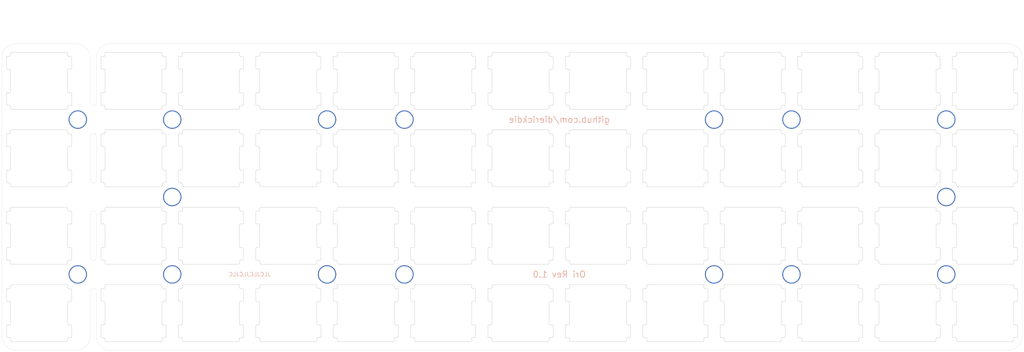
<source format=kicad_pcb>
(kicad_pcb (version 20171130) (host pcbnew "(5.1.4-0)")
  (layers (0 F.Cu signal) (31 B.Cu signal) (34 B.Paste user) (35 F.Paste user) (36 B.SilkS user) (37 F.SilkS user) (38 B.Mask user) (39 F.Mask user) (44 Edge.Cuts user))
  (net 0 "")
  (module random-keyboard-parts:MX100_slot (layer F.Cu) (at 117.419994 108.68)
    (fp_text reference U52)
    (fp_text value HOLE)
    (fp_line (start 6.7 7) (end -6.7 7) (layer Edge.Cuts) (width 0.1))
    (fp_arc (start -6.7 6.7) (end -7 6.7) (angle -90) (layer Edge.Cuts) (width 0.1))
    (fp_line (start -7 6.7) (end -7 6.3) (layer Edge.Cuts) (width 0.1))
    (fp_arc (start -6.7 -6.7) (end -6.7 -7) (angle -90) (layer Edge.Cuts) (width 0.1))
    (fp_line (start 6.7 -7) (end -6.7 -7) (layer Edge.Cuts) (width 0.1))
    (fp_line (start -7 -2.6) (end -7 2.6) (layer Edge.Cuts) (width 0.1))
    (fp_line (start -7 -6.3) (end -7 -6.7) (layer Edge.Cuts) (width 0.1))
    (fp_line (start 7 6.3) (end 7 6.7) (layer Edge.Cuts) (width 0.1))
    (fp_arc (start 6.7 -6.7) (end 7 -6.7) (angle -90) (layer Edge.Cuts) (width 0.1))
    (fp_arc (start 7.8 -3.1) (end 7.8 -2.9) (angle -90) (layer Edge.Cuts) (width 0.1))
    (fp_arc (start 7.3 -2.6) (end 7.3 -2.9) (angle -90) (layer Edge.Cuts) (width 0.1))
    (fp_line (start 7.3 -6) (end 7.7 -6) (layer Edge.Cuts) (width 0.1))
    (fp_line (start 8 -3.1) (end 8 -5.7) (layer Edge.Cuts) (width 0.1))
    (fp_line (start 7.8 -2.9) (end 7.3 -2.9) (layer Edge.Cuts) (width 0.1))
    (fp_line (start 7 2.6) (end 7 -2.6) (layer Edge.Cuts) (width 0.1))
    (fp_arc (start 6.7 6.7) (end 6.7 7) (angle -90) (layer Edge.Cuts) (width 0.1))
    (fp_arc (start 7.3 -6.3) (end 7 -6.3) (angle -90) (layer Edge.Cuts) (width 0.1))
    (fp_arc (start 7.7 -5.7) (end 8 -5.7) (angle -90) (layer Edge.Cuts) (width 0.1))
    (fp_line (start 7 -6.7) (end 7 -6.3) (layer Edge.Cuts) (width 0.1))
    (fp_arc (start 7.3 2.6) (end 7 2.6) (angle -90) (layer Edge.Cuts) (width 0.1))
    (fp_arc (start 7.7 3.2) (end 8 3.2) (angle -90) (layer Edge.Cuts) (width 0.1))
    (fp_line (start 7.8 6) (end 7.3 6) (layer Edge.Cuts) (width 0.1))
    (fp_line (start 8 5.8) (end 8 3.2) (layer Edge.Cuts) (width 0.1))
    (fp_line (start 7.3 2.9) (end 7.7 2.9) (layer Edge.Cuts) (width 0.1))
    (fp_arc (start 7.3 6.3) (end 7.3 6) (angle -90) (layer Edge.Cuts) (width 0.1))
    (fp_arc (start 7.8 5.8) (end 7.8 6) (angle -90) (layer Edge.Cuts) (width 0.1))
    (fp_arc (start -7.8 3.1) (end -7.8 2.9) (angle -90) (layer Edge.Cuts) (width 0.1))
    (fp_arc (start -7.3 2.6) (end -7.3 2.9) (angle -90) (layer Edge.Cuts) (width 0.1))
    (fp_line (start -7.3 6) (end -7.7 6) (layer Edge.Cuts) (width 0.1))
    (fp_line (start -8 3.1) (end -8 5.7) (layer Edge.Cuts) (width 0.1))
    (fp_line (start -7.8 2.9) (end -7.3 2.9) (layer Edge.Cuts) (width 0.1))
    (fp_arc (start -7.7 5.7) (end -8 5.7) (angle -90) (layer Edge.Cuts) (width 0.1))
    (fp_arc (start -7.3 6.3) (end -7 6.3) (angle -90) (layer Edge.Cuts) (width 0.1))
    (fp_line (start -7.8 -6) (end -7.3 -6) (layer Edge.Cuts) (width 0.1))
    (fp_line (start -7.3 -2.9) (end -7.7 -2.9) (layer Edge.Cuts) (width 0.1))
    (fp_line (start -8 -5.8) (end -8 -3.2) (layer Edge.Cuts) (width 0.1))
    (fp_arc (start -7.3 -6.3) (end -7.3 -6) (angle -90) (layer Edge.Cuts) (width 0.1))
    (fp_arc (start -7.3 -2.6) (end -7 -2.6) (angle -90) (layer Edge.Cuts) (width 0.1))
    (fp_arc (start -7.7 -3.2) (end -8 -3.2) (angle -90) (layer Edge.Cuts) (width 0.1))
    (fp_arc (start -7.8 -5.8) (end -7.8 -6) (angle -90) (layer Edge.Cuts) (width 0.1))
  )
  (module random-keyboard-parts:MX100_slot (layer F.Cu) (at 117.419994 89.68)
    (fp_text reference U51)
    (fp_text value HOLE)
    (fp_line (start 6.7 7) (end -6.7 7) (layer Edge.Cuts) (width 0.1))
    (fp_arc (start -6.7 6.7) (end -7 6.7) (angle -90) (layer Edge.Cuts) (width 0.1))
    (fp_line (start -7 6.7) (end -7 6.3) (layer Edge.Cuts) (width 0.1))
    (fp_arc (start -6.7 -6.7) (end -6.7 -7) (angle -90) (layer Edge.Cuts) (width 0.1))
    (fp_line (start 6.7 -7) (end -6.7 -7) (layer Edge.Cuts) (width 0.1))
    (fp_line (start -7 -2.6) (end -7 2.6) (layer Edge.Cuts) (width 0.1))
    (fp_line (start -7 -6.3) (end -7 -6.7) (layer Edge.Cuts) (width 0.1))
    (fp_line (start 7 6.3) (end 7 6.7) (layer Edge.Cuts) (width 0.1))
    (fp_arc (start 6.7 -6.7) (end 7 -6.7) (angle -90) (layer Edge.Cuts) (width 0.1))
    (fp_arc (start 7.8 -3.1) (end 7.8 -2.9) (angle -90) (layer Edge.Cuts) (width 0.1))
    (fp_arc (start 7.3 -2.6) (end 7.3 -2.9) (angle -90) (layer Edge.Cuts) (width 0.1))
    (fp_line (start 7.3 -6) (end 7.7 -6) (layer Edge.Cuts) (width 0.1))
    (fp_line (start 8 -3.1) (end 8 -5.7) (layer Edge.Cuts) (width 0.1))
    (fp_line (start 7.8 -2.9) (end 7.3 -2.9) (layer Edge.Cuts) (width 0.1))
    (fp_line (start 7 2.6) (end 7 -2.6) (layer Edge.Cuts) (width 0.1))
    (fp_arc (start 6.7 6.7) (end 6.7 7) (angle -90) (layer Edge.Cuts) (width 0.1))
    (fp_arc (start 7.3 -6.3) (end 7 -6.3) (angle -90) (layer Edge.Cuts) (width 0.1))
    (fp_arc (start 7.7 -5.7) (end 8 -5.7) (angle -90) (layer Edge.Cuts) (width 0.1))
    (fp_line (start 7 -6.7) (end 7 -6.3) (layer Edge.Cuts) (width 0.1))
    (fp_arc (start 7.3 2.6) (end 7 2.6) (angle -90) (layer Edge.Cuts) (width 0.1))
    (fp_arc (start 7.7 3.2) (end 8 3.2) (angle -90) (layer Edge.Cuts) (width 0.1))
    (fp_line (start 7.8 6) (end 7.3 6) (layer Edge.Cuts) (width 0.1))
    (fp_line (start 8 5.8) (end 8 3.2) (layer Edge.Cuts) (width 0.1))
    (fp_line (start 7.3 2.9) (end 7.7 2.9) (layer Edge.Cuts) (width 0.1))
    (fp_arc (start 7.3 6.3) (end 7.3 6) (angle -90) (layer Edge.Cuts) (width 0.1))
    (fp_arc (start 7.8 5.8) (end 7.8 6) (angle -90) (layer Edge.Cuts) (width 0.1))
    (fp_arc (start -7.8 3.1) (end -7.8 2.9) (angle -90) (layer Edge.Cuts) (width 0.1))
    (fp_arc (start -7.3 2.6) (end -7.3 2.9) (angle -90) (layer Edge.Cuts) (width 0.1))
    (fp_line (start -7.3 6) (end -7.7 6) (layer Edge.Cuts) (width 0.1))
    (fp_line (start -8 3.1) (end -8 5.7) (layer Edge.Cuts) (width 0.1))
    (fp_line (start -7.8 2.9) (end -7.3 2.9) (layer Edge.Cuts) (width 0.1))
    (fp_arc (start -7.7 5.7) (end -8 5.7) (angle -90) (layer Edge.Cuts) (width 0.1))
    (fp_arc (start -7.3 6.3) (end -7 6.3) (angle -90) (layer Edge.Cuts) (width 0.1))
    (fp_line (start -7.8 -6) (end -7.3 -6) (layer Edge.Cuts) (width 0.1))
    (fp_line (start -7.3 -2.9) (end -7.7 -2.9) (layer Edge.Cuts) (width 0.1))
    (fp_line (start -8 -5.8) (end -8 -3.2) (layer Edge.Cuts) (width 0.1))
    (fp_arc (start -7.3 -6.3) (end -7.3 -6) (angle -90) (layer Edge.Cuts) (width 0.1))
    (fp_arc (start -7.3 -2.6) (end -7 -2.6) (angle -90) (layer Edge.Cuts) (width 0.1))
    (fp_arc (start -7.7 -3.2) (end -8 -3.2) (angle -90) (layer Edge.Cuts) (width 0.1))
    (fp_arc (start -7.8 -5.8) (end -7.8 -6) (angle -90) (layer Edge.Cuts) (width 0.1))
  )
  (module random-keyboard-parts:MX100_slot (layer F.Cu) (at 117.419994 70.68)
    (fp_text reference U50)
    (fp_text value HOLE)
    (fp_line (start 6.7 7) (end -6.7 7) (layer Edge.Cuts) (width 0.1))
    (fp_arc (start -6.7 6.7) (end -7 6.7) (angle -90) (layer Edge.Cuts) (width 0.1))
    (fp_line (start -7 6.7) (end -7 6.3) (layer Edge.Cuts) (width 0.1))
    (fp_arc (start -6.7 -6.7) (end -6.7 -7) (angle -90) (layer Edge.Cuts) (width 0.1))
    (fp_line (start 6.7 -7) (end -6.7 -7) (layer Edge.Cuts) (width 0.1))
    (fp_line (start -7 -2.6) (end -7 2.6) (layer Edge.Cuts) (width 0.1))
    (fp_line (start -7 -6.3) (end -7 -6.7) (layer Edge.Cuts) (width 0.1))
    (fp_line (start 7 6.3) (end 7 6.7) (layer Edge.Cuts) (width 0.1))
    (fp_arc (start 6.7 -6.7) (end 7 -6.7) (angle -90) (layer Edge.Cuts) (width 0.1))
    (fp_arc (start 7.8 -3.1) (end 7.8 -2.9) (angle -90) (layer Edge.Cuts) (width 0.1))
    (fp_arc (start 7.3 -2.6) (end 7.3 -2.9) (angle -90) (layer Edge.Cuts) (width 0.1))
    (fp_line (start 7.3 -6) (end 7.7 -6) (layer Edge.Cuts) (width 0.1))
    (fp_line (start 8 -3.1) (end 8 -5.7) (layer Edge.Cuts) (width 0.1))
    (fp_line (start 7.8 -2.9) (end 7.3 -2.9) (layer Edge.Cuts) (width 0.1))
    (fp_line (start 7 2.6) (end 7 -2.6) (layer Edge.Cuts) (width 0.1))
    (fp_arc (start 6.7 6.7) (end 6.7 7) (angle -90) (layer Edge.Cuts) (width 0.1))
    (fp_arc (start 7.3 -6.3) (end 7 -6.3) (angle -90) (layer Edge.Cuts) (width 0.1))
    (fp_arc (start 7.7 -5.7) (end 8 -5.7) (angle -90) (layer Edge.Cuts) (width 0.1))
    (fp_line (start 7 -6.7) (end 7 -6.3) (layer Edge.Cuts) (width 0.1))
    (fp_arc (start 7.3 2.6) (end 7 2.6) (angle -90) (layer Edge.Cuts) (width 0.1))
    (fp_arc (start 7.7 3.2) (end 8 3.2) (angle -90) (layer Edge.Cuts) (width 0.1))
    (fp_line (start 7.8 6) (end 7.3 6) (layer Edge.Cuts) (width 0.1))
    (fp_line (start 8 5.8) (end 8 3.2) (layer Edge.Cuts) (width 0.1))
    (fp_line (start 7.3 2.9) (end 7.7 2.9) (layer Edge.Cuts) (width 0.1))
    (fp_arc (start 7.3 6.3) (end 7.3 6) (angle -90) (layer Edge.Cuts) (width 0.1))
    (fp_arc (start 7.8 5.8) (end 7.8 6) (angle -90) (layer Edge.Cuts) (width 0.1))
    (fp_arc (start -7.8 3.1) (end -7.8 2.9) (angle -90) (layer Edge.Cuts) (width 0.1))
    (fp_arc (start -7.3 2.6) (end -7.3 2.9) (angle -90) (layer Edge.Cuts) (width 0.1))
    (fp_line (start -7.3 6) (end -7.7 6) (layer Edge.Cuts) (width 0.1))
    (fp_line (start -8 3.1) (end -8 5.7) (layer Edge.Cuts) (width 0.1))
    (fp_line (start -7.8 2.9) (end -7.3 2.9) (layer Edge.Cuts) (width 0.1))
    (fp_arc (start -7.7 5.7) (end -8 5.7) (angle -90) (layer Edge.Cuts) (width 0.1))
    (fp_arc (start -7.3 6.3) (end -7 6.3) (angle -90) (layer Edge.Cuts) (width 0.1))
    (fp_line (start -7.8 -6) (end -7.3 -6) (layer Edge.Cuts) (width 0.1))
    (fp_line (start -7.3 -2.9) (end -7.7 -2.9) (layer Edge.Cuts) (width 0.1))
    (fp_line (start -8 -5.8) (end -8 -3.2) (layer Edge.Cuts) (width 0.1))
    (fp_arc (start -7.3 -6.3) (end -7.3 -6) (angle -90) (layer Edge.Cuts) (width 0.1))
    (fp_arc (start -7.3 -2.6) (end -7 -2.6) (angle -90) (layer Edge.Cuts) (width 0.1))
    (fp_arc (start -7.7 -3.2) (end -8 -3.2) (angle -90) (layer Edge.Cuts) (width 0.1))
    (fp_arc (start -7.8 -5.8) (end -7.8 -6) (angle -90) (layer Edge.Cuts) (width 0.1))
  )
  (module random-keyboard-parts:MX100_slot (layer F.Cu) (at 117.419994 51.68)
    (fp_text reference U49)
    (fp_text value HOLE)
    (fp_line (start 6.7 7) (end -6.7 7) (layer Edge.Cuts) (width 0.1))
    (fp_arc (start -6.7 6.7) (end -7 6.7) (angle -90) (layer Edge.Cuts) (width 0.1))
    (fp_line (start -7 6.7) (end -7 6.3) (layer Edge.Cuts) (width 0.1))
    (fp_arc (start -6.7 -6.7) (end -6.7 -7) (angle -90) (layer Edge.Cuts) (width 0.1))
    (fp_line (start 6.7 -7) (end -6.7 -7) (layer Edge.Cuts) (width 0.1))
    (fp_line (start -7 -2.6) (end -7 2.6) (layer Edge.Cuts) (width 0.1))
    (fp_line (start -7 -6.3) (end -7 -6.7) (layer Edge.Cuts) (width 0.1))
    (fp_line (start 7 6.3) (end 7 6.7) (layer Edge.Cuts) (width 0.1))
    (fp_arc (start 6.7 -6.7) (end 7 -6.7) (angle -90) (layer Edge.Cuts) (width 0.1))
    (fp_arc (start 7.8 -3.1) (end 7.8 -2.9) (angle -90) (layer Edge.Cuts) (width 0.1))
    (fp_arc (start 7.3 -2.6) (end 7.3 -2.9) (angle -90) (layer Edge.Cuts) (width 0.1))
    (fp_line (start 7.3 -6) (end 7.7 -6) (layer Edge.Cuts) (width 0.1))
    (fp_line (start 8 -3.1) (end 8 -5.7) (layer Edge.Cuts) (width 0.1))
    (fp_line (start 7.8 -2.9) (end 7.3 -2.9) (layer Edge.Cuts) (width 0.1))
    (fp_line (start 7 2.6) (end 7 -2.6) (layer Edge.Cuts) (width 0.1))
    (fp_arc (start 6.7 6.7) (end 6.7 7) (angle -90) (layer Edge.Cuts) (width 0.1))
    (fp_arc (start 7.3 -6.3) (end 7 -6.3) (angle -90) (layer Edge.Cuts) (width 0.1))
    (fp_arc (start 7.7 -5.7) (end 8 -5.7) (angle -90) (layer Edge.Cuts) (width 0.1))
    (fp_line (start 7 -6.7) (end 7 -6.3) (layer Edge.Cuts) (width 0.1))
    (fp_arc (start 7.3 2.6) (end 7 2.6) (angle -90) (layer Edge.Cuts) (width 0.1))
    (fp_arc (start 7.7 3.2) (end 8 3.2) (angle -90) (layer Edge.Cuts) (width 0.1))
    (fp_line (start 7.8 6) (end 7.3 6) (layer Edge.Cuts) (width 0.1))
    (fp_line (start 8 5.8) (end 8 3.2) (layer Edge.Cuts) (width 0.1))
    (fp_line (start 7.3 2.9) (end 7.7 2.9) (layer Edge.Cuts) (width 0.1))
    (fp_arc (start 7.3 6.3) (end 7.3 6) (angle -90) (layer Edge.Cuts) (width 0.1))
    (fp_arc (start 7.8 5.8) (end 7.8 6) (angle -90) (layer Edge.Cuts) (width 0.1))
    (fp_arc (start -7.8 3.1) (end -7.8 2.9) (angle -90) (layer Edge.Cuts) (width 0.1))
    (fp_arc (start -7.3 2.6) (end -7.3 2.9) (angle -90) (layer Edge.Cuts) (width 0.1))
    (fp_line (start -7.3 6) (end -7.7 6) (layer Edge.Cuts) (width 0.1))
    (fp_line (start -8 3.1) (end -8 5.7) (layer Edge.Cuts) (width 0.1))
    (fp_line (start -7.8 2.9) (end -7.3 2.9) (layer Edge.Cuts) (width 0.1))
    (fp_arc (start -7.7 5.7) (end -8 5.7) (angle -90) (layer Edge.Cuts) (width 0.1))
    (fp_arc (start -7.3 6.3) (end -7 6.3) (angle -90) (layer Edge.Cuts) (width 0.1))
    (fp_line (start -7.8 -6) (end -7.3 -6) (layer Edge.Cuts) (width 0.1))
    (fp_line (start -7.3 -2.9) (end -7.7 -2.9) (layer Edge.Cuts) (width 0.1))
    (fp_line (start -8 -5.8) (end -8 -3.2) (layer Edge.Cuts) (width 0.1))
    (fp_arc (start -7.3 -6.3) (end -7.3 -6) (angle -90) (layer Edge.Cuts) (width 0.1))
    (fp_arc (start -7.3 -2.6) (end -7 -2.6) (angle -90) (layer Edge.Cuts) (width 0.1))
    (fp_arc (start -7.7 -3.2) (end -8 -3.2) (angle -90) (layer Edge.Cuts) (width 0.1))
    (fp_arc (start -7.8 -5.8) (end -7.8 -6) (angle -90) (layer Edge.Cuts) (width 0.1))
  )
  (module random-keyboard-parts:breakaway-mousebites (layer F.Cu) (at 131.48 61.18 90)
    (fp_text reference H19)
    (fp_text value MountingHole)
    (pad "" np_thru_hole circle (at -2.54 -0.254 90) (size 0.7874 0.7874) (drill 0.7874) (layers *.Cu *.Mask))
    (pad "" np_thru_hole circle (at -1.27 -0.254 90) (size 0.7874 0.7874) (drill 0.7874) (layers *.Cu *.Mask))
    (pad "" np_thru_hole circle (at 2.54 -0.254 90) (size 0.7874 0.7874) (drill 0.7874) (layers *.Cu *.Mask))
    (pad "" np_thru_hole circle (at 1.27 -0.254 90) (size 0.7874 0.7874) (drill 0.7874) (layers *.Cu *.Mask))
    (pad "" np_thru_hole circle (at 0 -0.254 90) (size 0.7874 0.7874) (drill 0.7874) (layers *.Cu *.Mask))
  )
  (module random-keyboard-parts:breakaway-mousebites (layer F.Cu) (at 131.354 80.18 90)
    (fp_text reference H18)
    (fp_text value MountingHole)
    (pad "" np_thru_hole circle (at -2.54 -0.254 90) (size 0.7874 0.7874) (drill 0.7874) (layers *.Cu *.Mask))
    (pad "" np_thru_hole circle (at -1.27 -0.254 90) (size 0.7874 0.7874) (drill 0.7874) (layers *.Cu *.Mask))
    (pad "" np_thru_hole circle (at 2.54 -0.254 90) (size 0.7874 0.7874) (drill 0.7874) (layers *.Cu *.Mask))
    (pad "" np_thru_hole circle (at 1.27 -0.254 90) (size 0.7874 0.7874) (drill 0.7874) (layers *.Cu *.Mask))
    (pad "" np_thru_hole circle (at 0 -0.254 90) (size 0.7874 0.7874) (drill 0.7874) (layers *.Cu *.Mask))
  )
  (module random-keyboard-parts:breakaway-mousebites (layer F.Cu) (at 131.48 99.18 90)
    (fp_text reference H17)
    (fp_text value MountingHole)
    (pad "" np_thru_hole circle (at -2.54 -0.254 90) (size 0.7874 0.7874) (drill 0.7874) (layers *.Cu *.Mask))
    (pad "" np_thru_hole circle (at -1.27 -0.254 90) (size 0.7874 0.7874) (drill 0.7874) (layers *.Cu *.Mask))
    (pad "" np_thru_hole circle (at 2.54 -0.254 90) (size 0.7874 0.7874) (drill 0.7874) (layers *.Cu *.Mask))
    (pad "" np_thru_hole circle (at 1.27 -0.254 90) (size 0.7874 0.7874) (drill 0.7874) (layers *.Cu *.Mask))
    (pad "" np_thru_hole circle (at 0 -0.254 90) (size 0.7874 0.7874) (drill 0.7874) (layers *.Cu *.Mask))
  )
  (module random-keyboard-parts:plate_hole_4mm_tht (layer F.Cu) (at 126.868866 101.212)
    (fp_text reference H16)
    (fp_text value MountingHole)
    (pad 1 thru_hole circle (at 0.0508 -2.032) (size 4.5 4.5) (drill 4) (layers *.Cu *.Mask))
  )
  (module random-keyboard-parts:plate_hole_4mm_tht (layer F.Cu) (at 126.868866 63.211839)
    (fp_text reference H15)
    (fp_text value MountingHole)
    (pad 1 thru_hole circle (at 0.0508 -2.032) (size 4.5 4.5) (drill 4) (layers *.Cu *.Mask))
  )
  (module random-keyboard-parts:MX100_slot (layer F.Cu) (at 349.59908 108.679714)
    (fp_text reference U48)
    (fp_text value HOLE)
    (fp_line (start 6.7 7) (end -6.7 7) (layer Edge.Cuts) (width 0.1))
    (fp_arc (start -6.7 6.7) (end -7 6.7) (angle -90) (layer Edge.Cuts) (width 0.1))
    (fp_line (start -7 6.7) (end -7 6.3) (layer Edge.Cuts) (width 0.1))
    (fp_arc (start -6.7 -6.7) (end -6.7 -7) (angle -90) (layer Edge.Cuts) (width 0.1))
    (fp_line (start 6.7 -7) (end -6.7 -7) (layer Edge.Cuts) (width 0.1))
    (fp_line (start -7 -2.6) (end -7 2.6) (layer Edge.Cuts) (width 0.1))
    (fp_line (start -7 -6.3) (end -7 -6.7) (layer Edge.Cuts) (width 0.1))
    (fp_line (start 7 6.3) (end 7 6.7) (layer Edge.Cuts) (width 0.1))
    (fp_arc (start 6.7 -6.7) (end 7 -6.7) (angle -90) (layer Edge.Cuts) (width 0.1))
    (fp_arc (start 7.8 -3.1) (end 7.8 -2.9) (angle -90) (layer Edge.Cuts) (width 0.1))
    (fp_arc (start 7.3 -2.6) (end 7.3 -2.9) (angle -90) (layer Edge.Cuts) (width 0.1))
    (fp_line (start 7.3 -6) (end 7.7 -6) (layer Edge.Cuts) (width 0.1))
    (fp_line (start 8 -3.1) (end 8 -5.7) (layer Edge.Cuts) (width 0.1))
    (fp_line (start 7.8 -2.9) (end 7.3 -2.9) (layer Edge.Cuts) (width 0.1))
    (fp_line (start 7 2.6) (end 7 -2.6) (layer Edge.Cuts) (width 0.1))
    (fp_arc (start 6.7 6.7) (end 6.7 7) (angle -90) (layer Edge.Cuts) (width 0.1))
    (fp_arc (start 7.3 -6.3) (end 7 -6.3) (angle -90) (layer Edge.Cuts) (width 0.1))
    (fp_arc (start 7.7 -5.7) (end 8 -5.7) (angle -90) (layer Edge.Cuts) (width 0.1))
    (fp_line (start 7 -6.7) (end 7 -6.3) (layer Edge.Cuts) (width 0.1))
    (fp_arc (start 7.3 2.6) (end 7 2.6) (angle -90) (layer Edge.Cuts) (width 0.1))
    (fp_arc (start 7.7 3.2) (end 8 3.2) (angle -90) (layer Edge.Cuts) (width 0.1))
    (fp_line (start 7.8 6) (end 7.3 6) (layer Edge.Cuts) (width 0.1))
    (fp_line (start 8 5.8) (end 8 3.2) (layer Edge.Cuts) (width 0.1))
    (fp_line (start 7.3 2.9) (end 7.7 2.9) (layer Edge.Cuts) (width 0.1))
    (fp_arc (start 7.3 6.3) (end 7.3 6) (angle -90) (layer Edge.Cuts) (width 0.1))
    (fp_arc (start 7.8 5.8) (end 7.8 6) (angle -90) (layer Edge.Cuts) (width 0.1))
    (fp_arc (start -7.8 3.1) (end -7.8 2.9) (angle -90) (layer Edge.Cuts) (width 0.1))
    (fp_arc (start -7.3 2.6) (end -7.3 2.9) (angle -90) (layer Edge.Cuts) (width 0.1))
    (fp_line (start -7.3 6) (end -7.7 6) (layer Edge.Cuts) (width 0.1))
    (fp_line (start -8 3.1) (end -8 5.7) (layer Edge.Cuts) (width 0.1))
    (fp_line (start -7.8 2.9) (end -7.3 2.9) (layer Edge.Cuts) (width 0.1))
    (fp_arc (start -7.7 5.7) (end -8 5.7) (angle -90) (layer Edge.Cuts) (width 0.1))
    (fp_arc (start -7.3 6.3) (end -7 6.3) (angle -90) (layer Edge.Cuts) (width 0.1))
    (fp_line (start -7.8 -6) (end -7.3 -6) (layer Edge.Cuts) (width 0.1))
    (fp_line (start -7.3 -2.9) (end -7.7 -2.9) (layer Edge.Cuts) (width 0.1))
    (fp_line (start -8 -5.8) (end -8 -3.2) (layer Edge.Cuts) (width 0.1))
    (fp_arc (start -7.3 -6.3) (end -7.3 -6) (angle -90) (layer Edge.Cuts) (width 0.1))
    (fp_arc (start -7.3 -2.6) (end -7 -2.6) (angle -90) (layer Edge.Cuts) (width 0.1))
    (fp_arc (start -7.7 -3.2) (end -8 -3.2) (angle -90) (layer Edge.Cuts) (width 0.1))
    (fp_arc (start -7.8 -5.8) (end -7.8 -6) (angle -90) (layer Edge.Cuts) (width 0.1))
  )
  (module random-keyboard-parts:MX100_slot (layer F.Cu) (at 330.59913 108.679714)
    (fp_text reference U47)
    (fp_text value HOLE)
    (fp_line (start 6.7 7) (end -6.7 7) (layer Edge.Cuts) (width 0.1))
    (fp_arc (start -6.7 6.7) (end -7 6.7) (angle -90) (layer Edge.Cuts) (width 0.1))
    (fp_line (start -7 6.7) (end -7 6.3) (layer Edge.Cuts) (width 0.1))
    (fp_arc (start -6.7 -6.7) (end -6.7 -7) (angle -90) (layer Edge.Cuts) (width 0.1))
    (fp_line (start 6.7 -7) (end -6.7 -7) (layer Edge.Cuts) (width 0.1))
    (fp_line (start -7 -2.6) (end -7 2.6) (layer Edge.Cuts) (width 0.1))
    (fp_line (start -7 -6.3) (end -7 -6.7) (layer Edge.Cuts) (width 0.1))
    (fp_line (start 7 6.3) (end 7 6.7) (layer Edge.Cuts) (width 0.1))
    (fp_arc (start 6.7 -6.7) (end 7 -6.7) (angle -90) (layer Edge.Cuts) (width 0.1))
    (fp_arc (start 7.8 -3.1) (end 7.8 -2.9) (angle -90) (layer Edge.Cuts) (width 0.1))
    (fp_arc (start 7.3 -2.6) (end 7.3 -2.9) (angle -90) (layer Edge.Cuts) (width 0.1))
    (fp_line (start 7.3 -6) (end 7.7 -6) (layer Edge.Cuts) (width 0.1))
    (fp_line (start 8 -3.1) (end 8 -5.7) (layer Edge.Cuts) (width 0.1))
    (fp_line (start 7.8 -2.9) (end 7.3 -2.9) (layer Edge.Cuts) (width 0.1))
    (fp_line (start 7 2.6) (end 7 -2.6) (layer Edge.Cuts) (width 0.1))
    (fp_arc (start 6.7 6.7) (end 6.7 7) (angle -90) (layer Edge.Cuts) (width 0.1))
    (fp_arc (start 7.3 -6.3) (end 7 -6.3) (angle -90) (layer Edge.Cuts) (width 0.1))
    (fp_arc (start 7.7 -5.7) (end 8 -5.7) (angle -90) (layer Edge.Cuts) (width 0.1))
    (fp_line (start 7 -6.7) (end 7 -6.3) (layer Edge.Cuts) (width 0.1))
    (fp_arc (start 7.3 2.6) (end 7 2.6) (angle -90) (layer Edge.Cuts) (width 0.1))
    (fp_arc (start 7.7 3.2) (end 8 3.2) (angle -90) (layer Edge.Cuts) (width 0.1))
    (fp_line (start 7.8 6) (end 7.3 6) (layer Edge.Cuts) (width 0.1))
    (fp_line (start 8 5.8) (end 8 3.2) (layer Edge.Cuts) (width 0.1))
    (fp_line (start 7.3 2.9) (end 7.7 2.9) (layer Edge.Cuts) (width 0.1))
    (fp_arc (start 7.3 6.3) (end 7.3 6) (angle -90) (layer Edge.Cuts) (width 0.1))
    (fp_arc (start 7.8 5.8) (end 7.8 6) (angle -90) (layer Edge.Cuts) (width 0.1))
    (fp_arc (start -7.8 3.1) (end -7.8 2.9) (angle -90) (layer Edge.Cuts) (width 0.1))
    (fp_arc (start -7.3 2.6) (end -7.3 2.9) (angle -90) (layer Edge.Cuts) (width 0.1))
    (fp_line (start -7.3 6) (end -7.7 6) (layer Edge.Cuts) (width 0.1))
    (fp_line (start -8 3.1) (end -8 5.7) (layer Edge.Cuts) (width 0.1))
    (fp_line (start -7.8 2.9) (end -7.3 2.9) (layer Edge.Cuts) (width 0.1))
    (fp_arc (start -7.7 5.7) (end -8 5.7) (angle -90) (layer Edge.Cuts) (width 0.1))
    (fp_arc (start -7.3 6.3) (end -7 6.3) (angle -90) (layer Edge.Cuts) (width 0.1))
    (fp_line (start -7.8 -6) (end -7.3 -6) (layer Edge.Cuts) (width 0.1))
    (fp_line (start -7.3 -2.9) (end -7.7 -2.9) (layer Edge.Cuts) (width 0.1))
    (fp_line (start -8 -5.8) (end -8 -3.2) (layer Edge.Cuts) (width 0.1))
    (fp_arc (start -7.3 -6.3) (end -7.3 -6) (angle -90) (layer Edge.Cuts) (width 0.1))
    (fp_arc (start -7.3 -2.6) (end -7 -2.6) (angle -90) (layer Edge.Cuts) (width 0.1))
    (fp_arc (start -7.7 -3.2) (end -8 -3.2) (angle -90) (layer Edge.Cuts) (width 0.1))
    (fp_arc (start -7.8 -5.8) (end -7.8 -6) (angle -90) (layer Edge.Cuts) (width 0.1))
  )
  (module random-keyboard-parts:MX100_slot (layer F.Cu) (at 311.59918 108.679714)
    (fp_text reference U46)
    (fp_text value HOLE)
    (fp_line (start 6.7 7) (end -6.7 7) (layer Edge.Cuts) (width 0.1))
    (fp_arc (start -6.7 6.7) (end -7 6.7) (angle -90) (layer Edge.Cuts) (width 0.1))
    (fp_line (start -7 6.7) (end -7 6.3) (layer Edge.Cuts) (width 0.1))
    (fp_arc (start -6.7 -6.7) (end -6.7 -7) (angle -90) (layer Edge.Cuts) (width 0.1))
    (fp_line (start 6.7 -7) (end -6.7 -7) (layer Edge.Cuts) (width 0.1))
    (fp_line (start -7 -2.6) (end -7 2.6) (layer Edge.Cuts) (width 0.1))
    (fp_line (start -7 -6.3) (end -7 -6.7) (layer Edge.Cuts) (width 0.1))
    (fp_line (start 7 6.3) (end 7 6.7) (layer Edge.Cuts) (width 0.1))
    (fp_arc (start 6.7 -6.7) (end 7 -6.7) (angle -90) (layer Edge.Cuts) (width 0.1))
    (fp_arc (start 7.8 -3.1) (end 7.8 -2.9) (angle -90) (layer Edge.Cuts) (width 0.1))
    (fp_arc (start 7.3 -2.6) (end 7.3 -2.9) (angle -90) (layer Edge.Cuts) (width 0.1))
    (fp_line (start 7.3 -6) (end 7.7 -6) (layer Edge.Cuts) (width 0.1))
    (fp_line (start 8 -3.1) (end 8 -5.7) (layer Edge.Cuts) (width 0.1))
    (fp_line (start 7.8 -2.9) (end 7.3 -2.9) (layer Edge.Cuts) (width 0.1))
    (fp_line (start 7 2.6) (end 7 -2.6) (layer Edge.Cuts) (width 0.1))
    (fp_arc (start 6.7 6.7) (end 6.7 7) (angle -90) (layer Edge.Cuts) (width 0.1))
    (fp_arc (start 7.3 -6.3) (end 7 -6.3) (angle -90) (layer Edge.Cuts) (width 0.1))
    (fp_arc (start 7.7 -5.7) (end 8 -5.7) (angle -90) (layer Edge.Cuts) (width 0.1))
    (fp_line (start 7 -6.7) (end 7 -6.3) (layer Edge.Cuts) (width 0.1))
    (fp_arc (start 7.3 2.6) (end 7 2.6) (angle -90) (layer Edge.Cuts) (width 0.1))
    (fp_arc (start 7.7 3.2) (end 8 3.2) (angle -90) (layer Edge.Cuts) (width 0.1))
    (fp_line (start 7.8 6) (end 7.3 6) (layer Edge.Cuts) (width 0.1))
    (fp_line (start 8 5.8) (end 8 3.2) (layer Edge.Cuts) (width 0.1))
    (fp_line (start 7.3 2.9) (end 7.7 2.9) (layer Edge.Cuts) (width 0.1))
    (fp_arc (start 7.3 6.3) (end 7.3 6) (angle -90) (layer Edge.Cuts) (width 0.1))
    (fp_arc (start 7.8 5.8) (end 7.8 6) (angle -90) (layer Edge.Cuts) (width 0.1))
    (fp_arc (start -7.8 3.1) (end -7.8 2.9) (angle -90) (layer Edge.Cuts) (width 0.1))
    (fp_arc (start -7.3 2.6) (end -7.3 2.9) (angle -90) (layer Edge.Cuts) (width 0.1))
    (fp_line (start -7.3 6) (end -7.7 6) (layer Edge.Cuts) (width 0.1))
    (fp_line (start -8 3.1) (end -8 5.7) (layer Edge.Cuts) (width 0.1))
    (fp_line (start -7.8 2.9) (end -7.3 2.9) (layer Edge.Cuts) (width 0.1))
    (fp_arc (start -7.7 5.7) (end -8 5.7) (angle -90) (layer Edge.Cuts) (width 0.1))
    (fp_arc (start -7.3 6.3) (end -7 6.3) (angle -90) (layer Edge.Cuts) (width 0.1))
    (fp_line (start -7.8 -6) (end -7.3 -6) (layer Edge.Cuts) (width 0.1))
    (fp_line (start -7.3 -2.9) (end -7.7 -2.9) (layer Edge.Cuts) (width 0.1))
    (fp_line (start -8 -5.8) (end -8 -3.2) (layer Edge.Cuts) (width 0.1))
    (fp_arc (start -7.3 -6.3) (end -7.3 -6) (angle -90) (layer Edge.Cuts) (width 0.1))
    (fp_arc (start -7.3 -2.6) (end -7 -2.6) (angle -90) (layer Edge.Cuts) (width 0.1))
    (fp_arc (start -7.7 -3.2) (end -8 -3.2) (angle -90) (layer Edge.Cuts) (width 0.1))
    (fp_arc (start -7.8 -5.8) (end -7.8 -6) (angle -90) (layer Edge.Cuts) (width 0.1))
  )
  (module random-keyboard-parts:MX100_slot (layer F.Cu) (at 292.59923 108.679714)
    (fp_text reference U45)
    (fp_text value HOLE)
    (fp_line (start 6.7 7) (end -6.7 7) (layer Edge.Cuts) (width 0.1))
    (fp_arc (start -6.7 6.7) (end -7 6.7) (angle -90) (layer Edge.Cuts) (width 0.1))
    (fp_line (start -7 6.7) (end -7 6.3) (layer Edge.Cuts) (width 0.1))
    (fp_arc (start -6.7 -6.7) (end -6.7 -7) (angle -90) (layer Edge.Cuts) (width 0.1))
    (fp_line (start 6.7 -7) (end -6.7 -7) (layer Edge.Cuts) (width 0.1))
    (fp_line (start -7 -2.6) (end -7 2.6) (layer Edge.Cuts) (width 0.1))
    (fp_line (start -7 -6.3) (end -7 -6.7) (layer Edge.Cuts) (width 0.1))
    (fp_line (start 7 6.3) (end 7 6.7) (layer Edge.Cuts) (width 0.1))
    (fp_arc (start 6.7 -6.7) (end 7 -6.7) (angle -90) (layer Edge.Cuts) (width 0.1))
    (fp_arc (start 7.8 -3.1) (end 7.8 -2.9) (angle -90) (layer Edge.Cuts) (width 0.1))
    (fp_arc (start 7.3 -2.6) (end 7.3 -2.9) (angle -90) (layer Edge.Cuts) (width 0.1))
    (fp_line (start 7.3 -6) (end 7.7 -6) (layer Edge.Cuts) (width 0.1))
    (fp_line (start 8 -3.1) (end 8 -5.7) (layer Edge.Cuts) (width 0.1))
    (fp_line (start 7.8 -2.9) (end 7.3 -2.9) (layer Edge.Cuts) (width 0.1))
    (fp_line (start 7 2.6) (end 7 -2.6) (layer Edge.Cuts) (width 0.1))
    (fp_arc (start 6.7 6.7) (end 6.7 7) (angle -90) (layer Edge.Cuts) (width 0.1))
    (fp_arc (start 7.3 -6.3) (end 7 -6.3) (angle -90) (layer Edge.Cuts) (width 0.1))
    (fp_arc (start 7.7 -5.7) (end 8 -5.7) (angle -90) (layer Edge.Cuts) (width 0.1))
    (fp_line (start 7 -6.7) (end 7 -6.3) (layer Edge.Cuts) (width 0.1))
    (fp_arc (start 7.3 2.6) (end 7 2.6) (angle -90) (layer Edge.Cuts) (width 0.1))
    (fp_arc (start 7.7 3.2) (end 8 3.2) (angle -90) (layer Edge.Cuts) (width 0.1))
    (fp_line (start 7.8 6) (end 7.3 6) (layer Edge.Cuts) (width 0.1))
    (fp_line (start 8 5.8) (end 8 3.2) (layer Edge.Cuts) (width 0.1))
    (fp_line (start 7.3 2.9) (end 7.7 2.9) (layer Edge.Cuts) (width 0.1))
    (fp_arc (start 7.3 6.3) (end 7.3 6) (angle -90) (layer Edge.Cuts) (width 0.1))
    (fp_arc (start 7.8 5.8) (end 7.8 6) (angle -90) (layer Edge.Cuts) (width 0.1))
    (fp_arc (start -7.8 3.1) (end -7.8 2.9) (angle -90) (layer Edge.Cuts) (width 0.1))
    (fp_arc (start -7.3 2.6) (end -7.3 2.9) (angle -90) (layer Edge.Cuts) (width 0.1))
    (fp_line (start -7.3 6) (end -7.7 6) (layer Edge.Cuts) (width 0.1))
    (fp_line (start -8 3.1) (end -8 5.7) (layer Edge.Cuts) (width 0.1))
    (fp_line (start -7.8 2.9) (end -7.3 2.9) (layer Edge.Cuts) (width 0.1))
    (fp_arc (start -7.7 5.7) (end -8 5.7) (angle -90) (layer Edge.Cuts) (width 0.1))
    (fp_arc (start -7.3 6.3) (end -7 6.3) (angle -90) (layer Edge.Cuts) (width 0.1))
    (fp_line (start -7.8 -6) (end -7.3 -6) (layer Edge.Cuts) (width 0.1))
    (fp_line (start -7.3 -2.9) (end -7.7 -2.9) (layer Edge.Cuts) (width 0.1))
    (fp_line (start -8 -5.8) (end -8 -3.2) (layer Edge.Cuts) (width 0.1))
    (fp_arc (start -7.3 -6.3) (end -7.3 -6) (angle -90) (layer Edge.Cuts) (width 0.1))
    (fp_arc (start -7.3 -2.6) (end -7 -2.6) (angle -90) (layer Edge.Cuts) (width 0.1))
    (fp_arc (start -7.7 -3.2) (end -8 -3.2) (angle -90) (layer Edge.Cuts) (width 0.1))
    (fp_arc (start -7.8 -5.8) (end -7.8 -6) (angle -90) (layer Edge.Cuts) (width 0.1))
  )
  (module random-keyboard-parts:MX100_slot (layer F.Cu) (at 273.59928 108.679714)
    (fp_text reference U44)
    (fp_text value HOLE)
    (fp_line (start 6.7 7) (end -6.7 7) (layer Edge.Cuts) (width 0.1))
    (fp_arc (start -6.7 6.7) (end -7 6.7) (angle -90) (layer Edge.Cuts) (width 0.1))
    (fp_line (start -7 6.7) (end -7 6.3) (layer Edge.Cuts) (width 0.1))
    (fp_arc (start -6.7 -6.7) (end -6.7 -7) (angle -90) (layer Edge.Cuts) (width 0.1))
    (fp_line (start 6.7 -7) (end -6.7 -7) (layer Edge.Cuts) (width 0.1))
    (fp_line (start -7 -2.6) (end -7 2.6) (layer Edge.Cuts) (width 0.1))
    (fp_line (start -7 -6.3) (end -7 -6.7) (layer Edge.Cuts) (width 0.1))
    (fp_line (start 7 6.3) (end 7 6.7) (layer Edge.Cuts) (width 0.1))
    (fp_arc (start 6.7 -6.7) (end 7 -6.7) (angle -90) (layer Edge.Cuts) (width 0.1))
    (fp_arc (start 7.8 -3.1) (end 7.8 -2.9) (angle -90) (layer Edge.Cuts) (width 0.1))
    (fp_arc (start 7.3 -2.6) (end 7.3 -2.9) (angle -90) (layer Edge.Cuts) (width 0.1))
    (fp_line (start 7.3 -6) (end 7.7 -6) (layer Edge.Cuts) (width 0.1))
    (fp_line (start 8 -3.1) (end 8 -5.7) (layer Edge.Cuts) (width 0.1))
    (fp_line (start 7.8 -2.9) (end 7.3 -2.9) (layer Edge.Cuts) (width 0.1))
    (fp_line (start 7 2.6) (end 7 -2.6) (layer Edge.Cuts) (width 0.1))
    (fp_arc (start 6.7 6.7) (end 6.7 7) (angle -90) (layer Edge.Cuts) (width 0.1))
    (fp_arc (start 7.3 -6.3) (end 7 -6.3) (angle -90) (layer Edge.Cuts) (width 0.1))
    (fp_arc (start 7.7 -5.7) (end 8 -5.7) (angle -90) (layer Edge.Cuts) (width 0.1))
    (fp_line (start 7 -6.7) (end 7 -6.3) (layer Edge.Cuts) (width 0.1))
    (fp_arc (start 7.3 2.6) (end 7 2.6) (angle -90) (layer Edge.Cuts) (width 0.1))
    (fp_arc (start 7.7 3.2) (end 8 3.2) (angle -90) (layer Edge.Cuts) (width 0.1))
    (fp_line (start 7.8 6) (end 7.3 6) (layer Edge.Cuts) (width 0.1))
    (fp_line (start 8 5.8) (end 8 3.2) (layer Edge.Cuts) (width 0.1))
    (fp_line (start 7.3 2.9) (end 7.7 2.9) (layer Edge.Cuts) (width 0.1))
    (fp_arc (start 7.3 6.3) (end 7.3 6) (angle -90) (layer Edge.Cuts) (width 0.1))
    (fp_arc (start 7.8 5.8) (end 7.8 6) (angle -90) (layer Edge.Cuts) (width 0.1))
    (fp_arc (start -7.8 3.1) (end -7.8 2.9) (angle -90) (layer Edge.Cuts) (width 0.1))
    (fp_arc (start -7.3 2.6) (end -7.3 2.9) (angle -90) (layer Edge.Cuts) (width 0.1))
    (fp_line (start -7.3 6) (end -7.7 6) (layer Edge.Cuts) (width 0.1))
    (fp_line (start -8 3.1) (end -8 5.7) (layer Edge.Cuts) (width 0.1))
    (fp_line (start -7.8 2.9) (end -7.3 2.9) (layer Edge.Cuts) (width 0.1))
    (fp_arc (start -7.7 5.7) (end -8 5.7) (angle -90) (layer Edge.Cuts) (width 0.1))
    (fp_arc (start -7.3 6.3) (end -7 6.3) (angle -90) (layer Edge.Cuts) (width 0.1))
    (fp_line (start -7.8 -6) (end -7.3 -6) (layer Edge.Cuts) (width 0.1))
    (fp_line (start -7.3 -2.9) (end -7.7 -2.9) (layer Edge.Cuts) (width 0.1))
    (fp_line (start -8 -5.8) (end -8 -3.2) (layer Edge.Cuts) (width 0.1))
    (fp_arc (start -7.3 -6.3) (end -7.3 -6) (angle -90) (layer Edge.Cuts) (width 0.1))
    (fp_arc (start -7.3 -2.6) (end -7 -2.6) (angle -90) (layer Edge.Cuts) (width 0.1))
    (fp_arc (start -7.7 -3.2) (end -8 -3.2) (angle -90) (layer Edge.Cuts) (width 0.1))
    (fp_arc (start -7.8 -5.8) (end -7.8 -6) (angle -90) (layer Edge.Cuts) (width 0.1))
  )
  (module random-keyboard-parts:MX100_slot (layer F.Cu) (at 254.59933 108.679714)
    (fp_text reference U43)
    (fp_text value HOLE)
    (fp_line (start 6.7 7) (end -6.7 7) (layer Edge.Cuts) (width 0.1))
    (fp_arc (start -6.7 6.7) (end -7 6.7) (angle -90) (layer Edge.Cuts) (width 0.1))
    (fp_line (start -7 6.7) (end -7 6.3) (layer Edge.Cuts) (width 0.1))
    (fp_arc (start -6.7 -6.7) (end -6.7 -7) (angle -90) (layer Edge.Cuts) (width 0.1))
    (fp_line (start 6.7 -7) (end -6.7 -7) (layer Edge.Cuts) (width 0.1))
    (fp_line (start -7 -2.6) (end -7 2.6) (layer Edge.Cuts) (width 0.1))
    (fp_line (start -7 -6.3) (end -7 -6.7) (layer Edge.Cuts) (width 0.1))
    (fp_line (start 7 6.3) (end 7 6.7) (layer Edge.Cuts) (width 0.1))
    (fp_arc (start 6.7 -6.7) (end 7 -6.7) (angle -90) (layer Edge.Cuts) (width 0.1))
    (fp_arc (start 7.8 -3.1) (end 7.8 -2.9) (angle -90) (layer Edge.Cuts) (width 0.1))
    (fp_arc (start 7.3 -2.6) (end 7.3 -2.9) (angle -90) (layer Edge.Cuts) (width 0.1))
    (fp_line (start 7.3 -6) (end 7.7 -6) (layer Edge.Cuts) (width 0.1))
    (fp_line (start 8 -3.1) (end 8 -5.7) (layer Edge.Cuts) (width 0.1))
    (fp_line (start 7.8 -2.9) (end 7.3 -2.9) (layer Edge.Cuts) (width 0.1))
    (fp_line (start 7 2.6) (end 7 -2.6) (layer Edge.Cuts) (width 0.1))
    (fp_arc (start 6.7 6.7) (end 6.7 7) (angle -90) (layer Edge.Cuts) (width 0.1))
    (fp_arc (start 7.3 -6.3) (end 7 -6.3) (angle -90) (layer Edge.Cuts) (width 0.1))
    (fp_arc (start 7.7 -5.7) (end 8 -5.7) (angle -90) (layer Edge.Cuts) (width 0.1))
    (fp_line (start 7 -6.7) (end 7 -6.3) (layer Edge.Cuts) (width 0.1))
    (fp_arc (start 7.3 2.6) (end 7 2.6) (angle -90) (layer Edge.Cuts) (width 0.1))
    (fp_arc (start 7.7 3.2) (end 8 3.2) (angle -90) (layer Edge.Cuts) (width 0.1))
    (fp_line (start 7.8 6) (end 7.3 6) (layer Edge.Cuts) (width 0.1))
    (fp_line (start 8 5.8) (end 8 3.2) (layer Edge.Cuts) (width 0.1))
    (fp_line (start 7.3 2.9) (end 7.7 2.9) (layer Edge.Cuts) (width 0.1))
    (fp_arc (start 7.3 6.3) (end 7.3 6) (angle -90) (layer Edge.Cuts) (width 0.1))
    (fp_arc (start 7.8 5.8) (end 7.8 6) (angle -90) (layer Edge.Cuts) (width 0.1))
    (fp_arc (start -7.8 3.1) (end -7.8 2.9) (angle -90) (layer Edge.Cuts) (width 0.1))
    (fp_arc (start -7.3 2.6) (end -7.3 2.9) (angle -90) (layer Edge.Cuts) (width 0.1))
    (fp_line (start -7.3 6) (end -7.7 6) (layer Edge.Cuts) (width 0.1))
    (fp_line (start -8 3.1) (end -8 5.7) (layer Edge.Cuts) (width 0.1))
    (fp_line (start -7.8 2.9) (end -7.3 2.9) (layer Edge.Cuts) (width 0.1))
    (fp_arc (start -7.7 5.7) (end -8 5.7) (angle -90) (layer Edge.Cuts) (width 0.1))
    (fp_arc (start -7.3 6.3) (end -7 6.3) (angle -90) (layer Edge.Cuts) (width 0.1))
    (fp_line (start -7.8 -6) (end -7.3 -6) (layer Edge.Cuts) (width 0.1))
    (fp_line (start -7.3 -2.9) (end -7.7 -2.9) (layer Edge.Cuts) (width 0.1))
    (fp_line (start -8 -5.8) (end -8 -3.2) (layer Edge.Cuts) (width 0.1))
    (fp_arc (start -7.3 -6.3) (end -7.3 -6) (angle -90) (layer Edge.Cuts) (width 0.1))
    (fp_arc (start -7.3 -2.6) (end -7 -2.6) (angle -90) (layer Edge.Cuts) (width 0.1))
    (fp_arc (start -7.7 -3.2) (end -8 -3.2) (angle -90) (layer Edge.Cuts) (width 0.1))
    (fp_arc (start -7.8 -5.8) (end -7.8 -6) (angle -90) (layer Edge.Cuts) (width 0.1))
  )
  (module random-keyboard-parts:MX100_slot (layer F.Cu) (at 235.59938 108.679714)
    (fp_text reference U42)
    (fp_text value HOLE)
    (fp_line (start 6.7 7) (end -6.7 7) (layer Edge.Cuts) (width 0.1))
    (fp_arc (start -6.7 6.7) (end -7 6.7) (angle -90) (layer Edge.Cuts) (width 0.1))
    (fp_line (start -7 6.7) (end -7 6.3) (layer Edge.Cuts) (width 0.1))
    (fp_arc (start -6.7 -6.7) (end -6.7 -7) (angle -90) (layer Edge.Cuts) (width 0.1))
    (fp_line (start 6.7 -7) (end -6.7 -7) (layer Edge.Cuts) (width 0.1))
    (fp_line (start -7 -2.6) (end -7 2.6) (layer Edge.Cuts) (width 0.1))
    (fp_line (start -7 -6.3) (end -7 -6.7) (layer Edge.Cuts) (width 0.1))
    (fp_line (start 7 6.3) (end 7 6.7) (layer Edge.Cuts) (width 0.1))
    (fp_arc (start 6.7 -6.7) (end 7 -6.7) (angle -90) (layer Edge.Cuts) (width 0.1))
    (fp_arc (start 7.8 -3.1) (end 7.8 -2.9) (angle -90) (layer Edge.Cuts) (width 0.1))
    (fp_arc (start 7.3 -2.6) (end 7.3 -2.9) (angle -90) (layer Edge.Cuts) (width 0.1))
    (fp_line (start 7.3 -6) (end 7.7 -6) (layer Edge.Cuts) (width 0.1))
    (fp_line (start 8 -3.1) (end 8 -5.7) (layer Edge.Cuts) (width 0.1))
    (fp_line (start 7.8 -2.9) (end 7.3 -2.9) (layer Edge.Cuts) (width 0.1))
    (fp_line (start 7 2.6) (end 7 -2.6) (layer Edge.Cuts) (width 0.1))
    (fp_arc (start 6.7 6.7) (end 6.7 7) (angle -90) (layer Edge.Cuts) (width 0.1))
    (fp_arc (start 7.3 -6.3) (end 7 -6.3) (angle -90) (layer Edge.Cuts) (width 0.1))
    (fp_arc (start 7.7 -5.7) (end 8 -5.7) (angle -90) (layer Edge.Cuts) (width 0.1))
    (fp_line (start 7 -6.7) (end 7 -6.3) (layer Edge.Cuts) (width 0.1))
    (fp_arc (start 7.3 2.6) (end 7 2.6) (angle -90) (layer Edge.Cuts) (width 0.1))
    (fp_arc (start 7.7 3.2) (end 8 3.2) (angle -90) (layer Edge.Cuts) (width 0.1))
    (fp_line (start 7.8 6) (end 7.3 6) (layer Edge.Cuts) (width 0.1))
    (fp_line (start 8 5.8) (end 8 3.2) (layer Edge.Cuts) (width 0.1))
    (fp_line (start 7.3 2.9) (end 7.7 2.9) (layer Edge.Cuts) (width 0.1))
    (fp_arc (start 7.3 6.3) (end 7.3 6) (angle -90) (layer Edge.Cuts) (width 0.1))
    (fp_arc (start 7.8 5.8) (end 7.8 6) (angle -90) (layer Edge.Cuts) (width 0.1))
    (fp_arc (start -7.8 3.1) (end -7.8 2.9) (angle -90) (layer Edge.Cuts) (width 0.1))
    (fp_arc (start -7.3 2.6) (end -7.3 2.9) (angle -90) (layer Edge.Cuts) (width 0.1))
    (fp_line (start -7.3 6) (end -7.7 6) (layer Edge.Cuts) (width 0.1))
    (fp_line (start -8 3.1) (end -8 5.7) (layer Edge.Cuts) (width 0.1))
    (fp_line (start -7.8 2.9) (end -7.3 2.9) (layer Edge.Cuts) (width 0.1))
    (fp_arc (start -7.7 5.7) (end -8 5.7) (angle -90) (layer Edge.Cuts) (width 0.1))
    (fp_arc (start -7.3 6.3) (end -7 6.3) (angle -90) (layer Edge.Cuts) (width 0.1))
    (fp_line (start -7.8 -6) (end -7.3 -6) (layer Edge.Cuts) (width 0.1))
    (fp_line (start -7.3 -2.9) (end -7.7 -2.9) (layer Edge.Cuts) (width 0.1))
    (fp_line (start -8 -5.8) (end -8 -3.2) (layer Edge.Cuts) (width 0.1))
    (fp_arc (start -7.3 -6.3) (end -7.3 -6) (angle -90) (layer Edge.Cuts) (width 0.1))
    (fp_arc (start -7.3 -2.6) (end -7 -2.6) (angle -90) (layer Edge.Cuts) (width 0.1))
    (fp_arc (start -7.7 -3.2) (end -8 -3.2) (angle -90) (layer Edge.Cuts) (width 0.1))
    (fp_arc (start -7.8 -5.8) (end -7.8 -6) (angle -90) (layer Edge.Cuts) (width 0.1))
  )
  (module random-keyboard-parts:MX100_slot (layer F.Cu) (at 216.59943 108.679714)
    (fp_text reference U41)
    (fp_text value HOLE)
    (fp_line (start 6.7 7) (end -6.7 7) (layer Edge.Cuts) (width 0.1))
    (fp_arc (start -6.7 6.7) (end -7 6.7) (angle -90) (layer Edge.Cuts) (width 0.1))
    (fp_line (start -7 6.7) (end -7 6.3) (layer Edge.Cuts) (width 0.1))
    (fp_arc (start -6.7 -6.7) (end -6.7 -7) (angle -90) (layer Edge.Cuts) (width 0.1))
    (fp_line (start 6.7 -7) (end -6.7 -7) (layer Edge.Cuts) (width 0.1))
    (fp_line (start -7 -2.6) (end -7 2.6) (layer Edge.Cuts) (width 0.1))
    (fp_line (start -7 -6.3) (end -7 -6.7) (layer Edge.Cuts) (width 0.1))
    (fp_line (start 7 6.3) (end 7 6.7) (layer Edge.Cuts) (width 0.1))
    (fp_arc (start 6.7 -6.7) (end 7 -6.7) (angle -90) (layer Edge.Cuts) (width 0.1))
    (fp_arc (start 7.8 -3.1) (end 7.8 -2.9) (angle -90) (layer Edge.Cuts) (width 0.1))
    (fp_arc (start 7.3 -2.6) (end 7.3 -2.9) (angle -90) (layer Edge.Cuts) (width 0.1))
    (fp_line (start 7.3 -6) (end 7.7 -6) (layer Edge.Cuts) (width 0.1))
    (fp_line (start 8 -3.1) (end 8 -5.7) (layer Edge.Cuts) (width 0.1))
    (fp_line (start 7.8 -2.9) (end 7.3 -2.9) (layer Edge.Cuts) (width 0.1))
    (fp_line (start 7 2.6) (end 7 -2.6) (layer Edge.Cuts) (width 0.1))
    (fp_arc (start 6.7 6.7) (end 6.7 7) (angle -90) (layer Edge.Cuts) (width 0.1))
    (fp_arc (start 7.3 -6.3) (end 7 -6.3) (angle -90) (layer Edge.Cuts) (width 0.1))
    (fp_arc (start 7.7 -5.7) (end 8 -5.7) (angle -90) (layer Edge.Cuts) (width 0.1))
    (fp_line (start 7 -6.7) (end 7 -6.3) (layer Edge.Cuts) (width 0.1))
    (fp_arc (start 7.3 2.6) (end 7 2.6) (angle -90) (layer Edge.Cuts) (width 0.1))
    (fp_arc (start 7.7 3.2) (end 8 3.2) (angle -90) (layer Edge.Cuts) (width 0.1))
    (fp_line (start 7.8 6) (end 7.3 6) (layer Edge.Cuts) (width 0.1))
    (fp_line (start 8 5.8) (end 8 3.2) (layer Edge.Cuts) (width 0.1))
    (fp_line (start 7.3 2.9) (end 7.7 2.9) (layer Edge.Cuts) (width 0.1))
    (fp_arc (start 7.3 6.3) (end 7.3 6) (angle -90) (layer Edge.Cuts) (width 0.1))
    (fp_arc (start 7.8 5.8) (end 7.8 6) (angle -90) (layer Edge.Cuts) (width 0.1))
    (fp_arc (start -7.8 3.1) (end -7.8 2.9) (angle -90) (layer Edge.Cuts) (width 0.1))
    (fp_arc (start -7.3 2.6) (end -7.3 2.9) (angle -90) (layer Edge.Cuts) (width 0.1))
    (fp_line (start -7.3 6) (end -7.7 6) (layer Edge.Cuts) (width 0.1))
    (fp_line (start -8 3.1) (end -8 5.7) (layer Edge.Cuts) (width 0.1))
    (fp_line (start -7.8 2.9) (end -7.3 2.9) (layer Edge.Cuts) (width 0.1))
    (fp_arc (start -7.7 5.7) (end -8 5.7) (angle -90) (layer Edge.Cuts) (width 0.1))
    (fp_arc (start -7.3 6.3) (end -7 6.3) (angle -90) (layer Edge.Cuts) (width 0.1))
    (fp_line (start -7.8 -6) (end -7.3 -6) (layer Edge.Cuts) (width 0.1))
    (fp_line (start -7.3 -2.9) (end -7.7 -2.9) (layer Edge.Cuts) (width 0.1))
    (fp_line (start -8 -5.8) (end -8 -3.2) (layer Edge.Cuts) (width 0.1))
    (fp_arc (start -7.3 -6.3) (end -7.3 -6) (angle -90) (layer Edge.Cuts) (width 0.1))
    (fp_arc (start -7.3 -2.6) (end -7 -2.6) (angle -90) (layer Edge.Cuts) (width 0.1))
    (fp_arc (start -7.7 -3.2) (end -8 -3.2) (angle -90) (layer Edge.Cuts) (width 0.1))
    (fp_arc (start -7.8 -5.8) (end -7.8 -6) (angle -90) (layer Edge.Cuts) (width 0.1))
  )
  (module random-keyboard-parts:MX100_slot (layer F.Cu) (at 197.59948 108.679714)
    (fp_text reference U40)
    (fp_text value HOLE)
    (fp_line (start 6.7 7) (end -6.7 7) (layer Edge.Cuts) (width 0.1))
    (fp_arc (start -6.7 6.7) (end -7 6.7) (angle -90) (layer Edge.Cuts) (width 0.1))
    (fp_line (start -7 6.7) (end -7 6.3) (layer Edge.Cuts) (width 0.1))
    (fp_arc (start -6.7 -6.7) (end -6.7 -7) (angle -90) (layer Edge.Cuts) (width 0.1))
    (fp_line (start 6.7 -7) (end -6.7 -7) (layer Edge.Cuts) (width 0.1))
    (fp_line (start -7 -2.6) (end -7 2.6) (layer Edge.Cuts) (width 0.1))
    (fp_line (start -7 -6.3) (end -7 -6.7) (layer Edge.Cuts) (width 0.1))
    (fp_line (start 7 6.3) (end 7 6.7) (layer Edge.Cuts) (width 0.1))
    (fp_arc (start 6.7 -6.7) (end 7 -6.7) (angle -90) (layer Edge.Cuts) (width 0.1))
    (fp_arc (start 7.8 -3.1) (end 7.8 -2.9) (angle -90) (layer Edge.Cuts) (width 0.1))
    (fp_arc (start 7.3 -2.6) (end 7.3 -2.9) (angle -90) (layer Edge.Cuts) (width 0.1))
    (fp_line (start 7.3 -6) (end 7.7 -6) (layer Edge.Cuts) (width 0.1))
    (fp_line (start 8 -3.1) (end 8 -5.7) (layer Edge.Cuts) (width 0.1))
    (fp_line (start 7.8 -2.9) (end 7.3 -2.9) (layer Edge.Cuts) (width 0.1))
    (fp_line (start 7 2.6) (end 7 -2.6) (layer Edge.Cuts) (width 0.1))
    (fp_arc (start 6.7 6.7) (end 6.7 7) (angle -90) (layer Edge.Cuts) (width 0.1))
    (fp_arc (start 7.3 -6.3) (end 7 -6.3) (angle -90) (layer Edge.Cuts) (width 0.1))
    (fp_arc (start 7.7 -5.7) (end 8 -5.7) (angle -90) (layer Edge.Cuts) (width 0.1))
    (fp_line (start 7 -6.7) (end 7 -6.3) (layer Edge.Cuts) (width 0.1))
    (fp_arc (start 7.3 2.6) (end 7 2.6) (angle -90) (layer Edge.Cuts) (width 0.1))
    (fp_arc (start 7.7 3.2) (end 8 3.2) (angle -90) (layer Edge.Cuts) (width 0.1))
    (fp_line (start 7.8 6) (end 7.3 6) (layer Edge.Cuts) (width 0.1))
    (fp_line (start 8 5.8) (end 8 3.2) (layer Edge.Cuts) (width 0.1))
    (fp_line (start 7.3 2.9) (end 7.7 2.9) (layer Edge.Cuts) (width 0.1))
    (fp_arc (start 7.3 6.3) (end 7.3 6) (angle -90) (layer Edge.Cuts) (width 0.1))
    (fp_arc (start 7.8 5.8) (end 7.8 6) (angle -90) (layer Edge.Cuts) (width 0.1))
    (fp_arc (start -7.8 3.1) (end -7.8 2.9) (angle -90) (layer Edge.Cuts) (width 0.1))
    (fp_arc (start -7.3 2.6) (end -7.3 2.9) (angle -90) (layer Edge.Cuts) (width 0.1))
    (fp_line (start -7.3 6) (end -7.7 6) (layer Edge.Cuts) (width 0.1))
    (fp_line (start -8 3.1) (end -8 5.7) (layer Edge.Cuts) (width 0.1))
    (fp_line (start -7.8 2.9) (end -7.3 2.9) (layer Edge.Cuts) (width 0.1))
    (fp_arc (start -7.7 5.7) (end -8 5.7) (angle -90) (layer Edge.Cuts) (width 0.1))
    (fp_arc (start -7.3 6.3) (end -7 6.3) (angle -90) (layer Edge.Cuts) (width 0.1))
    (fp_line (start -7.8 -6) (end -7.3 -6) (layer Edge.Cuts) (width 0.1))
    (fp_line (start -7.3 -2.9) (end -7.7 -2.9) (layer Edge.Cuts) (width 0.1))
    (fp_line (start -8 -5.8) (end -8 -3.2) (layer Edge.Cuts) (width 0.1))
    (fp_arc (start -7.3 -6.3) (end -7.3 -6) (angle -90) (layer Edge.Cuts) (width 0.1))
    (fp_arc (start -7.3 -2.6) (end -7 -2.6) (angle -90) (layer Edge.Cuts) (width 0.1))
    (fp_arc (start -7.7 -3.2) (end -8 -3.2) (angle -90) (layer Edge.Cuts) (width 0.1))
    (fp_arc (start -7.8 -5.8) (end -7.8 -6) (angle -90) (layer Edge.Cuts) (width 0.1))
  )
  (module random-keyboard-parts:MX100_slot (layer F.Cu) (at 178.59953 108.679714)
    (fp_text reference U39)
    (fp_text value HOLE)
    (fp_line (start 6.7 7) (end -6.7 7) (layer Edge.Cuts) (width 0.1))
    (fp_arc (start -6.7 6.7) (end -7 6.7) (angle -90) (layer Edge.Cuts) (width 0.1))
    (fp_line (start -7 6.7) (end -7 6.3) (layer Edge.Cuts) (width 0.1))
    (fp_arc (start -6.7 -6.7) (end -6.7 -7) (angle -90) (layer Edge.Cuts) (width 0.1))
    (fp_line (start 6.7 -7) (end -6.7 -7) (layer Edge.Cuts) (width 0.1))
    (fp_line (start -7 -2.6) (end -7 2.6) (layer Edge.Cuts) (width 0.1))
    (fp_line (start -7 -6.3) (end -7 -6.7) (layer Edge.Cuts) (width 0.1))
    (fp_line (start 7 6.3) (end 7 6.7) (layer Edge.Cuts) (width 0.1))
    (fp_arc (start 6.7 -6.7) (end 7 -6.7) (angle -90) (layer Edge.Cuts) (width 0.1))
    (fp_arc (start 7.8 -3.1) (end 7.8 -2.9) (angle -90) (layer Edge.Cuts) (width 0.1))
    (fp_arc (start 7.3 -2.6) (end 7.3 -2.9) (angle -90) (layer Edge.Cuts) (width 0.1))
    (fp_line (start 7.3 -6) (end 7.7 -6) (layer Edge.Cuts) (width 0.1))
    (fp_line (start 8 -3.1) (end 8 -5.7) (layer Edge.Cuts) (width 0.1))
    (fp_line (start 7.8 -2.9) (end 7.3 -2.9) (layer Edge.Cuts) (width 0.1))
    (fp_line (start 7 2.6) (end 7 -2.6) (layer Edge.Cuts) (width 0.1))
    (fp_arc (start 6.7 6.7) (end 6.7 7) (angle -90) (layer Edge.Cuts) (width 0.1))
    (fp_arc (start 7.3 -6.3) (end 7 -6.3) (angle -90) (layer Edge.Cuts) (width 0.1))
    (fp_arc (start 7.7 -5.7) (end 8 -5.7) (angle -90) (layer Edge.Cuts) (width 0.1))
    (fp_line (start 7 -6.7) (end 7 -6.3) (layer Edge.Cuts) (width 0.1))
    (fp_arc (start 7.3 2.6) (end 7 2.6) (angle -90) (layer Edge.Cuts) (width 0.1))
    (fp_arc (start 7.7 3.2) (end 8 3.2) (angle -90) (layer Edge.Cuts) (width 0.1))
    (fp_line (start 7.8 6) (end 7.3 6) (layer Edge.Cuts) (width 0.1))
    (fp_line (start 8 5.8) (end 8 3.2) (layer Edge.Cuts) (width 0.1))
    (fp_line (start 7.3 2.9) (end 7.7 2.9) (layer Edge.Cuts) (width 0.1))
    (fp_arc (start 7.3 6.3) (end 7.3 6) (angle -90) (layer Edge.Cuts) (width 0.1))
    (fp_arc (start 7.8 5.8) (end 7.8 6) (angle -90) (layer Edge.Cuts) (width 0.1))
    (fp_arc (start -7.8 3.1) (end -7.8 2.9) (angle -90) (layer Edge.Cuts) (width 0.1))
    (fp_arc (start -7.3 2.6) (end -7.3 2.9) (angle -90) (layer Edge.Cuts) (width 0.1))
    (fp_line (start -7.3 6) (end -7.7 6) (layer Edge.Cuts) (width 0.1))
    (fp_line (start -8 3.1) (end -8 5.7) (layer Edge.Cuts) (width 0.1))
    (fp_line (start -7.8 2.9) (end -7.3 2.9) (layer Edge.Cuts) (width 0.1))
    (fp_arc (start -7.7 5.7) (end -8 5.7) (angle -90) (layer Edge.Cuts) (width 0.1))
    (fp_arc (start -7.3 6.3) (end -7 6.3) (angle -90) (layer Edge.Cuts) (width 0.1))
    (fp_line (start -7.8 -6) (end -7.3 -6) (layer Edge.Cuts) (width 0.1))
    (fp_line (start -7.3 -2.9) (end -7.7 -2.9) (layer Edge.Cuts) (width 0.1))
    (fp_line (start -8 -5.8) (end -8 -3.2) (layer Edge.Cuts) (width 0.1))
    (fp_arc (start -7.3 -6.3) (end -7.3 -6) (angle -90) (layer Edge.Cuts) (width 0.1))
    (fp_arc (start -7.3 -2.6) (end -7 -2.6) (angle -90) (layer Edge.Cuts) (width 0.1))
    (fp_arc (start -7.7 -3.2) (end -8 -3.2) (angle -90) (layer Edge.Cuts) (width 0.1))
    (fp_arc (start -7.8 -5.8) (end -7.8 -6) (angle -90) (layer Edge.Cuts) (width 0.1))
  )
  (module random-keyboard-parts:MX100_slot (layer F.Cu) (at 159.59958 108.679714)
    (fp_text reference U38)
    (fp_text value HOLE)
    (fp_line (start 6.7 7) (end -6.7 7) (layer Edge.Cuts) (width 0.1))
    (fp_arc (start -6.7 6.7) (end -7 6.7) (angle -90) (layer Edge.Cuts) (width 0.1))
    (fp_line (start -7 6.7) (end -7 6.3) (layer Edge.Cuts) (width 0.1))
    (fp_arc (start -6.7 -6.7) (end -6.7 -7) (angle -90) (layer Edge.Cuts) (width 0.1))
    (fp_line (start 6.7 -7) (end -6.7 -7) (layer Edge.Cuts) (width 0.1))
    (fp_line (start -7 -2.6) (end -7 2.6) (layer Edge.Cuts) (width 0.1))
    (fp_line (start -7 -6.3) (end -7 -6.7) (layer Edge.Cuts) (width 0.1))
    (fp_line (start 7 6.3) (end 7 6.7) (layer Edge.Cuts) (width 0.1))
    (fp_arc (start 6.7 -6.7) (end 7 -6.7) (angle -90) (layer Edge.Cuts) (width 0.1))
    (fp_arc (start 7.8 -3.1) (end 7.8 -2.9) (angle -90) (layer Edge.Cuts) (width 0.1))
    (fp_arc (start 7.3 -2.6) (end 7.3 -2.9) (angle -90) (layer Edge.Cuts) (width 0.1))
    (fp_line (start 7.3 -6) (end 7.7 -6) (layer Edge.Cuts) (width 0.1))
    (fp_line (start 8 -3.1) (end 8 -5.7) (layer Edge.Cuts) (width 0.1))
    (fp_line (start 7.8 -2.9) (end 7.3 -2.9) (layer Edge.Cuts) (width 0.1))
    (fp_line (start 7 2.6) (end 7 -2.6) (layer Edge.Cuts) (width 0.1))
    (fp_arc (start 6.7 6.7) (end 6.7 7) (angle -90) (layer Edge.Cuts) (width 0.1))
    (fp_arc (start 7.3 -6.3) (end 7 -6.3) (angle -90) (layer Edge.Cuts) (width 0.1))
    (fp_arc (start 7.7 -5.7) (end 8 -5.7) (angle -90) (layer Edge.Cuts) (width 0.1))
    (fp_line (start 7 -6.7) (end 7 -6.3) (layer Edge.Cuts) (width 0.1))
    (fp_arc (start 7.3 2.6) (end 7 2.6) (angle -90) (layer Edge.Cuts) (width 0.1))
    (fp_arc (start 7.7 3.2) (end 8 3.2) (angle -90) (layer Edge.Cuts) (width 0.1))
    (fp_line (start 7.8 6) (end 7.3 6) (layer Edge.Cuts) (width 0.1))
    (fp_line (start 8 5.8) (end 8 3.2) (layer Edge.Cuts) (width 0.1))
    (fp_line (start 7.3 2.9) (end 7.7 2.9) (layer Edge.Cuts) (width 0.1))
    (fp_arc (start 7.3 6.3) (end 7.3 6) (angle -90) (layer Edge.Cuts) (width 0.1))
    (fp_arc (start 7.8 5.8) (end 7.8 6) (angle -90) (layer Edge.Cuts) (width 0.1))
    (fp_arc (start -7.8 3.1) (end -7.8 2.9) (angle -90) (layer Edge.Cuts) (width 0.1))
    (fp_arc (start -7.3 2.6) (end -7.3 2.9) (angle -90) (layer Edge.Cuts) (width 0.1))
    (fp_line (start -7.3 6) (end -7.7 6) (layer Edge.Cuts) (width 0.1))
    (fp_line (start -8 3.1) (end -8 5.7) (layer Edge.Cuts) (width 0.1))
    (fp_line (start -7.8 2.9) (end -7.3 2.9) (layer Edge.Cuts) (width 0.1))
    (fp_arc (start -7.7 5.7) (end -8 5.7) (angle -90) (layer Edge.Cuts) (width 0.1))
    (fp_arc (start -7.3 6.3) (end -7 6.3) (angle -90) (layer Edge.Cuts) (width 0.1))
    (fp_line (start -7.8 -6) (end -7.3 -6) (layer Edge.Cuts) (width 0.1))
    (fp_line (start -7.3 -2.9) (end -7.7 -2.9) (layer Edge.Cuts) (width 0.1))
    (fp_line (start -8 -5.8) (end -8 -3.2) (layer Edge.Cuts) (width 0.1))
    (fp_arc (start -7.3 -6.3) (end -7.3 -6) (angle -90) (layer Edge.Cuts) (width 0.1))
    (fp_arc (start -7.3 -2.6) (end -7 -2.6) (angle -90) (layer Edge.Cuts) (width 0.1))
    (fp_arc (start -7.7 -3.2) (end -8 -3.2) (angle -90) (layer Edge.Cuts) (width 0.1))
    (fp_arc (start -7.8 -5.8) (end -7.8 -6) (angle -90) (layer Edge.Cuts) (width 0.1))
  )
  (module random-keyboard-parts:MX100_slot (layer F.Cu) (at 140.59963 108.679714)
    (fp_text reference U37)
    (fp_text value HOLE)
    (fp_line (start 6.7 7) (end -6.7 7) (layer Edge.Cuts) (width 0.1))
    (fp_arc (start -6.7 6.7) (end -7 6.7) (angle -90) (layer Edge.Cuts) (width 0.1))
    (fp_line (start -7 6.7) (end -7 6.3) (layer Edge.Cuts) (width 0.1))
    (fp_arc (start -6.7 -6.7) (end -6.7 -7) (angle -90) (layer Edge.Cuts) (width 0.1))
    (fp_line (start 6.7 -7) (end -6.7 -7) (layer Edge.Cuts) (width 0.1))
    (fp_line (start -7 -2.6) (end -7 2.6) (layer Edge.Cuts) (width 0.1))
    (fp_line (start -7 -6.3) (end -7 -6.7) (layer Edge.Cuts) (width 0.1))
    (fp_line (start 7 6.3) (end 7 6.7) (layer Edge.Cuts) (width 0.1))
    (fp_arc (start 6.7 -6.7) (end 7 -6.7) (angle -90) (layer Edge.Cuts) (width 0.1))
    (fp_arc (start 7.8 -3.1) (end 7.8 -2.9) (angle -90) (layer Edge.Cuts) (width 0.1))
    (fp_arc (start 7.3 -2.6) (end 7.3 -2.9) (angle -90) (layer Edge.Cuts) (width 0.1))
    (fp_line (start 7.3 -6) (end 7.7 -6) (layer Edge.Cuts) (width 0.1))
    (fp_line (start 8 -3.1) (end 8 -5.7) (layer Edge.Cuts) (width 0.1))
    (fp_line (start 7.8 -2.9) (end 7.3 -2.9) (layer Edge.Cuts) (width 0.1))
    (fp_line (start 7 2.6) (end 7 -2.6) (layer Edge.Cuts) (width 0.1))
    (fp_arc (start 6.7 6.7) (end 6.7 7) (angle -90) (layer Edge.Cuts) (width 0.1))
    (fp_arc (start 7.3 -6.3) (end 7 -6.3) (angle -90) (layer Edge.Cuts) (width 0.1))
    (fp_arc (start 7.7 -5.7) (end 8 -5.7) (angle -90) (layer Edge.Cuts) (width 0.1))
    (fp_line (start 7 -6.7) (end 7 -6.3) (layer Edge.Cuts) (width 0.1))
    (fp_arc (start 7.3 2.6) (end 7 2.6) (angle -90) (layer Edge.Cuts) (width 0.1))
    (fp_arc (start 7.7 3.2) (end 8 3.2) (angle -90) (layer Edge.Cuts) (width 0.1))
    (fp_line (start 7.8 6) (end 7.3 6) (layer Edge.Cuts) (width 0.1))
    (fp_line (start 8 5.8) (end 8 3.2) (layer Edge.Cuts) (width 0.1))
    (fp_line (start 7.3 2.9) (end 7.7 2.9) (layer Edge.Cuts) (width 0.1))
    (fp_arc (start 7.3 6.3) (end 7.3 6) (angle -90) (layer Edge.Cuts) (width 0.1))
    (fp_arc (start 7.8 5.8) (end 7.8 6) (angle -90) (layer Edge.Cuts) (width 0.1))
    (fp_arc (start -7.8 3.1) (end -7.8 2.9) (angle -90) (layer Edge.Cuts) (width 0.1))
    (fp_arc (start -7.3 2.6) (end -7.3 2.9) (angle -90) (layer Edge.Cuts) (width 0.1))
    (fp_line (start -7.3 6) (end -7.7 6) (layer Edge.Cuts) (width 0.1))
    (fp_line (start -8 3.1) (end -8 5.7) (layer Edge.Cuts) (width 0.1))
    (fp_line (start -7.8 2.9) (end -7.3 2.9) (layer Edge.Cuts) (width 0.1))
    (fp_arc (start -7.7 5.7) (end -8 5.7) (angle -90) (layer Edge.Cuts) (width 0.1))
    (fp_arc (start -7.3 6.3) (end -7 6.3) (angle -90) (layer Edge.Cuts) (width 0.1))
    (fp_line (start -7.8 -6) (end -7.3 -6) (layer Edge.Cuts) (width 0.1))
    (fp_line (start -7.3 -2.9) (end -7.7 -2.9) (layer Edge.Cuts) (width 0.1))
    (fp_line (start -8 -5.8) (end -8 -3.2) (layer Edge.Cuts) (width 0.1))
    (fp_arc (start -7.3 -6.3) (end -7.3 -6) (angle -90) (layer Edge.Cuts) (width 0.1))
    (fp_arc (start -7.3 -2.6) (end -7 -2.6) (angle -90) (layer Edge.Cuts) (width 0.1))
    (fp_arc (start -7.7 -3.2) (end -8 -3.2) (angle -90) (layer Edge.Cuts) (width 0.1))
    (fp_arc (start -7.8 -5.8) (end -7.8 -6) (angle -90) (layer Edge.Cuts) (width 0.1))
  )
  (module random-keyboard-parts:MX100_slot (layer F.Cu) (at 349.59908 89.679764)
    (fp_text reference U36)
    (fp_text value HOLE)
    (fp_line (start 6.7 7) (end -6.7 7) (layer Edge.Cuts) (width 0.1))
    (fp_arc (start -6.7 6.7) (end -7 6.7) (angle -90) (layer Edge.Cuts) (width 0.1))
    (fp_line (start -7 6.7) (end -7 6.3) (layer Edge.Cuts) (width 0.1))
    (fp_arc (start -6.7 -6.7) (end -6.7 -7) (angle -90) (layer Edge.Cuts) (width 0.1))
    (fp_line (start 6.7 -7) (end -6.7 -7) (layer Edge.Cuts) (width 0.1))
    (fp_line (start -7 -2.6) (end -7 2.6) (layer Edge.Cuts) (width 0.1))
    (fp_line (start -7 -6.3) (end -7 -6.7) (layer Edge.Cuts) (width 0.1))
    (fp_line (start 7 6.3) (end 7 6.7) (layer Edge.Cuts) (width 0.1))
    (fp_arc (start 6.7 -6.7) (end 7 -6.7) (angle -90) (layer Edge.Cuts) (width 0.1))
    (fp_arc (start 7.8 -3.1) (end 7.8 -2.9) (angle -90) (layer Edge.Cuts) (width 0.1))
    (fp_arc (start 7.3 -2.6) (end 7.3 -2.9) (angle -90) (layer Edge.Cuts) (width 0.1))
    (fp_line (start 7.3 -6) (end 7.7 -6) (layer Edge.Cuts) (width 0.1))
    (fp_line (start 8 -3.1) (end 8 -5.7) (layer Edge.Cuts) (width 0.1))
    (fp_line (start 7.8 -2.9) (end 7.3 -2.9) (layer Edge.Cuts) (width 0.1))
    (fp_line (start 7 2.6) (end 7 -2.6) (layer Edge.Cuts) (width 0.1))
    (fp_arc (start 6.7 6.7) (end 6.7 7) (angle -90) (layer Edge.Cuts) (width 0.1))
    (fp_arc (start 7.3 -6.3) (end 7 -6.3) (angle -90) (layer Edge.Cuts) (width 0.1))
    (fp_arc (start 7.7 -5.7) (end 8 -5.7) (angle -90) (layer Edge.Cuts) (width 0.1))
    (fp_line (start 7 -6.7) (end 7 -6.3) (layer Edge.Cuts) (width 0.1))
    (fp_arc (start 7.3 2.6) (end 7 2.6) (angle -90) (layer Edge.Cuts) (width 0.1))
    (fp_arc (start 7.7 3.2) (end 8 3.2) (angle -90) (layer Edge.Cuts) (width 0.1))
    (fp_line (start 7.8 6) (end 7.3 6) (layer Edge.Cuts) (width 0.1))
    (fp_line (start 8 5.8) (end 8 3.2) (layer Edge.Cuts) (width 0.1))
    (fp_line (start 7.3 2.9) (end 7.7 2.9) (layer Edge.Cuts) (width 0.1))
    (fp_arc (start 7.3 6.3) (end 7.3 6) (angle -90) (layer Edge.Cuts) (width 0.1))
    (fp_arc (start 7.8 5.8) (end 7.8 6) (angle -90) (layer Edge.Cuts) (width 0.1))
    (fp_arc (start -7.8 3.1) (end -7.8 2.9) (angle -90) (layer Edge.Cuts) (width 0.1))
    (fp_arc (start -7.3 2.6) (end -7.3 2.9) (angle -90) (layer Edge.Cuts) (width 0.1))
    (fp_line (start -7.3 6) (end -7.7 6) (layer Edge.Cuts) (width 0.1))
    (fp_line (start -8 3.1) (end -8 5.7) (layer Edge.Cuts) (width 0.1))
    (fp_line (start -7.8 2.9) (end -7.3 2.9) (layer Edge.Cuts) (width 0.1))
    (fp_arc (start -7.7 5.7) (end -8 5.7) (angle -90) (layer Edge.Cuts) (width 0.1))
    (fp_arc (start -7.3 6.3) (end -7 6.3) (angle -90) (layer Edge.Cuts) (width 0.1))
    (fp_line (start -7.8 -6) (end -7.3 -6) (layer Edge.Cuts) (width 0.1))
    (fp_line (start -7.3 -2.9) (end -7.7 -2.9) (layer Edge.Cuts) (width 0.1))
    (fp_line (start -8 -5.8) (end -8 -3.2) (layer Edge.Cuts) (width 0.1))
    (fp_arc (start -7.3 -6.3) (end -7.3 -6) (angle -90) (layer Edge.Cuts) (width 0.1))
    (fp_arc (start -7.3 -2.6) (end -7 -2.6) (angle -90) (layer Edge.Cuts) (width 0.1))
    (fp_arc (start -7.7 -3.2) (end -8 -3.2) (angle -90) (layer Edge.Cuts) (width 0.1))
    (fp_arc (start -7.8 -5.8) (end -7.8 -6) (angle -90) (layer Edge.Cuts) (width 0.1))
  )
  (module random-keyboard-parts:MX100_slot (layer F.Cu) (at 330.59913 89.679764)
    (fp_text reference U35)
    (fp_text value HOLE)
    (fp_line (start 6.7 7) (end -6.7 7) (layer Edge.Cuts) (width 0.1))
    (fp_arc (start -6.7 6.7) (end -7 6.7) (angle -90) (layer Edge.Cuts) (width 0.1))
    (fp_line (start -7 6.7) (end -7 6.3) (layer Edge.Cuts) (width 0.1))
    (fp_arc (start -6.7 -6.7) (end -6.7 -7) (angle -90) (layer Edge.Cuts) (width 0.1))
    (fp_line (start 6.7 -7) (end -6.7 -7) (layer Edge.Cuts) (width 0.1))
    (fp_line (start -7 -2.6) (end -7 2.6) (layer Edge.Cuts) (width 0.1))
    (fp_line (start -7 -6.3) (end -7 -6.7) (layer Edge.Cuts) (width 0.1))
    (fp_line (start 7 6.3) (end 7 6.7) (layer Edge.Cuts) (width 0.1))
    (fp_arc (start 6.7 -6.7) (end 7 -6.7) (angle -90) (layer Edge.Cuts) (width 0.1))
    (fp_arc (start 7.8 -3.1) (end 7.8 -2.9) (angle -90) (layer Edge.Cuts) (width 0.1))
    (fp_arc (start 7.3 -2.6) (end 7.3 -2.9) (angle -90) (layer Edge.Cuts) (width 0.1))
    (fp_line (start 7.3 -6) (end 7.7 -6) (layer Edge.Cuts) (width 0.1))
    (fp_line (start 8 -3.1) (end 8 -5.7) (layer Edge.Cuts) (width 0.1))
    (fp_line (start 7.8 -2.9) (end 7.3 -2.9) (layer Edge.Cuts) (width 0.1))
    (fp_line (start 7 2.6) (end 7 -2.6) (layer Edge.Cuts) (width 0.1))
    (fp_arc (start 6.7 6.7) (end 6.7 7) (angle -90) (layer Edge.Cuts) (width 0.1))
    (fp_arc (start 7.3 -6.3) (end 7 -6.3) (angle -90) (layer Edge.Cuts) (width 0.1))
    (fp_arc (start 7.7 -5.7) (end 8 -5.7) (angle -90) (layer Edge.Cuts) (width 0.1))
    (fp_line (start 7 -6.7) (end 7 -6.3) (layer Edge.Cuts) (width 0.1))
    (fp_arc (start 7.3 2.6) (end 7 2.6) (angle -90) (layer Edge.Cuts) (width 0.1))
    (fp_arc (start 7.7 3.2) (end 8 3.2) (angle -90) (layer Edge.Cuts) (width 0.1))
    (fp_line (start 7.8 6) (end 7.3 6) (layer Edge.Cuts) (width 0.1))
    (fp_line (start 8 5.8) (end 8 3.2) (layer Edge.Cuts) (width 0.1))
    (fp_line (start 7.3 2.9) (end 7.7 2.9) (layer Edge.Cuts) (width 0.1))
    (fp_arc (start 7.3 6.3) (end 7.3 6) (angle -90) (layer Edge.Cuts) (width 0.1))
    (fp_arc (start 7.8 5.8) (end 7.8 6) (angle -90) (layer Edge.Cuts) (width 0.1))
    (fp_arc (start -7.8 3.1) (end -7.8 2.9) (angle -90) (layer Edge.Cuts) (width 0.1))
    (fp_arc (start -7.3 2.6) (end -7.3 2.9) (angle -90) (layer Edge.Cuts) (width 0.1))
    (fp_line (start -7.3 6) (end -7.7 6) (layer Edge.Cuts) (width 0.1))
    (fp_line (start -8 3.1) (end -8 5.7) (layer Edge.Cuts) (width 0.1))
    (fp_line (start -7.8 2.9) (end -7.3 2.9) (layer Edge.Cuts) (width 0.1))
    (fp_arc (start -7.7 5.7) (end -8 5.7) (angle -90) (layer Edge.Cuts) (width 0.1))
    (fp_arc (start -7.3 6.3) (end -7 6.3) (angle -90) (layer Edge.Cuts) (width 0.1))
    (fp_line (start -7.8 -6) (end -7.3 -6) (layer Edge.Cuts) (width 0.1))
    (fp_line (start -7.3 -2.9) (end -7.7 -2.9) (layer Edge.Cuts) (width 0.1))
    (fp_line (start -8 -5.8) (end -8 -3.2) (layer Edge.Cuts) (width 0.1))
    (fp_arc (start -7.3 -6.3) (end -7.3 -6) (angle -90) (layer Edge.Cuts) (width 0.1))
    (fp_arc (start -7.3 -2.6) (end -7 -2.6) (angle -90) (layer Edge.Cuts) (width 0.1))
    (fp_arc (start -7.7 -3.2) (end -8 -3.2) (angle -90) (layer Edge.Cuts) (width 0.1))
    (fp_arc (start -7.8 -5.8) (end -7.8 -6) (angle -90) (layer Edge.Cuts) (width 0.1))
  )
  (module random-keyboard-parts:MX100_slot (layer F.Cu) (at 311.59918 89.679764)
    (fp_text reference U34)
    (fp_text value HOLE)
    (fp_line (start 6.7 7) (end -6.7 7) (layer Edge.Cuts) (width 0.1))
    (fp_arc (start -6.7 6.7) (end -7 6.7) (angle -90) (layer Edge.Cuts) (width 0.1))
    (fp_line (start -7 6.7) (end -7 6.3) (layer Edge.Cuts) (width 0.1))
    (fp_arc (start -6.7 -6.7) (end -6.7 -7) (angle -90) (layer Edge.Cuts) (width 0.1))
    (fp_line (start 6.7 -7) (end -6.7 -7) (layer Edge.Cuts) (width 0.1))
    (fp_line (start -7 -2.6) (end -7 2.6) (layer Edge.Cuts) (width 0.1))
    (fp_line (start -7 -6.3) (end -7 -6.7) (layer Edge.Cuts) (width 0.1))
    (fp_line (start 7 6.3) (end 7 6.7) (layer Edge.Cuts) (width 0.1))
    (fp_arc (start 6.7 -6.7) (end 7 -6.7) (angle -90) (layer Edge.Cuts) (width 0.1))
    (fp_arc (start 7.8 -3.1) (end 7.8 -2.9) (angle -90) (layer Edge.Cuts) (width 0.1))
    (fp_arc (start 7.3 -2.6) (end 7.3 -2.9) (angle -90) (layer Edge.Cuts) (width 0.1))
    (fp_line (start 7.3 -6) (end 7.7 -6) (layer Edge.Cuts) (width 0.1))
    (fp_line (start 8 -3.1) (end 8 -5.7) (layer Edge.Cuts) (width 0.1))
    (fp_line (start 7.8 -2.9) (end 7.3 -2.9) (layer Edge.Cuts) (width 0.1))
    (fp_line (start 7 2.6) (end 7 -2.6) (layer Edge.Cuts) (width 0.1))
    (fp_arc (start 6.7 6.7) (end 6.7 7) (angle -90) (layer Edge.Cuts) (width 0.1))
    (fp_arc (start 7.3 -6.3) (end 7 -6.3) (angle -90) (layer Edge.Cuts) (width 0.1))
    (fp_arc (start 7.7 -5.7) (end 8 -5.7) (angle -90) (layer Edge.Cuts) (width 0.1))
    (fp_line (start 7 -6.7) (end 7 -6.3) (layer Edge.Cuts) (width 0.1))
    (fp_arc (start 7.3 2.6) (end 7 2.6) (angle -90) (layer Edge.Cuts) (width 0.1))
    (fp_arc (start 7.7 3.2) (end 8 3.2) (angle -90) (layer Edge.Cuts) (width 0.1))
    (fp_line (start 7.8 6) (end 7.3 6) (layer Edge.Cuts) (width 0.1))
    (fp_line (start 8 5.8) (end 8 3.2) (layer Edge.Cuts) (width 0.1))
    (fp_line (start 7.3 2.9) (end 7.7 2.9) (layer Edge.Cuts) (width 0.1))
    (fp_arc (start 7.3 6.3) (end 7.3 6) (angle -90) (layer Edge.Cuts) (width 0.1))
    (fp_arc (start 7.8 5.8) (end 7.8 6) (angle -90) (layer Edge.Cuts) (width 0.1))
    (fp_arc (start -7.8 3.1) (end -7.8 2.9) (angle -90) (layer Edge.Cuts) (width 0.1))
    (fp_arc (start -7.3 2.6) (end -7.3 2.9) (angle -90) (layer Edge.Cuts) (width 0.1))
    (fp_line (start -7.3 6) (end -7.7 6) (layer Edge.Cuts) (width 0.1))
    (fp_line (start -8 3.1) (end -8 5.7) (layer Edge.Cuts) (width 0.1))
    (fp_line (start -7.8 2.9) (end -7.3 2.9) (layer Edge.Cuts) (width 0.1))
    (fp_arc (start -7.7 5.7) (end -8 5.7) (angle -90) (layer Edge.Cuts) (width 0.1))
    (fp_arc (start -7.3 6.3) (end -7 6.3) (angle -90) (layer Edge.Cuts) (width 0.1))
    (fp_line (start -7.8 -6) (end -7.3 -6) (layer Edge.Cuts) (width 0.1))
    (fp_line (start -7.3 -2.9) (end -7.7 -2.9) (layer Edge.Cuts) (width 0.1))
    (fp_line (start -8 -5.8) (end -8 -3.2) (layer Edge.Cuts) (width 0.1))
    (fp_arc (start -7.3 -6.3) (end -7.3 -6) (angle -90) (layer Edge.Cuts) (width 0.1))
    (fp_arc (start -7.3 -2.6) (end -7 -2.6) (angle -90) (layer Edge.Cuts) (width 0.1))
    (fp_arc (start -7.7 -3.2) (end -8 -3.2) (angle -90) (layer Edge.Cuts) (width 0.1))
    (fp_arc (start -7.8 -5.8) (end -7.8 -6) (angle -90) (layer Edge.Cuts) (width 0.1))
  )
  (module random-keyboard-parts:MX100_slot (layer F.Cu) (at 292.59923 89.679764)
    (fp_text reference U33)
    (fp_text value HOLE)
    (fp_line (start 6.7 7) (end -6.7 7) (layer Edge.Cuts) (width 0.1))
    (fp_arc (start -6.7 6.7) (end -7 6.7) (angle -90) (layer Edge.Cuts) (width 0.1))
    (fp_line (start -7 6.7) (end -7 6.3) (layer Edge.Cuts) (width 0.1))
    (fp_arc (start -6.7 -6.7) (end -6.7 -7) (angle -90) (layer Edge.Cuts) (width 0.1))
    (fp_line (start 6.7 -7) (end -6.7 -7) (layer Edge.Cuts) (width 0.1))
    (fp_line (start -7 -2.6) (end -7 2.6) (layer Edge.Cuts) (width 0.1))
    (fp_line (start -7 -6.3) (end -7 -6.7) (layer Edge.Cuts) (width 0.1))
    (fp_line (start 7 6.3) (end 7 6.7) (layer Edge.Cuts) (width 0.1))
    (fp_arc (start 6.7 -6.7) (end 7 -6.7) (angle -90) (layer Edge.Cuts) (width 0.1))
    (fp_arc (start 7.8 -3.1) (end 7.8 -2.9) (angle -90) (layer Edge.Cuts) (width 0.1))
    (fp_arc (start 7.3 -2.6) (end 7.3 -2.9) (angle -90) (layer Edge.Cuts) (width 0.1))
    (fp_line (start 7.3 -6) (end 7.7 -6) (layer Edge.Cuts) (width 0.1))
    (fp_line (start 8 -3.1) (end 8 -5.7) (layer Edge.Cuts) (width 0.1))
    (fp_line (start 7.8 -2.9) (end 7.3 -2.9) (layer Edge.Cuts) (width 0.1))
    (fp_line (start 7 2.6) (end 7 -2.6) (layer Edge.Cuts) (width 0.1))
    (fp_arc (start 6.7 6.7) (end 6.7 7) (angle -90) (layer Edge.Cuts) (width 0.1))
    (fp_arc (start 7.3 -6.3) (end 7 -6.3) (angle -90) (layer Edge.Cuts) (width 0.1))
    (fp_arc (start 7.7 -5.7) (end 8 -5.7) (angle -90) (layer Edge.Cuts) (width 0.1))
    (fp_line (start 7 -6.7) (end 7 -6.3) (layer Edge.Cuts) (width 0.1))
    (fp_arc (start 7.3 2.6) (end 7 2.6) (angle -90) (layer Edge.Cuts) (width 0.1))
    (fp_arc (start 7.7 3.2) (end 8 3.2) (angle -90) (layer Edge.Cuts) (width 0.1))
    (fp_line (start 7.8 6) (end 7.3 6) (layer Edge.Cuts) (width 0.1))
    (fp_line (start 8 5.8) (end 8 3.2) (layer Edge.Cuts) (width 0.1))
    (fp_line (start 7.3 2.9) (end 7.7 2.9) (layer Edge.Cuts) (width 0.1))
    (fp_arc (start 7.3 6.3) (end 7.3 6) (angle -90) (layer Edge.Cuts) (width 0.1))
    (fp_arc (start 7.8 5.8) (end 7.8 6) (angle -90) (layer Edge.Cuts) (width 0.1))
    (fp_arc (start -7.8 3.1) (end -7.8 2.9) (angle -90) (layer Edge.Cuts) (width 0.1))
    (fp_arc (start -7.3 2.6) (end -7.3 2.9) (angle -90) (layer Edge.Cuts) (width 0.1))
    (fp_line (start -7.3 6) (end -7.7 6) (layer Edge.Cuts) (width 0.1))
    (fp_line (start -8 3.1) (end -8 5.7) (layer Edge.Cuts) (width 0.1))
    (fp_line (start -7.8 2.9) (end -7.3 2.9) (layer Edge.Cuts) (width 0.1))
    (fp_arc (start -7.7 5.7) (end -8 5.7) (angle -90) (layer Edge.Cuts) (width 0.1))
    (fp_arc (start -7.3 6.3) (end -7 6.3) (angle -90) (layer Edge.Cuts) (width 0.1))
    (fp_line (start -7.8 -6) (end -7.3 -6) (layer Edge.Cuts) (width 0.1))
    (fp_line (start -7.3 -2.9) (end -7.7 -2.9) (layer Edge.Cuts) (width 0.1))
    (fp_line (start -8 -5.8) (end -8 -3.2) (layer Edge.Cuts) (width 0.1))
    (fp_arc (start -7.3 -6.3) (end -7.3 -6) (angle -90) (layer Edge.Cuts) (width 0.1))
    (fp_arc (start -7.3 -2.6) (end -7 -2.6) (angle -90) (layer Edge.Cuts) (width 0.1))
    (fp_arc (start -7.7 -3.2) (end -8 -3.2) (angle -90) (layer Edge.Cuts) (width 0.1))
    (fp_arc (start -7.8 -5.8) (end -7.8 -6) (angle -90) (layer Edge.Cuts) (width 0.1))
  )
  (module random-keyboard-parts:MX100_slot (layer F.Cu) (at 273.59928 89.679764)
    (fp_text reference U32)
    (fp_text value HOLE)
    (fp_line (start 6.7 7) (end -6.7 7) (layer Edge.Cuts) (width 0.1))
    (fp_arc (start -6.7 6.7) (end -7 6.7) (angle -90) (layer Edge.Cuts) (width 0.1))
    (fp_line (start -7 6.7) (end -7 6.3) (layer Edge.Cuts) (width 0.1))
    (fp_arc (start -6.7 -6.7) (end -6.7 -7) (angle -90) (layer Edge.Cuts) (width 0.1))
    (fp_line (start 6.7 -7) (end -6.7 -7) (layer Edge.Cuts) (width 0.1))
    (fp_line (start -7 -2.6) (end -7 2.6) (layer Edge.Cuts) (width 0.1))
    (fp_line (start -7 -6.3) (end -7 -6.7) (layer Edge.Cuts) (width 0.1))
    (fp_line (start 7 6.3) (end 7 6.7) (layer Edge.Cuts) (width 0.1))
    (fp_arc (start 6.7 -6.7) (end 7 -6.7) (angle -90) (layer Edge.Cuts) (width 0.1))
    (fp_arc (start 7.8 -3.1) (end 7.8 -2.9) (angle -90) (layer Edge.Cuts) (width 0.1))
    (fp_arc (start 7.3 -2.6) (end 7.3 -2.9) (angle -90) (layer Edge.Cuts) (width 0.1))
    (fp_line (start 7.3 -6) (end 7.7 -6) (layer Edge.Cuts) (width 0.1))
    (fp_line (start 8 -3.1) (end 8 -5.7) (layer Edge.Cuts) (width 0.1))
    (fp_line (start 7.8 -2.9) (end 7.3 -2.9) (layer Edge.Cuts) (width 0.1))
    (fp_line (start 7 2.6) (end 7 -2.6) (layer Edge.Cuts) (width 0.1))
    (fp_arc (start 6.7 6.7) (end 6.7 7) (angle -90) (layer Edge.Cuts) (width 0.1))
    (fp_arc (start 7.3 -6.3) (end 7 -6.3) (angle -90) (layer Edge.Cuts) (width 0.1))
    (fp_arc (start 7.7 -5.7) (end 8 -5.7) (angle -90) (layer Edge.Cuts) (width 0.1))
    (fp_line (start 7 -6.7) (end 7 -6.3) (layer Edge.Cuts) (width 0.1))
    (fp_arc (start 7.3 2.6) (end 7 2.6) (angle -90) (layer Edge.Cuts) (width 0.1))
    (fp_arc (start 7.7 3.2) (end 8 3.2) (angle -90) (layer Edge.Cuts) (width 0.1))
    (fp_line (start 7.8 6) (end 7.3 6) (layer Edge.Cuts) (width 0.1))
    (fp_line (start 8 5.8) (end 8 3.2) (layer Edge.Cuts) (width 0.1))
    (fp_line (start 7.3 2.9) (end 7.7 2.9) (layer Edge.Cuts) (width 0.1))
    (fp_arc (start 7.3 6.3) (end 7.3 6) (angle -90) (layer Edge.Cuts) (width 0.1))
    (fp_arc (start 7.8 5.8) (end 7.8 6) (angle -90) (layer Edge.Cuts) (width 0.1))
    (fp_arc (start -7.8 3.1) (end -7.8 2.9) (angle -90) (layer Edge.Cuts) (width 0.1))
    (fp_arc (start -7.3 2.6) (end -7.3 2.9) (angle -90) (layer Edge.Cuts) (width 0.1))
    (fp_line (start -7.3 6) (end -7.7 6) (layer Edge.Cuts) (width 0.1))
    (fp_line (start -8 3.1) (end -8 5.7) (layer Edge.Cuts) (width 0.1))
    (fp_line (start -7.8 2.9) (end -7.3 2.9) (layer Edge.Cuts) (width 0.1))
    (fp_arc (start -7.7 5.7) (end -8 5.7) (angle -90) (layer Edge.Cuts) (width 0.1))
    (fp_arc (start -7.3 6.3) (end -7 6.3) (angle -90) (layer Edge.Cuts) (width 0.1))
    (fp_line (start -7.8 -6) (end -7.3 -6) (layer Edge.Cuts) (width 0.1))
    (fp_line (start -7.3 -2.9) (end -7.7 -2.9) (layer Edge.Cuts) (width 0.1))
    (fp_line (start -8 -5.8) (end -8 -3.2) (layer Edge.Cuts) (width 0.1))
    (fp_arc (start -7.3 -6.3) (end -7.3 -6) (angle -90) (layer Edge.Cuts) (width 0.1))
    (fp_arc (start -7.3 -2.6) (end -7 -2.6) (angle -90) (layer Edge.Cuts) (width 0.1))
    (fp_arc (start -7.7 -3.2) (end -8 -3.2) (angle -90) (layer Edge.Cuts) (width 0.1))
    (fp_arc (start -7.8 -5.8) (end -7.8 -6) (angle -90) (layer Edge.Cuts) (width 0.1))
  )
  (module random-keyboard-parts:MX100_slot (layer F.Cu) (at 254.59933 89.679764)
    (fp_text reference U31)
    (fp_text value HOLE)
    (fp_line (start 6.7 7) (end -6.7 7) (layer Edge.Cuts) (width 0.1))
    (fp_arc (start -6.7 6.7) (end -7 6.7) (angle -90) (layer Edge.Cuts) (width 0.1))
    (fp_line (start -7 6.7) (end -7 6.3) (layer Edge.Cuts) (width 0.1))
    (fp_arc (start -6.7 -6.7) (end -6.7 -7) (angle -90) (layer Edge.Cuts) (width 0.1))
    (fp_line (start 6.7 -7) (end -6.7 -7) (layer Edge.Cuts) (width 0.1))
    (fp_line (start -7 -2.6) (end -7 2.6) (layer Edge.Cuts) (width 0.1))
    (fp_line (start -7 -6.3) (end -7 -6.7) (layer Edge.Cuts) (width 0.1))
    (fp_line (start 7 6.3) (end 7 6.7) (layer Edge.Cuts) (width 0.1))
    (fp_arc (start 6.7 -6.7) (end 7 -6.7) (angle -90) (layer Edge.Cuts) (width 0.1))
    (fp_arc (start 7.8 -3.1) (end 7.8 -2.9) (angle -90) (layer Edge.Cuts) (width 0.1))
    (fp_arc (start 7.3 -2.6) (end 7.3 -2.9) (angle -90) (layer Edge.Cuts) (width 0.1))
    (fp_line (start 7.3 -6) (end 7.7 -6) (layer Edge.Cuts) (width 0.1))
    (fp_line (start 8 -3.1) (end 8 -5.7) (layer Edge.Cuts) (width 0.1))
    (fp_line (start 7.8 -2.9) (end 7.3 -2.9) (layer Edge.Cuts) (width 0.1))
    (fp_line (start 7 2.6) (end 7 -2.6) (layer Edge.Cuts) (width 0.1))
    (fp_arc (start 6.7 6.7) (end 6.7 7) (angle -90) (layer Edge.Cuts) (width 0.1))
    (fp_arc (start 7.3 -6.3) (end 7 -6.3) (angle -90) (layer Edge.Cuts) (width 0.1))
    (fp_arc (start 7.7 -5.7) (end 8 -5.7) (angle -90) (layer Edge.Cuts) (width 0.1))
    (fp_line (start 7 -6.7) (end 7 -6.3) (layer Edge.Cuts) (width 0.1))
    (fp_arc (start 7.3 2.6) (end 7 2.6) (angle -90) (layer Edge.Cuts) (width 0.1))
    (fp_arc (start 7.7 3.2) (end 8 3.2) (angle -90) (layer Edge.Cuts) (width 0.1))
    (fp_line (start 7.8 6) (end 7.3 6) (layer Edge.Cuts) (width 0.1))
    (fp_line (start 8 5.8) (end 8 3.2) (layer Edge.Cuts) (width 0.1))
    (fp_line (start 7.3 2.9) (end 7.7 2.9) (layer Edge.Cuts) (width 0.1))
    (fp_arc (start 7.3 6.3) (end 7.3 6) (angle -90) (layer Edge.Cuts) (width 0.1))
    (fp_arc (start 7.8 5.8) (end 7.8 6) (angle -90) (layer Edge.Cuts) (width 0.1))
    (fp_arc (start -7.8 3.1) (end -7.8 2.9) (angle -90) (layer Edge.Cuts) (width 0.1))
    (fp_arc (start -7.3 2.6) (end -7.3 2.9) (angle -90) (layer Edge.Cuts) (width 0.1))
    (fp_line (start -7.3 6) (end -7.7 6) (layer Edge.Cuts) (width 0.1))
    (fp_line (start -8 3.1) (end -8 5.7) (layer Edge.Cuts) (width 0.1))
    (fp_line (start -7.8 2.9) (end -7.3 2.9) (layer Edge.Cuts) (width 0.1))
    (fp_arc (start -7.7 5.7) (end -8 5.7) (angle -90) (layer Edge.Cuts) (width 0.1))
    (fp_arc (start -7.3 6.3) (end -7 6.3) (angle -90) (layer Edge.Cuts) (width 0.1))
    (fp_line (start -7.8 -6) (end -7.3 -6) (layer Edge.Cuts) (width 0.1))
    (fp_line (start -7.3 -2.9) (end -7.7 -2.9) (layer Edge.Cuts) (width 0.1))
    (fp_line (start -8 -5.8) (end -8 -3.2) (layer Edge.Cuts) (width 0.1))
    (fp_arc (start -7.3 -6.3) (end -7.3 -6) (angle -90) (layer Edge.Cuts) (width 0.1))
    (fp_arc (start -7.3 -2.6) (end -7 -2.6) (angle -90) (layer Edge.Cuts) (width 0.1))
    (fp_arc (start -7.7 -3.2) (end -8 -3.2) (angle -90) (layer Edge.Cuts) (width 0.1))
    (fp_arc (start -7.8 -5.8) (end -7.8 -6) (angle -90) (layer Edge.Cuts) (width 0.1))
  )
  (module random-keyboard-parts:MX100_slot (layer F.Cu) (at 235.59938 89.679764)
    (fp_text reference U30)
    (fp_text value HOLE)
    (fp_line (start 6.7 7) (end -6.7 7) (layer Edge.Cuts) (width 0.1))
    (fp_arc (start -6.7 6.7) (end -7 6.7) (angle -90) (layer Edge.Cuts) (width 0.1))
    (fp_line (start -7 6.7) (end -7 6.3) (layer Edge.Cuts) (width 0.1))
    (fp_arc (start -6.7 -6.7) (end -6.7 -7) (angle -90) (layer Edge.Cuts) (width 0.1))
    (fp_line (start 6.7 -7) (end -6.7 -7) (layer Edge.Cuts) (width 0.1))
    (fp_line (start -7 -2.6) (end -7 2.6) (layer Edge.Cuts) (width 0.1))
    (fp_line (start -7 -6.3) (end -7 -6.7) (layer Edge.Cuts) (width 0.1))
    (fp_line (start 7 6.3) (end 7 6.7) (layer Edge.Cuts) (width 0.1))
    (fp_arc (start 6.7 -6.7) (end 7 -6.7) (angle -90) (layer Edge.Cuts) (width 0.1))
    (fp_arc (start 7.8 -3.1) (end 7.8 -2.9) (angle -90) (layer Edge.Cuts) (width 0.1))
    (fp_arc (start 7.3 -2.6) (end 7.3 -2.9) (angle -90) (layer Edge.Cuts) (width 0.1))
    (fp_line (start 7.3 -6) (end 7.7 -6) (layer Edge.Cuts) (width 0.1))
    (fp_line (start 8 -3.1) (end 8 -5.7) (layer Edge.Cuts) (width 0.1))
    (fp_line (start 7.8 -2.9) (end 7.3 -2.9) (layer Edge.Cuts) (width 0.1))
    (fp_line (start 7 2.6) (end 7 -2.6) (layer Edge.Cuts) (width 0.1))
    (fp_arc (start 6.7 6.7) (end 6.7 7) (angle -90) (layer Edge.Cuts) (width 0.1))
    (fp_arc (start 7.3 -6.3) (end 7 -6.3) (angle -90) (layer Edge.Cuts) (width 0.1))
    (fp_arc (start 7.7 -5.7) (end 8 -5.7) (angle -90) (layer Edge.Cuts) (width 0.1))
    (fp_line (start 7 -6.7) (end 7 -6.3) (layer Edge.Cuts) (width 0.1))
    (fp_arc (start 7.3 2.6) (end 7 2.6) (angle -90) (layer Edge.Cuts) (width 0.1))
    (fp_arc (start 7.7 3.2) (end 8 3.2) (angle -90) (layer Edge.Cuts) (width 0.1))
    (fp_line (start 7.8 6) (end 7.3 6) (layer Edge.Cuts) (width 0.1))
    (fp_line (start 8 5.8) (end 8 3.2) (layer Edge.Cuts) (width 0.1))
    (fp_line (start 7.3 2.9) (end 7.7 2.9) (layer Edge.Cuts) (width 0.1))
    (fp_arc (start 7.3 6.3) (end 7.3 6) (angle -90) (layer Edge.Cuts) (width 0.1))
    (fp_arc (start 7.8 5.8) (end 7.8 6) (angle -90) (layer Edge.Cuts) (width 0.1))
    (fp_arc (start -7.8 3.1) (end -7.8 2.9) (angle -90) (layer Edge.Cuts) (width 0.1))
    (fp_arc (start -7.3 2.6) (end -7.3 2.9) (angle -90) (layer Edge.Cuts) (width 0.1))
    (fp_line (start -7.3 6) (end -7.7 6) (layer Edge.Cuts) (width 0.1))
    (fp_line (start -8 3.1) (end -8 5.7) (layer Edge.Cuts) (width 0.1))
    (fp_line (start -7.8 2.9) (end -7.3 2.9) (layer Edge.Cuts) (width 0.1))
    (fp_arc (start -7.7 5.7) (end -8 5.7) (angle -90) (layer Edge.Cuts) (width 0.1))
    (fp_arc (start -7.3 6.3) (end -7 6.3) (angle -90) (layer Edge.Cuts) (width 0.1))
    (fp_line (start -7.8 -6) (end -7.3 -6) (layer Edge.Cuts) (width 0.1))
    (fp_line (start -7.3 -2.9) (end -7.7 -2.9) (layer Edge.Cuts) (width 0.1))
    (fp_line (start -8 -5.8) (end -8 -3.2) (layer Edge.Cuts) (width 0.1))
    (fp_arc (start -7.3 -6.3) (end -7.3 -6) (angle -90) (layer Edge.Cuts) (width 0.1))
    (fp_arc (start -7.3 -2.6) (end -7 -2.6) (angle -90) (layer Edge.Cuts) (width 0.1))
    (fp_arc (start -7.7 -3.2) (end -8 -3.2) (angle -90) (layer Edge.Cuts) (width 0.1))
    (fp_arc (start -7.8 -5.8) (end -7.8 -6) (angle -90) (layer Edge.Cuts) (width 0.1))
  )
  (module random-keyboard-parts:MX100_slot (layer F.Cu) (at 216.59943 89.679764)
    (fp_text reference U29)
    (fp_text value HOLE)
    (fp_line (start 6.7 7) (end -6.7 7) (layer Edge.Cuts) (width 0.1))
    (fp_arc (start -6.7 6.7) (end -7 6.7) (angle -90) (layer Edge.Cuts) (width 0.1))
    (fp_line (start -7 6.7) (end -7 6.3) (layer Edge.Cuts) (width 0.1))
    (fp_arc (start -6.7 -6.7) (end -6.7 -7) (angle -90) (layer Edge.Cuts) (width 0.1))
    (fp_line (start 6.7 -7) (end -6.7 -7) (layer Edge.Cuts) (width 0.1))
    (fp_line (start -7 -2.6) (end -7 2.6) (layer Edge.Cuts) (width 0.1))
    (fp_line (start -7 -6.3) (end -7 -6.7) (layer Edge.Cuts) (width 0.1))
    (fp_line (start 7 6.3) (end 7 6.7) (layer Edge.Cuts) (width 0.1))
    (fp_arc (start 6.7 -6.7) (end 7 -6.7) (angle -90) (layer Edge.Cuts) (width 0.1))
    (fp_arc (start 7.8 -3.1) (end 7.8 -2.9) (angle -90) (layer Edge.Cuts) (width 0.1))
    (fp_arc (start 7.3 -2.6) (end 7.3 -2.9) (angle -90) (layer Edge.Cuts) (width 0.1))
    (fp_line (start 7.3 -6) (end 7.7 -6) (layer Edge.Cuts) (width 0.1))
    (fp_line (start 8 -3.1) (end 8 -5.7) (layer Edge.Cuts) (width 0.1))
    (fp_line (start 7.8 -2.9) (end 7.3 -2.9) (layer Edge.Cuts) (width 0.1))
    (fp_line (start 7 2.6) (end 7 -2.6) (layer Edge.Cuts) (width 0.1))
    (fp_arc (start 6.7 6.7) (end 6.7 7) (angle -90) (layer Edge.Cuts) (width 0.1))
    (fp_arc (start 7.3 -6.3) (end 7 -6.3) (angle -90) (layer Edge.Cuts) (width 0.1))
    (fp_arc (start 7.7 -5.7) (end 8 -5.7) (angle -90) (layer Edge.Cuts) (width 0.1))
    (fp_line (start 7 -6.7) (end 7 -6.3) (layer Edge.Cuts) (width 0.1))
    (fp_arc (start 7.3 2.6) (end 7 2.6) (angle -90) (layer Edge.Cuts) (width 0.1))
    (fp_arc (start 7.7 3.2) (end 8 3.2) (angle -90) (layer Edge.Cuts) (width 0.1))
    (fp_line (start 7.8 6) (end 7.3 6) (layer Edge.Cuts) (width 0.1))
    (fp_line (start 8 5.8) (end 8 3.2) (layer Edge.Cuts) (width 0.1))
    (fp_line (start 7.3 2.9) (end 7.7 2.9) (layer Edge.Cuts) (width 0.1))
    (fp_arc (start 7.3 6.3) (end 7.3 6) (angle -90) (layer Edge.Cuts) (width 0.1))
    (fp_arc (start 7.8 5.8) (end 7.8 6) (angle -90) (layer Edge.Cuts) (width 0.1))
    (fp_arc (start -7.8 3.1) (end -7.8 2.9) (angle -90) (layer Edge.Cuts) (width 0.1))
    (fp_arc (start -7.3 2.6) (end -7.3 2.9) (angle -90) (layer Edge.Cuts) (width 0.1))
    (fp_line (start -7.3 6) (end -7.7 6) (layer Edge.Cuts) (width 0.1))
    (fp_line (start -8 3.1) (end -8 5.7) (layer Edge.Cuts) (width 0.1))
    (fp_line (start -7.8 2.9) (end -7.3 2.9) (layer Edge.Cuts) (width 0.1))
    (fp_arc (start -7.7 5.7) (end -8 5.7) (angle -90) (layer Edge.Cuts) (width 0.1))
    (fp_arc (start -7.3 6.3) (end -7 6.3) (angle -90) (layer Edge.Cuts) (width 0.1))
    (fp_line (start -7.8 -6) (end -7.3 -6) (layer Edge.Cuts) (width 0.1))
    (fp_line (start -7.3 -2.9) (end -7.7 -2.9) (layer Edge.Cuts) (width 0.1))
    (fp_line (start -8 -5.8) (end -8 -3.2) (layer Edge.Cuts) (width 0.1))
    (fp_arc (start -7.3 -6.3) (end -7.3 -6) (angle -90) (layer Edge.Cuts) (width 0.1))
    (fp_arc (start -7.3 -2.6) (end -7 -2.6) (angle -90) (layer Edge.Cuts) (width 0.1))
    (fp_arc (start -7.7 -3.2) (end -8 -3.2) (angle -90) (layer Edge.Cuts) (width 0.1))
    (fp_arc (start -7.8 -5.8) (end -7.8 -6) (angle -90) (layer Edge.Cuts) (width 0.1))
  )
  (module random-keyboard-parts:MX100_slot (layer F.Cu) (at 197.59948 89.679764)
    (fp_text reference U28)
    (fp_text value HOLE)
    (fp_line (start 6.7 7) (end -6.7 7) (layer Edge.Cuts) (width 0.1))
    (fp_arc (start -6.7 6.7) (end -7 6.7) (angle -90) (layer Edge.Cuts) (width 0.1))
    (fp_line (start -7 6.7) (end -7 6.3) (layer Edge.Cuts) (width 0.1))
    (fp_arc (start -6.7 -6.7) (end -6.7 -7) (angle -90) (layer Edge.Cuts) (width 0.1))
    (fp_line (start 6.7 -7) (end -6.7 -7) (layer Edge.Cuts) (width 0.1))
    (fp_line (start -7 -2.6) (end -7 2.6) (layer Edge.Cuts) (width 0.1))
    (fp_line (start -7 -6.3) (end -7 -6.7) (layer Edge.Cuts) (width 0.1))
    (fp_line (start 7 6.3) (end 7 6.7) (layer Edge.Cuts) (width 0.1))
    (fp_arc (start 6.7 -6.7) (end 7 -6.7) (angle -90) (layer Edge.Cuts) (width 0.1))
    (fp_arc (start 7.8 -3.1) (end 7.8 -2.9) (angle -90) (layer Edge.Cuts) (width 0.1))
    (fp_arc (start 7.3 -2.6) (end 7.3 -2.9) (angle -90) (layer Edge.Cuts) (width 0.1))
    (fp_line (start 7.3 -6) (end 7.7 -6) (layer Edge.Cuts) (width 0.1))
    (fp_line (start 8 -3.1) (end 8 -5.7) (layer Edge.Cuts) (width 0.1))
    (fp_line (start 7.8 -2.9) (end 7.3 -2.9) (layer Edge.Cuts) (width 0.1))
    (fp_line (start 7 2.6) (end 7 -2.6) (layer Edge.Cuts) (width 0.1))
    (fp_arc (start 6.7 6.7) (end 6.7 7) (angle -90) (layer Edge.Cuts) (width 0.1))
    (fp_arc (start 7.3 -6.3) (end 7 -6.3) (angle -90) (layer Edge.Cuts) (width 0.1))
    (fp_arc (start 7.7 -5.7) (end 8 -5.7) (angle -90) (layer Edge.Cuts) (width 0.1))
    (fp_line (start 7 -6.7) (end 7 -6.3) (layer Edge.Cuts) (width 0.1))
    (fp_arc (start 7.3 2.6) (end 7 2.6) (angle -90) (layer Edge.Cuts) (width 0.1))
    (fp_arc (start 7.7 3.2) (end 8 3.2) (angle -90) (layer Edge.Cuts) (width 0.1))
    (fp_line (start 7.8 6) (end 7.3 6) (layer Edge.Cuts) (width 0.1))
    (fp_line (start 8 5.8) (end 8 3.2) (layer Edge.Cuts) (width 0.1))
    (fp_line (start 7.3 2.9) (end 7.7 2.9) (layer Edge.Cuts) (width 0.1))
    (fp_arc (start 7.3 6.3) (end 7.3 6) (angle -90) (layer Edge.Cuts) (width 0.1))
    (fp_arc (start 7.8 5.8) (end 7.8 6) (angle -90) (layer Edge.Cuts) (width 0.1))
    (fp_arc (start -7.8 3.1) (end -7.8 2.9) (angle -90) (layer Edge.Cuts) (width 0.1))
    (fp_arc (start -7.3 2.6) (end -7.3 2.9) (angle -90) (layer Edge.Cuts) (width 0.1))
    (fp_line (start -7.3 6) (end -7.7 6) (layer Edge.Cuts) (width 0.1))
    (fp_line (start -8 3.1) (end -8 5.7) (layer Edge.Cuts) (width 0.1))
    (fp_line (start -7.8 2.9) (end -7.3 2.9) (layer Edge.Cuts) (width 0.1))
    (fp_arc (start -7.7 5.7) (end -8 5.7) (angle -90) (layer Edge.Cuts) (width 0.1))
    (fp_arc (start -7.3 6.3) (end -7 6.3) (angle -90) (layer Edge.Cuts) (width 0.1))
    (fp_line (start -7.8 -6) (end -7.3 -6) (layer Edge.Cuts) (width 0.1))
    (fp_line (start -7.3 -2.9) (end -7.7 -2.9) (layer Edge.Cuts) (width 0.1))
    (fp_line (start -8 -5.8) (end -8 -3.2) (layer Edge.Cuts) (width 0.1))
    (fp_arc (start -7.3 -6.3) (end -7.3 -6) (angle -90) (layer Edge.Cuts) (width 0.1))
    (fp_arc (start -7.3 -2.6) (end -7 -2.6) (angle -90) (layer Edge.Cuts) (width 0.1))
    (fp_arc (start -7.7 -3.2) (end -8 -3.2) (angle -90) (layer Edge.Cuts) (width 0.1))
    (fp_arc (start -7.8 -5.8) (end -7.8 -6) (angle -90) (layer Edge.Cuts) (width 0.1))
  )
  (module random-keyboard-parts:MX100_slot (layer F.Cu) (at 178.59953 89.679764)
    (fp_text reference U27)
    (fp_text value HOLE)
    (fp_line (start 6.7 7) (end -6.7 7) (layer Edge.Cuts) (width 0.1))
    (fp_arc (start -6.7 6.7) (end -7 6.7) (angle -90) (layer Edge.Cuts) (width 0.1))
    (fp_line (start -7 6.7) (end -7 6.3) (layer Edge.Cuts) (width 0.1))
    (fp_arc (start -6.7 -6.7) (end -6.7 -7) (angle -90) (layer Edge.Cuts) (width 0.1))
    (fp_line (start 6.7 -7) (end -6.7 -7) (layer Edge.Cuts) (width 0.1))
    (fp_line (start -7 -2.6) (end -7 2.6) (layer Edge.Cuts) (width 0.1))
    (fp_line (start -7 -6.3) (end -7 -6.7) (layer Edge.Cuts) (width 0.1))
    (fp_line (start 7 6.3) (end 7 6.7) (layer Edge.Cuts) (width 0.1))
    (fp_arc (start 6.7 -6.7) (end 7 -6.7) (angle -90) (layer Edge.Cuts) (width 0.1))
    (fp_arc (start 7.8 -3.1) (end 7.8 -2.9) (angle -90) (layer Edge.Cuts) (width 0.1))
    (fp_arc (start 7.3 -2.6) (end 7.3 -2.9) (angle -90) (layer Edge.Cuts) (width 0.1))
    (fp_line (start 7.3 -6) (end 7.7 -6) (layer Edge.Cuts) (width 0.1))
    (fp_line (start 8 -3.1) (end 8 -5.7) (layer Edge.Cuts) (width 0.1))
    (fp_line (start 7.8 -2.9) (end 7.3 -2.9) (layer Edge.Cuts) (width 0.1))
    (fp_line (start 7 2.6) (end 7 -2.6) (layer Edge.Cuts) (width 0.1))
    (fp_arc (start 6.7 6.7) (end 6.7 7) (angle -90) (layer Edge.Cuts) (width 0.1))
    (fp_arc (start 7.3 -6.3) (end 7 -6.3) (angle -90) (layer Edge.Cuts) (width 0.1))
    (fp_arc (start 7.7 -5.7) (end 8 -5.7) (angle -90) (layer Edge.Cuts) (width 0.1))
    (fp_line (start 7 -6.7) (end 7 -6.3) (layer Edge.Cuts) (width 0.1))
    (fp_arc (start 7.3 2.6) (end 7 2.6) (angle -90) (layer Edge.Cuts) (width 0.1))
    (fp_arc (start 7.7 3.2) (end 8 3.2) (angle -90) (layer Edge.Cuts) (width 0.1))
    (fp_line (start 7.8 6) (end 7.3 6) (layer Edge.Cuts) (width 0.1))
    (fp_line (start 8 5.8) (end 8 3.2) (layer Edge.Cuts) (width 0.1))
    (fp_line (start 7.3 2.9) (end 7.7 2.9) (layer Edge.Cuts) (width 0.1))
    (fp_arc (start 7.3 6.3) (end 7.3 6) (angle -90) (layer Edge.Cuts) (width 0.1))
    (fp_arc (start 7.8 5.8) (end 7.8 6) (angle -90) (layer Edge.Cuts) (width 0.1))
    (fp_arc (start -7.8 3.1) (end -7.8 2.9) (angle -90) (layer Edge.Cuts) (width 0.1))
    (fp_arc (start -7.3 2.6) (end -7.3 2.9) (angle -90) (layer Edge.Cuts) (width 0.1))
    (fp_line (start -7.3 6) (end -7.7 6) (layer Edge.Cuts) (width 0.1))
    (fp_line (start -8 3.1) (end -8 5.7) (layer Edge.Cuts) (width 0.1))
    (fp_line (start -7.8 2.9) (end -7.3 2.9) (layer Edge.Cuts) (width 0.1))
    (fp_arc (start -7.7 5.7) (end -8 5.7) (angle -90) (layer Edge.Cuts) (width 0.1))
    (fp_arc (start -7.3 6.3) (end -7 6.3) (angle -90) (layer Edge.Cuts) (width 0.1))
    (fp_line (start -7.8 -6) (end -7.3 -6) (layer Edge.Cuts) (width 0.1))
    (fp_line (start -7.3 -2.9) (end -7.7 -2.9) (layer Edge.Cuts) (width 0.1))
    (fp_line (start -8 -5.8) (end -8 -3.2) (layer Edge.Cuts) (width 0.1))
    (fp_arc (start -7.3 -6.3) (end -7.3 -6) (angle -90) (layer Edge.Cuts) (width 0.1))
    (fp_arc (start -7.3 -2.6) (end -7 -2.6) (angle -90) (layer Edge.Cuts) (width 0.1))
    (fp_arc (start -7.7 -3.2) (end -8 -3.2) (angle -90) (layer Edge.Cuts) (width 0.1))
    (fp_arc (start -7.8 -5.8) (end -7.8 -6) (angle -90) (layer Edge.Cuts) (width 0.1))
  )
  (module random-keyboard-parts:MX100_slot (layer F.Cu) (at 159.59958 89.679764)
    (fp_text reference U26)
    (fp_text value HOLE)
    (fp_line (start 6.7 7) (end -6.7 7) (layer Edge.Cuts) (width 0.1))
    (fp_arc (start -6.7 6.7) (end -7 6.7) (angle -90) (layer Edge.Cuts) (width 0.1))
    (fp_line (start -7 6.7) (end -7 6.3) (layer Edge.Cuts) (width 0.1))
    (fp_arc (start -6.7 -6.7) (end -6.7 -7) (angle -90) (layer Edge.Cuts) (width 0.1))
    (fp_line (start 6.7 -7) (end -6.7 -7) (layer Edge.Cuts) (width 0.1))
    (fp_line (start -7 -2.6) (end -7 2.6) (layer Edge.Cuts) (width 0.1))
    (fp_line (start -7 -6.3) (end -7 -6.7) (layer Edge.Cuts) (width 0.1))
    (fp_line (start 7 6.3) (end 7 6.7) (layer Edge.Cuts) (width 0.1))
    (fp_arc (start 6.7 -6.7) (end 7 -6.7) (angle -90) (layer Edge.Cuts) (width 0.1))
    (fp_arc (start 7.8 -3.1) (end 7.8 -2.9) (angle -90) (layer Edge.Cuts) (width 0.1))
    (fp_arc (start 7.3 -2.6) (end 7.3 -2.9) (angle -90) (layer Edge.Cuts) (width 0.1))
    (fp_line (start 7.3 -6) (end 7.7 -6) (layer Edge.Cuts) (width 0.1))
    (fp_line (start 8 -3.1) (end 8 -5.7) (layer Edge.Cuts) (width 0.1))
    (fp_line (start 7.8 -2.9) (end 7.3 -2.9) (layer Edge.Cuts) (width 0.1))
    (fp_line (start 7 2.6) (end 7 -2.6) (layer Edge.Cuts) (width 0.1))
    (fp_arc (start 6.7 6.7) (end 6.7 7) (angle -90) (layer Edge.Cuts) (width 0.1))
    (fp_arc (start 7.3 -6.3) (end 7 -6.3) (angle -90) (layer Edge.Cuts) (width 0.1))
    (fp_arc (start 7.7 -5.7) (end 8 -5.7) (angle -90) (layer Edge.Cuts) (width 0.1))
    (fp_line (start 7 -6.7) (end 7 -6.3) (layer Edge.Cuts) (width 0.1))
    (fp_arc (start 7.3 2.6) (end 7 2.6) (angle -90) (layer Edge.Cuts) (width 0.1))
    (fp_arc (start 7.7 3.2) (end 8 3.2) (angle -90) (layer Edge.Cuts) (width 0.1))
    (fp_line (start 7.8 6) (end 7.3 6) (layer Edge.Cuts) (width 0.1))
    (fp_line (start 8 5.8) (end 8 3.2) (layer Edge.Cuts) (width 0.1))
    (fp_line (start 7.3 2.9) (end 7.7 2.9) (layer Edge.Cuts) (width 0.1))
    (fp_arc (start 7.3 6.3) (end 7.3 6) (angle -90) (layer Edge.Cuts) (width 0.1))
    (fp_arc (start 7.8 5.8) (end 7.8 6) (angle -90) (layer Edge.Cuts) (width 0.1))
    (fp_arc (start -7.8 3.1) (end -7.8 2.9) (angle -90) (layer Edge.Cuts) (width 0.1))
    (fp_arc (start -7.3 2.6) (end -7.3 2.9) (angle -90) (layer Edge.Cuts) (width 0.1))
    (fp_line (start -7.3 6) (end -7.7 6) (layer Edge.Cuts) (width 0.1))
    (fp_line (start -8 3.1) (end -8 5.7) (layer Edge.Cuts) (width 0.1))
    (fp_line (start -7.8 2.9) (end -7.3 2.9) (layer Edge.Cuts) (width 0.1))
    (fp_arc (start -7.7 5.7) (end -8 5.7) (angle -90) (layer Edge.Cuts) (width 0.1))
    (fp_arc (start -7.3 6.3) (end -7 6.3) (angle -90) (layer Edge.Cuts) (width 0.1))
    (fp_line (start -7.8 -6) (end -7.3 -6) (layer Edge.Cuts) (width 0.1))
    (fp_line (start -7.3 -2.9) (end -7.7 -2.9) (layer Edge.Cuts) (width 0.1))
    (fp_line (start -8 -5.8) (end -8 -3.2) (layer Edge.Cuts) (width 0.1))
    (fp_arc (start -7.3 -6.3) (end -7.3 -6) (angle -90) (layer Edge.Cuts) (width 0.1))
    (fp_arc (start -7.3 -2.6) (end -7 -2.6) (angle -90) (layer Edge.Cuts) (width 0.1))
    (fp_arc (start -7.7 -3.2) (end -8 -3.2) (angle -90) (layer Edge.Cuts) (width 0.1))
    (fp_arc (start -7.8 -5.8) (end -7.8 -6) (angle -90) (layer Edge.Cuts) (width 0.1))
  )
  (module random-keyboard-parts:MX100_slot (layer F.Cu) (at 140.59963 89.679764)
    (fp_text reference U25)
    (fp_text value HOLE)
    (fp_line (start 6.7 7) (end -6.7 7) (layer Edge.Cuts) (width 0.1))
    (fp_arc (start -6.7 6.7) (end -7 6.7) (angle -90) (layer Edge.Cuts) (width 0.1))
    (fp_line (start -7 6.7) (end -7 6.3) (layer Edge.Cuts) (width 0.1))
    (fp_arc (start -6.7 -6.7) (end -6.7 -7) (angle -90) (layer Edge.Cuts) (width 0.1))
    (fp_line (start 6.7 -7) (end -6.7 -7) (layer Edge.Cuts) (width 0.1))
    (fp_line (start -7 -2.6) (end -7 2.6) (layer Edge.Cuts) (width 0.1))
    (fp_line (start -7 -6.3) (end -7 -6.7) (layer Edge.Cuts) (width 0.1))
    (fp_line (start 7 6.3) (end 7 6.7) (layer Edge.Cuts) (width 0.1))
    (fp_arc (start 6.7 -6.7) (end 7 -6.7) (angle -90) (layer Edge.Cuts) (width 0.1))
    (fp_arc (start 7.8 -3.1) (end 7.8 -2.9) (angle -90) (layer Edge.Cuts) (width 0.1))
    (fp_arc (start 7.3 -2.6) (end 7.3 -2.9) (angle -90) (layer Edge.Cuts) (width 0.1))
    (fp_line (start 7.3 -6) (end 7.7 -6) (layer Edge.Cuts) (width 0.1))
    (fp_line (start 8 -3.1) (end 8 -5.7) (layer Edge.Cuts) (width 0.1))
    (fp_line (start 7.8 -2.9) (end 7.3 -2.9) (layer Edge.Cuts) (width 0.1))
    (fp_line (start 7 2.6) (end 7 -2.6) (layer Edge.Cuts) (width 0.1))
    (fp_arc (start 6.7 6.7) (end 6.7 7) (angle -90) (layer Edge.Cuts) (width 0.1))
    (fp_arc (start 7.3 -6.3) (end 7 -6.3) (angle -90) (layer Edge.Cuts) (width 0.1))
    (fp_arc (start 7.7 -5.7) (end 8 -5.7) (angle -90) (layer Edge.Cuts) (width 0.1))
    (fp_line (start 7 -6.7) (end 7 -6.3) (layer Edge.Cuts) (width 0.1))
    (fp_arc (start 7.3 2.6) (end 7 2.6) (angle -90) (layer Edge.Cuts) (width 0.1))
    (fp_arc (start 7.7 3.2) (end 8 3.2) (angle -90) (layer Edge.Cuts) (width 0.1))
    (fp_line (start 7.8 6) (end 7.3 6) (layer Edge.Cuts) (width 0.1))
    (fp_line (start 8 5.8) (end 8 3.2) (layer Edge.Cuts) (width 0.1))
    (fp_line (start 7.3 2.9) (end 7.7 2.9) (layer Edge.Cuts) (width 0.1))
    (fp_arc (start 7.3 6.3) (end 7.3 6) (angle -90) (layer Edge.Cuts) (width 0.1))
    (fp_arc (start 7.8 5.8) (end 7.8 6) (angle -90) (layer Edge.Cuts) (width 0.1))
    (fp_arc (start -7.8 3.1) (end -7.8 2.9) (angle -90) (layer Edge.Cuts) (width 0.1))
    (fp_arc (start -7.3 2.6) (end -7.3 2.9) (angle -90) (layer Edge.Cuts) (width 0.1))
    (fp_line (start -7.3 6) (end -7.7 6) (layer Edge.Cuts) (width 0.1))
    (fp_line (start -8 3.1) (end -8 5.7) (layer Edge.Cuts) (width 0.1))
    (fp_line (start -7.8 2.9) (end -7.3 2.9) (layer Edge.Cuts) (width 0.1))
    (fp_arc (start -7.7 5.7) (end -8 5.7) (angle -90) (layer Edge.Cuts) (width 0.1))
    (fp_arc (start -7.3 6.3) (end -7 6.3) (angle -90) (layer Edge.Cuts) (width 0.1))
    (fp_line (start -7.8 -6) (end -7.3 -6) (layer Edge.Cuts) (width 0.1))
    (fp_line (start -7.3 -2.9) (end -7.7 -2.9) (layer Edge.Cuts) (width 0.1))
    (fp_line (start -8 -5.8) (end -8 -3.2) (layer Edge.Cuts) (width 0.1))
    (fp_arc (start -7.3 -6.3) (end -7.3 -6) (angle -90) (layer Edge.Cuts) (width 0.1))
    (fp_arc (start -7.3 -2.6) (end -7 -2.6) (angle -90) (layer Edge.Cuts) (width 0.1))
    (fp_arc (start -7.7 -3.2) (end -8 -3.2) (angle -90) (layer Edge.Cuts) (width 0.1))
    (fp_arc (start -7.8 -5.8) (end -7.8 -6) (angle -90) (layer Edge.Cuts) (width 0.1))
  )
  (module random-keyboard-parts:MX100_slot (layer F.Cu) (at 349.59908 70.679814)
    (fp_text reference U24)
    (fp_text value HOLE)
    (fp_line (start 6.7 7) (end -6.7 7) (layer Edge.Cuts) (width 0.1))
    (fp_arc (start -6.7 6.7) (end -7 6.7) (angle -90) (layer Edge.Cuts) (width 0.1))
    (fp_line (start -7 6.7) (end -7 6.3) (layer Edge.Cuts) (width 0.1))
    (fp_arc (start -6.7 -6.7) (end -6.7 -7) (angle -90) (layer Edge.Cuts) (width 0.1))
    (fp_line (start 6.7 -7) (end -6.7 -7) (layer Edge.Cuts) (width 0.1))
    (fp_line (start -7 -2.6) (end -7 2.6) (layer Edge.Cuts) (width 0.1))
    (fp_line (start -7 -6.3) (end -7 -6.7) (layer Edge.Cuts) (width 0.1))
    (fp_line (start 7 6.3) (end 7 6.7) (layer Edge.Cuts) (width 0.1))
    (fp_arc (start 6.7 -6.7) (end 7 -6.7) (angle -90) (layer Edge.Cuts) (width 0.1))
    (fp_arc (start 7.8 -3.1) (end 7.8 -2.9) (angle -90) (layer Edge.Cuts) (width 0.1))
    (fp_arc (start 7.3 -2.6) (end 7.3 -2.9) (angle -90) (layer Edge.Cuts) (width 0.1))
    (fp_line (start 7.3 -6) (end 7.7 -6) (layer Edge.Cuts) (width 0.1))
    (fp_line (start 8 -3.1) (end 8 -5.7) (layer Edge.Cuts) (width 0.1))
    (fp_line (start 7.8 -2.9) (end 7.3 -2.9) (layer Edge.Cuts) (width 0.1))
    (fp_line (start 7 2.6) (end 7 -2.6) (layer Edge.Cuts) (width 0.1))
    (fp_arc (start 6.7 6.7) (end 6.7 7) (angle -90) (layer Edge.Cuts) (width 0.1))
    (fp_arc (start 7.3 -6.3) (end 7 -6.3) (angle -90) (layer Edge.Cuts) (width 0.1))
    (fp_arc (start 7.7 -5.7) (end 8 -5.7) (angle -90) (layer Edge.Cuts) (width 0.1))
    (fp_line (start 7 -6.7) (end 7 -6.3) (layer Edge.Cuts) (width 0.1))
    (fp_arc (start 7.3 2.6) (end 7 2.6) (angle -90) (layer Edge.Cuts) (width 0.1))
    (fp_arc (start 7.7 3.2) (end 8 3.2) (angle -90) (layer Edge.Cuts) (width 0.1))
    (fp_line (start 7.8 6) (end 7.3 6) (layer Edge.Cuts) (width 0.1))
    (fp_line (start 8 5.8) (end 8 3.2) (layer Edge.Cuts) (width 0.1))
    (fp_line (start 7.3 2.9) (end 7.7 2.9) (layer Edge.Cuts) (width 0.1))
    (fp_arc (start 7.3 6.3) (end 7.3 6) (angle -90) (layer Edge.Cuts) (width 0.1))
    (fp_arc (start 7.8 5.8) (end 7.8 6) (angle -90) (layer Edge.Cuts) (width 0.1))
    (fp_arc (start -7.8 3.1) (end -7.8 2.9) (angle -90) (layer Edge.Cuts) (width 0.1))
    (fp_arc (start -7.3 2.6) (end -7.3 2.9) (angle -90) (layer Edge.Cuts) (width 0.1))
    (fp_line (start -7.3 6) (end -7.7 6) (layer Edge.Cuts) (width 0.1))
    (fp_line (start -8 3.1) (end -8 5.7) (layer Edge.Cuts) (width 0.1))
    (fp_line (start -7.8 2.9) (end -7.3 2.9) (layer Edge.Cuts) (width 0.1))
    (fp_arc (start -7.7 5.7) (end -8 5.7) (angle -90) (layer Edge.Cuts) (width 0.1))
    (fp_arc (start -7.3 6.3) (end -7 6.3) (angle -90) (layer Edge.Cuts) (width 0.1))
    (fp_line (start -7.8 -6) (end -7.3 -6) (layer Edge.Cuts) (width 0.1))
    (fp_line (start -7.3 -2.9) (end -7.7 -2.9) (layer Edge.Cuts) (width 0.1))
    (fp_line (start -8 -5.8) (end -8 -3.2) (layer Edge.Cuts) (width 0.1))
    (fp_arc (start -7.3 -6.3) (end -7.3 -6) (angle -90) (layer Edge.Cuts) (width 0.1))
    (fp_arc (start -7.3 -2.6) (end -7 -2.6) (angle -90) (layer Edge.Cuts) (width 0.1))
    (fp_arc (start -7.7 -3.2) (end -8 -3.2) (angle -90) (layer Edge.Cuts) (width 0.1))
    (fp_arc (start -7.8 -5.8) (end -7.8 -6) (angle -90) (layer Edge.Cuts) (width 0.1))
  )
  (module random-keyboard-parts:MX100_slot (layer F.Cu) (at 330.59913 70.679814)
    (fp_text reference U23)
    (fp_text value HOLE)
    (fp_line (start 6.7 7) (end -6.7 7) (layer Edge.Cuts) (width 0.1))
    (fp_arc (start -6.7 6.7) (end -7 6.7) (angle -90) (layer Edge.Cuts) (width 0.1))
    (fp_line (start -7 6.7) (end -7 6.3) (layer Edge.Cuts) (width 0.1))
    (fp_arc (start -6.7 -6.7) (end -6.7 -7) (angle -90) (layer Edge.Cuts) (width 0.1))
    (fp_line (start 6.7 -7) (end -6.7 -7) (layer Edge.Cuts) (width 0.1))
    (fp_line (start -7 -2.6) (end -7 2.6) (layer Edge.Cuts) (width 0.1))
    (fp_line (start -7 -6.3) (end -7 -6.7) (layer Edge.Cuts) (width 0.1))
    (fp_line (start 7 6.3) (end 7 6.7) (layer Edge.Cuts) (width 0.1))
    (fp_arc (start 6.7 -6.7) (end 7 -6.7) (angle -90) (layer Edge.Cuts) (width 0.1))
    (fp_arc (start 7.8 -3.1) (end 7.8 -2.9) (angle -90) (layer Edge.Cuts) (width 0.1))
    (fp_arc (start 7.3 -2.6) (end 7.3 -2.9) (angle -90) (layer Edge.Cuts) (width 0.1))
    (fp_line (start 7.3 -6) (end 7.7 -6) (layer Edge.Cuts) (width 0.1))
    (fp_line (start 8 -3.1) (end 8 -5.7) (layer Edge.Cuts) (width 0.1))
    (fp_line (start 7.8 -2.9) (end 7.3 -2.9) (layer Edge.Cuts) (width 0.1))
    (fp_line (start 7 2.6) (end 7 -2.6) (layer Edge.Cuts) (width 0.1))
    (fp_arc (start 6.7 6.7) (end 6.7 7) (angle -90) (layer Edge.Cuts) (width 0.1))
    (fp_arc (start 7.3 -6.3) (end 7 -6.3) (angle -90) (layer Edge.Cuts) (width 0.1))
    (fp_arc (start 7.7 -5.7) (end 8 -5.7) (angle -90) (layer Edge.Cuts) (width 0.1))
    (fp_line (start 7 -6.7) (end 7 -6.3) (layer Edge.Cuts) (width 0.1))
    (fp_arc (start 7.3 2.6) (end 7 2.6) (angle -90) (layer Edge.Cuts) (width 0.1))
    (fp_arc (start 7.7 3.2) (end 8 3.2) (angle -90) (layer Edge.Cuts) (width 0.1))
    (fp_line (start 7.8 6) (end 7.3 6) (layer Edge.Cuts) (width 0.1))
    (fp_line (start 8 5.8) (end 8 3.2) (layer Edge.Cuts) (width 0.1))
    (fp_line (start 7.3 2.9) (end 7.7 2.9) (layer Edge.Cuts) (width 0.1))
    (fp_arc (start 7.3 6.3) (end 7.3 6) (angle -90) (layer Edge.Cuts) (width 0.1))
    (fp_arc (start 7.8 5.8) (end 7.8 6) (angle -90) (layer Edge.Cuts) (width 0.1))
    (fp_arc (start -7.8 3.1) (end -7.8 2.9) (angle -90) (layer Edge.Cuts) (width 0.1))
    (fp_arc (start -7.3 2.6) (end -7.3 2.9) (angle -90) (layer Edge.Cuts) (width 0.1))
    (fp_line (start -7.3 6) (end -7.7 6) (layer Edge.Cuts) (width 0.1))
    (fp_line (start -8 3.1) (end -8 5.7) (layer Edge.Cuts) (width 0.1))
    (fp_line (start -7.8 2.9) (end -7.3 2.9) (layer Edge.Cuts) (width 0.1))
    (fp_arc (start -7.7 5.7) (end -8 5.7) (angle -90) (layer Edge.Cuts) (width 0.1))
    (fp_arc (start -7.3 6.3) (end -7 6.3) (angle -90) (layer Edge.Cuts) (width 0.1))
    (fp_line (start -7.8 -6) (end -7.3 -6) (layer Edge.Cuts) (width 0.1))
    (fp_line (start -7.3 -2.9) (end -7.7 -2.9) (layer Edge.Cuts) (width 0.1))
    (fp_line (start -8 -5.8) (end -8 -3.2) (layer Edge.Cuts) (width 0.1))
    (fp_arc (start -7.3 -6.3) (end -7.3 -6) (angle -90) (layer Edge.Cuts) (width 0.1))
    (fp_arc (start -7.3 -2.6) (end -7 -2.6) (angle -90) (layer Edge.Cuts) (width 0.1))
    (fp_arc (start -7.7 -3.2) (end -8 -3.2) (angle -90) (layer Edge.Cuts) (width 0.1))
    (fp_arc (start -7.8 -5.8) (end -7.8 -6) (angle -90) (layer Edge.Cuts) (width 0.1))
  )
  (module random-keyboard-parts:MX100_slot (layer F.Cu) (at 311.59918 70.679814)
    (fp_text reference U22)
    (fp_text value HOLE)
    (fp_line (start 6.7 7) (end -6.7 7) (layer Edge.Cuts) (width 0.1))
    (fp_arc (start -6.7 6.7) (end -7 6.7) (angle -90) (layer Edge.Cuts) (width 0.1))
    (fp_line (start -7 6.7) (end -7 6.3) (layer Edge.Cuts) (width 0.1))
    (fp_arc (start -6.7 -6.7) (end -6.7 -7) (angle -90) (layer Edge.Cuts) (width 0.1))
    (fp_line (start 6.7 -7) (end -6.7 -7) (layer Edge.Cuts) (width 0.1))
    (fp_line (start -7 -2.6) (end -7 2.6) (layer Edge.Cuts) (width 0.1))
    (fp_line (start -7 -6.3) (end -7 -6.7) (layer Edge.Cuts) (width 0.1))
    (fp_line (start 7 6.3) (end 7 6.7) (layer Edge.Cuts) (width 0.1))
    (fp_arc (start 6.7 -6.7) (end 7 -6.7) (angle -90) (layer Edge.Cuts) (width 0.1))
    (fp_arc (start 7.8 -3.1) (end 7.8 -2.9) (angle -90) (layer Edge.Cuts) (width 0.1))
    (fp_arc (start 7.3 -2.6) (end 7.3 -2.9) (angle -90) (layer Edge.Cuts) (width 0.1))
    (fp_line (start 7.3 -6) (end 7.7 -6) (layer Edge.Cuts) (width 0.1))
    (fp_line (start 8 -3.1) (end 8 -5.7) (layer Edge.Cuts) (width 0.1))
    (fp_line (start 7.8 -2.9) (end 7.3 -2.9) (layer Edge.Cuts) (width 0.1))
    (fp_line (start 7 2.6) (end 7 -2.6) (layer Edge.Cuts) (width 0.1))
    (fp_arc (start 6.7 6.7) (end 6.7 7) (angle -90) (layer Edge.Cuts) (width 0.1))
    (fp_arc (start 7.3 -6.3) (end 7 -6.3) (angle -90) (layer Edge.Cuts) (width 0.1))
    (fp_arc (start 7.7 -5.7) (end 8 -5.7) (angle -90) (layer Edge.Cuts) (width 0.1))
    (fp_line (start 7 -6.7) (end 7 -6.3) (layer Edge.Cuts) (width 0.1))
    (fp_arc (start 7.3 2.6) (end 7 2.6) (angle -90) (layer Edge.Cuts) (width 0.1))
    (fp_arc (start 7.7 3.2) (end 8 3.2) (angle -90) (layer Edge.Cuts) (width 0.1))
    (fp_line (start 7.8 6) (end 7.3 6) (layer Edge.Cuts) (width 0.1))
    (fp_line (start 8 5.8) (end 8 3.2) (layer Edge.Cuts) (width 0.1))
    (fp_line (start 7.3 2.9) (end 7.7 2.9) (layer Edge.Cuts) (width 0.1))
    (fp_arc (start 7.3 6.3) (end 7.3 6) (angle -90) (layer Edge.Cuts) (width 0.1))
    (fp_arc (start 7.8 5.8) (end 7.8 6) (angle -90) (layer Edge.Cuts) (width 0.1))
    (fp_arc (start -7.8 3.1) (end -7.8 2.9) (angle -90) (layer Edge.Cuts) (width 0.1))
    (fp_arc (start -7.3 2.6) (end -7.3 2.9) (angle -90) (layer Edge.Cuts) (width 0.1))
    (fp_line (start -7.3 6) (end -7.7 6) (layer Edge.Cuts) (width 0.1))
    (fp_line (start -8 3.1) (end -8 5.7) (layer Edge.Cuts) (width 0.1))
    (fp_line (start -7.8 2.9) (end -7.3 2.9) (layer Edge.Cuts) (width 0.1))
    (fp_arc (start -7.7 5.7) (end -8 5.7) (angle -90) (layer Edge.Cuts) (width 0.1))
    (fp_arc (start -7.3 6.3) (end -7 6.3) (angle -90) (layer Edge.Cuts) (width 0.1))
    (fp_line (start -7.8 -6) (end -7.3 -6) (layer Edge.Cuts) (width 0.1))
    (fp_line (start -7.3 -2.9) (end -7.7 -2.9) (layer Edge.Cuts) (width 0.1))
    (fp_line (start -8 -5.8) (end -8 -3.2) (layer Edge.Cuts) (width 0.1))
    (fp_arc (start -7.3 -6.3) (end -7.3 -6) (angle -90) (layer Edge.Cuts) (width 0.1))
    (fp_arc (start -7.3 -2.6) (end -7 -2.6) (angle -90) (layer Edge.Cuts) (width 0.1))
    (fp_arc (start -7.7 -3.2) (end -8 -3.2) (angle -90) (layer Edge.Cuts) (width 0.1))
    (fp_arc (start -7.8 -5.8) (end -7.8 -6) (angle -90) (layer Edge.Cuts) (width 0.1))
  )
  (module random-keyboard-parts:MX100_slot (layer F.Cu) (at 292.59923 70.679814)
    (fp_text reference U21)
    (fp_text value HOLE)
    (fp_line (start 6.7 7) (end -6.7 7) (layer Edge.Cuts) (width 0.1))
    (fp_arc (start -6.7 6.7) (end -7 6.7) (angle -90) (layer Edge.Cuts) (width 0.1))
    (fp_line (start -7 6.7) (end -7 6.3) (layer Edge.Cuts) (width 0.1))
    (fp_arc (start -6.7 -6.7) (end -6.7 -7) (angle -90) (layer Edge.Cuts) (width 0.1))
    (fp_line (start 6.7 -7) (end -6.7 -7) (layer Edge.Cuts) (width 0.1))
    (fp_line (start -7 -2.6) (end -7 2.6) (layer Edge.Cuts) (width 0.1))
    (fp_line (start -7 -6.3) (end -7 -6.7) (layer Edge.Cuts) (width 0.1))
    (fp_line (start 7 6.3) (end 7 6.7) (layer Edge.Cuts) (width 0.1))
    (fp_arc (start 6.7 -6.7) (end 7 -6.7) (angle -90) (layer Edge.Cuts) (width 0.1))
    (fp_arc (start 7.8 -3.1) (end 7.8 -2.9) (angle -90) (layer Edge.Cuts) (width 0.1))
    (fp_arc (start 7.3 -2.6) (end 7.3 -2.9) (angle -90) (layer Edge.Cuts) (width 0.1))
    (fp_line (start 7.3 -6) (end 7.7 -6) (layer Edge.Cuts) (width 0.1))
    (fp_line (start 8 -3.1) (end 8 -5.7) (layer Edge.Cuts) (width 0.1))
    (fp_line (start 7.8 -2.9) (end 7.3 -2.9) (layer Edge.Cuts) (width 0.1))
    (fp_line (start 7 2.6) (end 7 -2.6) (layer Edge.Cuts) (width 0.1))
    (fp_arc (start 6.7 6.7) (end 6.7 7) (angle -90) (layer Edge.Cuts) (width 0.1))
    (fp_arc (start 7.3 -6.3) (end 7 -6.3) (angle -90) (layer Edge.Cuts) (width 0.1))
    (fp_arc (start 7.7 -5.7) (end 8 -5.7) (angle -90) (layer Edge.Cuts) (width 0.1))
    (fp_line (start 7 -6.7) (end 7 -6.3) (layer Edge.Cuts) (width 0.1))
    (fp_arc (start 7.3 2.6) (end 7 2.6) (angle -90) (layer Edge.Cuts) (width 0.1))
    (fp_arc (start 7.7 3.2) (end 8 3.2) (angle -90) (layer Edge.Cuts) (width 0.1))
    (fp_line (start 7.8 6) (end 7.3 6) (layer Edge.Cuts) (width 0.1))
    (fp_line (start 8 5.8) (end 8 3.2) (layer Edge.Cuts) (width 0.1))
    (fp_line (start 7.3 2.9) (end 7.7 2.9) (layer Edge.Cuts) (width 0.1))
    (fp_arc (start 7.3 6.3) (end 7.3 6) (angle -90) (layer Edge.Cuts) (width 0.1))
    (fp_arc (start 7.8 5.8) (end 7.8 6) (angle -90) (layer Edge.Cuts) (width 0.1))
    (fp_arc (start -7.8 3.1) (end -7.8 2.9) (angle -90) (layer Edge.Cuts) (width 0.1))
    (fp_arc (start -7.3 2.6) (end -7.3 2.9) (angle -90) (layer Edge.Cuts) (width 0.1))
    (fp_line (start -7.3 6) (end -7.7 6) (layer Edge.Cuts) (width 0.1))
    (fp_line (start -8 3.1) (end -8 5.7) (layer Edge.Cuts) (width 0.1))
    (fp_line (start -7.8 2.9) (end -7.3 2.9) (layer Edge.Cuts) (width 0.1))
    (fp_arc (start -7.7 5.7) (end -8 5.7) (angle -90) (layer Edge.Cuts) (width 0.1))
    (fp_arc (start -7.3 6.3) (end -7 6.3) (angle -90) (layer Edge.Cuts) (width 0.1))
    (fp_line (start -7.8 -6) (end -7.3 -6) (layer Edge.Cuts) (width 0.1))
    (fp_line (start -7.3 -2.9) (end -7.7 -2.9) (layer Edge.Cuts) (width 0.1))
    (fp_line (start -8 -5.8) (end -8 -3.2) (layer Edge.Cuts) (width 0.1))
    (fp_arc (start -7.3 -6.3) (end -7.3 -6) (angle -90) (layer Edge.Cuts) (width 0.1))
    (fp_arc (start -7.3 -2.6) (end -7 -2.6) (angle -90) (layer Edge.Cuts) (width 0.1))
    (fp_arc (start -7.7 -3.2) (end -8 -3.2) (angle -90) (layer Edge.Cuts) (width 0.1))
    (fp_arc (start -7.8 -5.8) (end -7.8 -6) (angle -90) (layer Edge.Cuts) (width 0.1))
  )
  (module random-keyboard-parts:MX100_slot (layer F.Cu) (at 273.59928 70.679814)
    (fp_text reference U20)
    (fp_text value HOLE)
    (fp_line (start 6.7 7) (end -6.7 7) (layer Edge.Cuts) (width 0.1))
    (fp_arc (start -6.7 6.7) (end -7 6.7) (angle -90) (layer Edge.Cuts) (width 0.1))
    (fp_line (start -7 6.7) (end -7 6.3) (layer Edge.Cuts) (width 0.1))
    (fp_arc (start -6.7 -6.7) (end -6.7 -7) (angle -90) (layer Edge.Cuts) (width 0.1))
    (fp_line (start 6.7 -7) (end -6.7 -7) (layer Edge.Cuts) (width 0.1))
    (fp_line (start -7 -2.6) (end -7 2.6) (layer Edge.Cuts) (width 0.1))
    (fp_line (start -7 -6.3) (end -7 -6.7) (layer Edge.Cuts) (width 0.1))
    (fp_line (start 7 6.3) (end 7 6.7) (layer Edge.Cuts) (width 0.1))
    (fp_arc (start 6.7 -6.7) (end 7 -6.7) (angle -90) (layer Edge.Cuts) (width 0.1))
    (fp_arc (start 7.8 -3.1) (end 7.8 -2.9) (angle -90) (layer Edge.Cuts) (width 0.1))
    (fp_arc (start 7.3 -2.6) (end 7.3 -2.9) (angle -90) (layer Edge.Cuts) (width 0.1))
    (fp_line (start 7.3 -6) (end 7.7 -6) (layer Edge.Cuts) (width 0.1))
    (fp_line (start 8 -3.1) (end 8 -5.7) (layer Edge.Cuts) (width 0.1))
    (fp_line (start 7.8 -2.9) (end 7.3 -2.9) (layer Edge.Cuts) (width 0.1))
    (fp_line (start 7 2.6) (end 7 -2.6) (layer Edge.Cuts) (width 0.1))
    (fp_arc (start 6.7 6.7) (end 6.7 7) (angle -90) (layer Edge.Cuts) (width 0.1))
    (fp_arc (start 7.3 -6.3) (end 7 -6.3) (angle -90) (layer Edge.Cuts) (width 0.1))
    (fp_arc (start 7.7 -5.7) (end 8 -5.7) (angle -90) (layer Edge.Cuts) (width 0.1))
    (fp_line (start 7 -6.7) (end 7 -6.3) (layer Edge.Cuts) (width 0.1))
    (fp_arc (start 7.3 2.6) (end 7 2.6) (angle -90) (layer Edge.Cuts) (width 0.1))
    (fp_arc (start 7.7 3.2) (end 8 3.2) (angle -90) (layer Edge.Cuts) (width 0.1))
    (fp_line (start 7.8 6) (end 7.3 6) (layer Edge.Cuts) (width 0.1))
    (fp_line (start 8 5.8) (end 8 3.2) (layer Edge.Cuts) (width 0.1))
    (fp_line (start 7.3 2.9) (end 7.7 2.9) (layer Edge.Cuts) (width 0.1))
    (fp_arc (start 7.3 6.3) (end 7.3 6) (angle -90) (layer Edge.Cuts) (width 0.1))
    (fp_arc (start 7.8 5.8) (end 7.8 6) (angle -90) (layer Edge.Cuts) (width 0.1))
    (fp_arc (start -7.8 3.1) (end -7.8 2.9) (angle -90) (layer Edge.Cuts) (width 0.1))
    (fp_arc (start -7.3 2.6) (end -7.3 2.9) (angle -90) (layer Edge.Cuts) (width 0.1))
    (fp_line (start -7.3 6) (end -7.7 6) (layer Edge.Cuts) (width 0.1))
    (fp_line (start -8 3.1) (end -8 5.7) (layer Edge.Cuts) (width 0.1))
    (fp_line (start -7.8 2.9) (end -7.3 2.9) (layer Edge.Cuts) (width 0.1))
    (fp_arc (start -7.7 5.7) (end -8 5.7) (angle -90) (layer Edge.Cuts) (width 0.1))
    (fp_arc (start -7.3 6.3) (end -7 6.3) (angle -90) (layer Edge.Cuts) (width 0.1))
    (fp_line (start -7.8 -6) (end -7.3 -6) (layer Edge.Cuts) (width 0.1))
    (fp_line (start -7.3 -2.9) (end -7.7 -2.9) (layer Edge.Cuts) (width 0.1))
    (fp_line (start -8 -5.8) (end -8 -3.2) (layer Edge.Cuts) (width 0.1))
    (fp_arc (start -7.3 -6.3) (end -7.3 -6) (angle -90) (layer Edge.Cuts) (width 0.1))
    (fp_arc (start -7.3 -2.6) (end -7 -2.6) (angle -90) (layer Edge.Cuts) (width 0.1))
    (fp_arc (start -7.7 -3.2) (end -8 -3.2) (angle -90) (layer Edge.Cuts) (width 0.1))
    (fp_arc (start -7.8 -5.8) (end -7.8 -6) (angle -90) (layer Edge.Cuts) (width 0.1))
  )
  (module random-keyboard-parts:MX100_slot (layer F.Cu) (at 254.59933 70.679814)
    (fp_text reference U19)
    (fp_text value HOLE)
    (fp_line (start 6.7 7) (end -6.7 7) (layer Edge.Cuts) (width 0.1))
    (fp_arc (start -6.7 6.7) (end -7 6.7) (angle -90) (layer Edge.Cuts) (width 0.1))
    (fp_line (start -7 6.7) (end -7 6.3) (layer Edge.Cuts) (width 0.1))
    (fp_arc (start -6.7 -6.7) (end -6.7 -7) (angle -90) (layer Edge.Cuts) (width 0.1))
    (fp_line (start 6.7 -7) (end -6.7 -7) (layer Edge.Cuts) (width 0.1))
    (fp_line (start -7 -2.6) (end -7 2.6) (layer Edge.Cuts) (width 0.1))
    (fp_line (start -7 -6.3) (end -7 -6.7) (layer Edge.Cuts) (width 0.1))
    (fp_line (start 7 6.3) (end 7 6.7) (layer Edge.Cuts) (width 0.1))
    (fp_arc (start 6.7 -6.7) (end 7 -6.7) (angle -90) (layer Edge.Cuts) (width 0.1))
    (fp_arc (start 7.8 -3.1) (end 7.8 -2.9) (angle -90) (layer Edge.Cuts) (width 0.1))
    (fp_arc (start 7.3 -2.6) (end 7.3 -2.9) (angle -90) (layer Edge.Cuts) (width 0.1))
    (fp_line (start 7.3 -6) (end 7.7 -6) (layer Edge.Cuts) (width 0.1))
    (fp_line (start 8 -3.1) (end 8 -5.7) (layer Edge.Cuts) (width 0.1))
    (fp_line (start 7.8 -2.9) (end 7.3 -2.9) (layer Edge.Cuts) (width 0.1))
    (fp_line (start 7 2.6) (end 7 -2.6) (layer Edge.Cuts) (width 0.1))
    (fp_arc (start 6.7 6.7) (end 6.7 7) (angle -90) (layer Edge.Cuts) (width 0.1))
    (fp_arc (start 7.3 -6.3) (end 7 -6.3) (angle -90) (layer Edge.Cuts) (width 0.1))
    (fp_arc (start 7.7 -5.7) (end 8 -5.7) (angle -90) (layer Edge.Cuts) (width 0.1))
    (fp_line (start 7 -6.7) (end 7 -6.3) (layer Edge.Cuts) (width 0.1))
    (fp_arc (start 7.3 2.6) (end 7 2.6) (angle -90) (layer Edge.Cuts) (width 0.1))
    (fp_arc (start 7.7 3.2) (end 8 3.2) (angle -90) (layer Edge.Cuts) (width 0.1))
    (fp_line (start 7.8 6) (end 7.3 6) (layer Edge.Cuts) (width 0.1))
    (fp_line (start 8 5.8) (end 8 3.2) (layer Edge.Cuts) (width 0.1))
    (fp_line (start 7.3 2.9) (end 7.7 2.9) (layer Edge.Cuts) (width 0.1))
    (fp_arc (start 7.3 6.3) (end 7.3 6) (angle -90) (layer Edge.Cuts) (width 0.1))
    (fp_arc (start 7.8 5.8) (end 7.8 6) (angle -90) (layer Edge.Cuts) (width 0.1))
    (fp_arc (start -7.8 3.1) (end -7.8 2.9) (angle -90) (layer Edge.Cuts) (width 0.1))
    (fp_arc (start -7.3 2.6) (end -7.3 2.9) (angle -90) (layer Edge.Cuts) (width 0.1))
    (fp_line (start -7.3 6) (end -7.7 6) (layer Edge.Cuts) (width 0.1))
    (fp_line (start -8 3.1) (end -8 5.7) (layer Edge.Cuts) (width 0.1))
    (fp_line (start -7.8 2.9) (end -7.3 2.9) (layer Edge.Cuts) (width 0.1))
    (fp_arc (start -7.7 5.7) (end -8 5.7) (angle -90) (layer Edge.Cuts) (width 0.1))
    (fp_arc (start -7.3 6.3) (end -7 6.3) (angle -90) (layer Edge.Cuts) (width 0.1))
    (fp_line (start -7.8 -6) (end -7.3 -6) (layer Edge.Cuts) (width 0.1))
    (fp_line (start -7.3 -2.9) (end -7.7 -2.9) (layer Edge.Cuts) (width 0.1))
    (fp_line (start -8 -5.8) (end -8 -3.2) (layer Edge.Cuts) (width 0.1))
    (fp_arc (start -7.3 -6.3) (end -7.3 -6) (angle -90) (layer Edge.Cuts) (width 0.1))
    (fp_arc (start -7.3 -2.6) (end -7 -2.6) (angle -90) (layer Edge.Cuts) (width 0.1))
    (fp_arc (start -7.7 -3.2) (end -8 -3.2) (angle -90) (layer Edge.Cuts) (width 0.1))
    (fp_arc (start -7.8 -5.8) (end -7.8 -6) (angle -90) (layer Edge.Cuts) (width 0.1))
  )
  (module random-keyboard-parts:MX100_slot (layer F.Cu) (at 235.59938 70.679814)
    (fp_text reference U18)
    (fp_text value HOLE)
    (fp_line (start 6.7 7) (end -6.7 7) (layer Edge.Cuts) (width 0.1))
    (fp_arc (start -6.7 6.7) (end -7 6.7) (angle -90) (layer Edge.Cuts) (width 0.1))
    (fp_line (start -7 6.7) (end -7 6.3) (layer Edge.Cuts) (width 0.1))
    (fp_arc (start -6.7 -6.7) (end -6.7 -7) (angle -90) (layer Edge.Cuts) (width 0.1))
    (fp_line (start 6.7 -7) (end -6.7 -7) (layer Edge.Cuts) (width 0.1))
    (fp_line (start -7 -2.6) (end -7 2.6) (layer Edge.Cuts) (width 0.1))
    (fp_line (start -7 -6.3) (end -7 -6.7) (layer Edge.Cuts) (width 0.1))
    (fp_line (start 7 6.3) (end 7 6.7) (layer Edge.Cuts) (width 0.1))
    (fp_arc (start 6.7 -6.7) (end 7 -6.7) (angle -90) (layer Edge.Cuts) (width 0.1))
    (fp_arc (start 7.8 -3.1) (end 7.8 -2.9) (angle -90) (layer Edge.Cuts) (width 0.1))
    (fp_arc (start 7.3 -2.6) (end 7.3 -2.9) (angle -90) (layer Edge.Cuts) (width 0.1))
    (fp_line (start 7.3 -6) (end 7.7 -6) (layer Edge.Cuts) (width 0.1))
    (fp_line (start 8 -3.1) (end 8 -5.7) (layer Edge.Cuts) (width 0.1))
    (fp_line (start 7.8 -2.9) (end 7.3 -2.9) (layer Edge.Cuts) (width 0.1))
    (fp_line (start 7 2.6) (end 7 -2.6) (layer Edge.Cuts) (width 0.1))
    (fp_arc (start 6.7 6.7) (end 6.7 7) (angle -90) (layer Edge.Cuts) (width 0.1))
    (fp_arc (start 7.3 -6.3) (end 7 -6.3) (angle -90) (layer Edge.Cuts) (width 0.1))
    (fp_arc (start 7.7 -5.7) (end 8 -5.7) (angle -90) (layer Edge.Cuts) (width 0.1))
    (fp_line (start 7 -6.7) (end 7 -6.3) (layer Edge.Cuts) (width 0.1))
    (fp_arc (start 7.3 2.6) (end 7 2.6) (angle -90) (layer Edge.Cuts) (width 0.1))
    (fp_arc (start 7.7 3.2) (end 8 3.2) (angle -90) (layer Edge.Cuts) (width 0.1))
    (fp_line (start 7.8 6) (end 7.3 6) (layer Edge.Cuts) (width 0.1))
    (fp_line (start 8 5.8) (end 8 3.2) (layer Edge.Cuts) (width 0.1))
    (fp_line (start 7.3 2.9) (end 7.7 2.9) (layer Edge.Cuts) (width 0.1))
    (fp_arc (start 7.3 6.3) (end 7.3 6) (angle -90) (layer Edge.Cuts) (width 0.1))
    (fp_arc (start 7.8 5.8) (end 7.8 6) (angle -90) (layer Edge.Cuts) (width 0.1))
    (fp_arc (start -7.8 3.1) (end -7.8 2.9) (angle -90) (layer Edge.Cuts) (width 0.1))
    (fp_arc (start -7.3 2.6) (end -7.3 2.9) (angle -90) (layer Edge.Cuts) (width 0.1))
    (fp_line (start -7.3 6) (end -7.7 6) (layer Edge.Cuts) (width 0.1))
    (fp_line (start -8 3.1) (end -8 5.7) (layer Edge.Cuts) (width 0.1))
    (fp_line (start -7.8 2.9) (end -7.3 2.9) (layer Edge.Cuts) (width 0.1))
    (fp_arc (start -7.7 5.7) (end -8 5.7) (angle -90) (layer Edge.Cuts) (width 0.1))
    (fp_arc (start -7.3 6.3) (end -7 6.3) (angle -90) (layer Edge.Cuts) (width 0.1))
    (fp_line (start -7.8 -6) (end -7.3 -6) (layer Edge.Cuts) (width 0.1))
    (fp_line (start -7.3 -2.9) (end -7.7 -2.9) (layer Edge.Cuts) (width 0.1))
    (fp_line (start -8 -5.8) (end -8 -3.2) (layer Edge.Cuts) (width 0.1))
    (fp_arc (start -7.3 -6.3) (end -7.3 -6) (angle -90) (layer Edge.Cuts) (width 0.1))
    (fp_arc (start -7.3 -2.6) (end -7 -2.6) (angle -90) (layer Edge.Cuts) (width 0.1))
    (fp_arc (start -7.7 -3.2) (end -8 -3.2) (angle -90) (layer Edge.Cuts) (width 0.1))
    (fp_arc (start -7.8 -5.8) (end -7.8 -6) (angle -90) (layer Edge.Cuts) (width 0.1))
  )
  (module random-keyboard-parts:MX100_slot (layer F.Cu) (at 216.59943 70.679814)
    (fp_text reference U17)
    (fp_text value HOLE)
    (fp_line (start 6.7 7) (end -6.7 7) (layer Edge.Cuts) (width 0.1))
    (fp_arc (start -6.7 6.7) (end -7 6.7) (angle -90) (layer Edge.Cuts) (width 0.1))
    (fp_line (start -7 6.7) (end -7 6.3) (layer Edge.Cuts) (width 0.1))
    (fp_arc (start -6.7 -6.7) (end -6.7 -7) (angle -90) (layer Edge.Cuts) (width 0.1))
    (fp_line (start 6.7 -7) (end -6.7 -7) (layer Edge.Cuts) (width 0.1))
    (fp_line (start -7 -2.6) (end -7 2.6) (layer Edge.Cuts) (width 0.1))
    (fp_line (start -7 -6.3) (end -7 -6.7) (layer Edge.Cuts) (width 0.1))
    (fp_line (start 7 6.3) (end 7 6.7) (layer Edge.Cuts) (width 0.1))
    (fp_arc (start 6.7 -6.7) (end 7 -6.7) (angle -90) (layer Edge.Cuts) (width 0.1))
    (fp_arc (start 7.8 -3.1) (end 7.8 -2.9) (angle -90) (layer Edge.Cuts) (width 0.1))
    (fp_arc (start 7.3 -2.6) (end 7.3 -2.9) (angle -90) (layer Edge.Cuts) (width 0.1))
    (fp_line (start 7.3 -6) (end 7.7 -6) (layer Edge.Cuts) (width 0.1))
    (fp_line (start 8 -3.1) (end 8 -5.7) (layer Edge.Cuts) (width 0.1))
    (fp_line (start 7.8 -2.9) (end 7.3 -2.9) (layer Edge.Cuts) (width 0.1))
    (fp_line (start 7 2.6) (end 7 -2.6) (layer Edge.Cuts) (width 0.1))
    (fp_arc (start 6.7 6.7) (end 6.7 7) (angle -90) (layer Edge.Cuts) (width 0.1))
    (fp_arc (start 7.3 -6.3) (end 7 -6.3) (angle -90) (layer Edge.Cuts) (width 0.1))
    (fp_arc (start 7.7 -5.7) (end 8 -5.7) (angle -90) (layer Edge.Cuts) (width 0.1))
    (fp_line (start 7 -6.7) (end 7 -6.3) (layer Edge.Cuts) (width 0.1))
    (fp_arc (start 7.3 2.6) (end 7 2.6) (angle -90) (layer Edge.Cuts) (width 0.1))
    (fp_arc (start 7.7 3.2) (end 8 3.2) (angle -90) (layer Edge.Cuts) (width 0.1))
    (fp_line (start 7.8 6) (end 7.3 6) (layer Edge.Cuts) (width 0.1))
    (fp_line (start 8 5.8) (end 8 3.2) (layer Edge.Cuts) (width 0.1))
    (fp_line (start 7.3 2.9) (end 7.7 2.9) (layer Edge.Cuts) (width 0.1))
    (fp_arc (start 7.3 6.3) (end 7.3 6) (angle -90) (layer Edge.Cuts) (width 0.1))
    (fp_arc (start 7.8 5.8) (end 7.8 6) (angle -90) (layer Edge.Cuts) (width 0.1))
    (fp_arc (start -7.8 3.1) (end -7.8 2.9) (angle -90) (layer Edge.Cuts) (width 0.1))
    (fp_arc (start -7.3 2.6) (end -7.3 2.9) (angle -90) (layer Edge.Cuts) (width 0.1))
    (fp_line (start -7.3 6) (end -7.7 6) (layer Edge.Cuts) (width 0.1))
    (fp_line (start -8 3.1) (end -8 5.7) (layer Edge.Cuts) (width 0.1))
    (fp_line (start -7.8 2.9) (end -7.3 2.9) (layer Edge.Cuts) (width 0.1))
    (fp_arc (start -7.7 5.7) (end -8 5.7) (angle -90) (layer Edge.Cuts) (width 0.1))
    (fp_arc (start -7.3 6.3) (end -7 6.3) (angle -90) (layer Edge.Cuts) (width 0.1))
    (fp_line (start -7.8 -6) (end -7.3 -6) (layer Edge.Cuts) (width 0.1))
    (fp_line (start -7.3 -2.9) (end -7.7 -2.9) (layer Edge.Cuts) (width 0.1))
    (fp_line (start -8 -5.8) (end -8 -3.2) (layer Edge.Cuts) (width 0.1))
    (fp_arc (start -7.3 -6.3) (end -7.3 -6) (angle -90) (layer Edge.Cuts) (width 0.1))
    (fp_arc (start -7.3 -2.6) (end -7 -2.6) (angle -90) (layer Edge.Cuts) (width 0.1))
    (fp_arc (start -7.7 -3.2) (end -8 -3.2) (angle -90) (layer Edge.Cuts) (width 0.1))
    (fp_arc (start -7.8 -5.8) (end -7.8 -6) (angle -90) (layer Edge.Cuts) (width 0.1))
  )
  (module random-keyboard-parts:MX100_slot (layer F.Cu) (at 197.59948 70.679814)
    (fp_text reference U16)
    (fp_text value HOLE)
    (fp_line (start 6.7 7) (end -6.7 7) (layer Edge.Cuts) (width 0.1))
    (fp_arc (start -6.7 6.7) (end -7 6.7) (angle -90) (layer Edge.Cuts) (width 0.1))
    (fp_line (start -7 6.7) (end -7 6.3) (layer Edge.Cuts) (width 0.1))
    (fp_arc (start -6.7 -6.7) (end -6.7 -7) (angle -90) (layer Edge.Cuts) (width 0.1))
    (fp_line (start 6.7 -7) (end -6.7 -7) (layer Edge.Cuts) (width 0.1))
    (fp_line (start -7 -2.6) (end -7 2.6) (layer Edge.Cuts) (width 0.1))
    (fp_line (start -7 -6.3) (end -7 -6.7) (layer Edge.Cuts) (width 0.1))
    (fp_line (start 7 6.3) (end 7 6.7) (layer Edge.Cuts) (width 0.1))
    (fp_arc (start 6.7 -6.7) (end 7 -6.7) (angle -90) (layer Edge.Cuts) (width 0.1))
    (fp_arc (start 7.8 -3.1) (end 7.8 -2.9) (angle -90) (layer Edge.Cuts) (width 0.1))
    (fp_arc (start 7.3 -2.6) (end 7.3 -2.9) (angle -90) (layer Edge.Cuts) (width 0.1))
    (fp_line (start 7.3 -6) (end 7.7 -6) (layer Edge.Cuts) (width 0.1))
    (fp_line (start 8 -3.1) (end 8 -5.7) (layer Edge.Cuts) (width 0.1))
    (fp_line (start 7.8 -2.9) (end 7.3 -2.9) (layer Edge.Cuts) (width 0.1))
    (fp_line (start 7 2.6) (end 7 -2.6) (layer Edge.Cuts) (width 0.1))
    (fp_arc (start 6.7 6.7) (end 6.7 7) (angle -90) (layer Edge.Cuts) (width 0.1))
    (fp_arc (start 7.3 -6.3) (end 7 -6.3) (angle -90) (layer Edge.Cuts) (width 0.1))
    (fp_arc (start 7.7 -5.7) (end 8 -5.7) (angle -90) (layer Edge.Cuts) (width 0.1))
    (fp_line (start 7 -6.7) (end 7 -6.3) (layer Edge.Cuts) (width 0.1))
    (fp_arc (start 7.3 2.6) (end 7 2.6) (angle -90) (layer Edge.Cuts) (width 0.1))
    (fp_arc (start 7.7 3.2) (end 8 3.2) (angle -90) (layer Edge.Cuts) (width 0.1))
    (fp_line (start 7.8 6) (end 7.3 6) (layer Edge.Cuts) (width 0.1))
    (fp_line (start 8 5.8) (end 8 3.2) (layer Edge.Cuts) (width 0.1))
    (fp_line (start 7.3 2.9) (end 7.7 2.9) (layer Edge.Cuts) (width 0.1))
    (fp_arc (start 7.3 6.3) (end 7.3 6) (angle -90) (layer Edge.Cuts) (width 0.1))
    (fp_arc (start 7.8 5.8) (end 7.8 6) (angle -90) (layer Edge.Cuts) (width 0.1))
    (fp_arc (start -7.8 3.1) (end -7.8 2.9) (angle -90) (layer Edge.Cuts) (width 0.1))
    (fp_arc (start -7.3 2.6) (end -7.3 2.9) (angle -90) (layer Edge.Cuts) (width 0.1))
    (fp_line (start -7.3 6) (end -7.7 6) (layer Edge.Cuts) (width 0.1))
    (fp_line (start -8 3.1) (end -8 5.7) (layer Edge.Cuts) (width 0.1))
    (fp_line (start -7.8 2.9) (end -7.3 2.9) (layer Edge.Cuts) (width 0.1))
    (fp_arc (start -7.7 5.7) (end -8 5.7) (angle -90) (layer Edge.Cuts) (width 0.1))
    (fp_arc (start -7.3 6.3) (end -7 6.3) (angle -90) (layer Edge.Cuts) (width 0.1))
    (fp_line (start -7.8 -6) (end -7.3 -6) (layer Edge.Cuts) (width 0.1))
    (fp_line (start -7.3 -2.9) (end -7.7 -2.9) (layer Edge.Cuts) (width 0.1))
    (fp_line (start -8 -5.8) (end -8 -3.2) (layer Edge.Cuts) (width 0.1))
    (fp_arc (start -7.3 -6.3) (end -7.3 -6) (angle -90) (layer Edge.Cuts) (width 0.1))
    (fp_arc (start -7.3 -2.6) (end -7 -2.6) (angle -90) (layer Edge.Cuts) (width 0.1))
    (fp_arc (start -7.7 -3.2) (end -8 -3.2) (angle -90) (layer Edge.Cuts) (width 0.1))
    (fp_arc (start -7.8 -5.8) (end -7.8 -6) (angle -90) (layer Edge.Cuts) (width 0.1))
  )
  (module random-keyboard-parts:MX100_slot (layer F.Cu) (at 178.59953 70.679814)
    (fp_text reference U15)
    (fp_text value HOLE)
    (fp_line (start 6.7 7) (end -6.7 7) (layer Edge.Cuts) (width 0.1))
    (fp_arc (start -6.7 6.7) (end -7 6.7) (angle -90) (layer Edge.Cuts) (width 0.1))
    (fp_line (start -7 6.7) (end -7 6.3) (layer Edge.Cuts) (width 0.1))
    (fp_arc (start -6.7 -6.7) (end -6.7 -7) (angle -90) (layer Edge.Cuts) (width 0.1))
    (fp_line (start 6.7 -7) (end -6.7 -7) (layer Edge.Cuts) (width 0.1))
    (fp_line (start -7 -2.6) (end -7 2.6) (layer Edge.Cuts) (width 0.1))
    (fp_line (start -7 -6.3) (end -7 -6.7) (layer Edge.Cuts) (width 0.1))
    (fp_line (start 7 6.3) (end 7 6.7) (layer Edge.Cuts) (width 0.1))
    (fp_arc (start 6.7 -6.7) (end 7 -6.7) (angle -90) (layer Edge.Cuts) (width 0.1))
    (fp_arc (start 7.8 -3.1) (end 7.8 -2.9) (angle -90) (layer Edge.Cuts) (width 0.1))
    (fp_arc (start 7.3 -2.6) (end 7.3 -2.9) (angle -90) (layer Edge.Cuts) (width 0.1))
    (fp_line (start 7.3 -6) (end 7.7 -6) (layer Edge.Cuts) (width 0.1))
    (fp_line (start 8 -3.1) (end 8 -5.7) (layer Edge.Cuts) (width 0.1))
    (fp_line (start 7.8 -2.9) (end 7.3 -2.9) (layer Edge.Cuts) (width 0.1))
    (fp_line (start 7 2.6) (end 7 -2.6) (layer Edge.Cuts) (width 0.1))
    (fp_arc (start 6.7 6.7) (end 6.7 7) (angle -90) (layer Edge.Cuts) (width 0.1))
    (fp_arc (start 7.3 -6.3) (end 7 -6.3) (angle -90) (layer Edge.Cuts) (width 0.1))
    (fp_arc (start 7.7 -5.7) (end 8 -5.7) (angle -90) (layer Edge.Cuts) (width 0.1))
    (fp_line (start 7 -6.7) (end 7 -6.3) (layer Edge.Cuts) (width 0.1))
    (fp_arc (start 7.3 2.6) (end 7 2.6) (angle -90) (layer Edge.Cuts) (width 0.1))
    (fp_arc (start 7.7 3.2) (end 8 3.2) (angle -90) (layer Edge.Cuts) (width 0.1))
    (fp_line (start 7.8 6) (end 7.3 6) (layer Edge.Cuts) (width 0.1))
    (fp_line (start 8 5.8) (end 8 3.2) (layer Edge.Cuts) (width 0.1))
    (fp_line (start 7.3 2.9) (end 7.7 2.9) (layer Edge.Cuts) (width 0.1))
    (fp_arc (start 7.3 6.3) (end 7.3 6) (angle -90) (layer Edge.Cuts) (width 0.1))
    (fp_arc (start 7.8 5.8) (end 7.8 6) (angle -90) (layer Edge.Cuts) (width 0.1))
    (fp_arc (start -7.8 3.1) (end -7.8 2.9) (angle -90) (layer Edge.Cuts) (width 0.1))
    (fp_arc (start -7.3 2.6) (end -7.3 2.9) (angle -90) (layer Edge.Cuts) (width 0.1))
    (fp_line (start -7.3 6) (end -7.7 6) (layer Edge.Cuts) (width 0.1))
    (fp_line (start -8 3.1) (end -8 5.7) (layer Edge.Cuts) (width 0.1))
    (fp_line (start -7.8 2.9) (end -7.3 2.9) (layer Edge.Cuts) (width 0.1))
    (fp_arc (start -7.7 5.7) (end -8 5.7) (angle -90) (layer Edge.Cuts) (width 0.1))
    (fp_arc (start -7.3 6.3) (end -7 6.3) (angle -90) (layer Edge.Cuts) (width 0.1))
    (fp_line (start -7.8 -6) (end -7.3 -6) (layer Edge.Cuts) (width 0.1))
    (fp_line (start -7.3 -2.9) (end -7.7 -2.9) (layer Edge.Cuts) (width 0.1))
    (fp_line (start -8 -5.8) (end -8 -3.2) (layer Edge.Cuts) (width 0.1))
    (fp_arc (start -7.3 -6.3) (end -7.3 -6) (angle -90) (layer Edge.Cuts) (width 0.1))
    (fp_arc (start -7.3 -2.6) (end -7 -2.6) (angle -90) (layer Edge.Cuts) (width 0.1))
    (fp_arc (start -7.7 -3.2) (end -8 -3.2) (angle -90) (layer Edge.Cuts) (width 0.1))
    (fp_arc (start -7.8 -5.8) (end -7.8 -6) (angle -90) (layer Edge.Cuts) (width 0.1))
  )
  (module random-keyboard-parts:MX100_slot (layer F.Cu) (at 159.59958 70.679814)
    (fp_text reference U14)
    (fp_text value HOLE)
    (fp_line (start 6.7 7) (end -6.7 7) (layer Edge.Cuts) (width 0.1))
    (fp_arc (start -6.7 6.7) (end -7 6.7) (angle -90) (layer Edge.Cuts) (width 0.1))
    (fp_line (start -7 6.7) (end -7 6.3) (layer Edge.Cuts) (width 0.1))
    (fp_arc (start -6.7 -6.7) (end -6.7 -7) (angle -90) (layer Edge.Cuts) (width 0.1))
    (fp_line (start 6.7 -7) (end -6.7 -7) (layer Edge.Cuts) (width 0.1))
    (fp_line (start -7 -2.6) (end -7 2.6) (layer Edge.Cuts) (width 0.1))
    (fp_line (start -7 -6.3) (end -7 -6.7) (layer Edge.Cuts) (width 0.1))
    (fp_line (start 7 6.3) (end 7 6.7) (layer Edge.Cuts) (width 0.1))
    (fp_arc (start 6.7 -6.7) (end 7 -6.7) (angle -90) (layer Edge.Cuts) (width 0.1))
    (fp_arc (start 7.8 -3.1) (end 7.8 -2.9) (angle -90) (layer Edge.Cuts) (width 0.1))
    (fp_arc (start 7.3 -2.6) (end 7.3 -2.9) (angle -90) (layer Edge.Cuts) (width 0.1))
    (fp_line (start 7.3 -6) (end 7.7 -6) (layer Edge.Cuts) (width 0.1))
    (fp_line (start 8 -3.1) (end 8 -5.7) (layer Edge.Cuts) (width 0.1))
    (fp_line (start 7.8 -2.9) (end 7.3 -2.9) (layer Edge.Cuts) (width 0.1))
    (fp_line (start 7 2.6) (end 7 -2.6) (layer Edge.Cuts) (width 0.1))
    (fp_arc (start 6.7 6.7) (end 6.7 7) (angle -90) (layer Edge.Cuts) (width 0.1))
    (fp_arc (start 7.3 -6.3) (end 7 -6.3) (angle -90) (layer Edge.Cuts) (width 0.1))
    (fp_arc (start 7.7 -5.7) (end 8 -5.7) (angle -90) (layer Edge.Cuts) (width 0.1))
    (fp_line (start 7 -6.7) (end 7 -6.3) (layer Edge.Cuts) (width 0.1))
    (fp_arc (start 7.3 2.6) (end 7 2.6) (angle -90) (layer Edge.Cuts) (width 0.1))
    (fp_arc (start 7.7 3.2) (end 8 3.2) (angle -90) (layer Edge.Cuts) (width 0.1))
    (fp_line (start 7.8 6) (end 7.3 6) (layer Edge.Cuts) (width 0.1))
    (fp_line (start 8 5.8) (end 8 3.2) (layer Edge.Cuts) (width 0.1))
    (fp_line (start 7.3 2.9) (end 7.7 2.9) (layer Edge.Cuts) (width 0.1))
    (fp_arc (start 7.3 6.3) (end 7.3 6) (angle -90) (layer Edge.Cuts) (width 0.1))
    (fp_arc (start 7.8 5.8) (end 7.8 6) (angle -90) (layer Edge.Cuts) (width 0.1))
    (fp_arc (start -7.8 3.1) (end -7.8 2.9) (angle -90) (layer Edge.Cuts) (width 0.1))
    (fp_arc (start -7.3 2.6) (end -7.3 2.9) (angle -90) (layer Edge.Cuts) (width 0.1))
    (fp_line (start -7.3 6) (end -7.7 6) (layer Edge.Cuts) (width 0.1))
    (fp_line (start -8 3.1) (end -8 5.7) (layer Edge.Cuts) (width 0.1))
    (fp_line (start -7.8 2.9) (end -7.3 2.9) (layer Edge.Cuts) (width 0.1))
    (fp_arc (start -7.7 5.7) (end -8 5.7) (angle -90) (layer Edge.Cuts) (width 0.1))
    (fp_arc (start -7.3 6.3) (end -7 6.3) (angle -90) (layer Edge.Cuts) (width 0.1))
    (fp_line (start -7.8 -6) (end -7.3 -6) (layer Edge.Cuts) (width 0.1))
    (fp_line (start -7.3 -2.9) (end -7.7 -2.9) (layer Edge.Cuts) (width 0.1))
    (fp_line (start -8 -5.8) (end -8 -3.2) (layer Edge.Cuts) (width 0.1))
    (fp_arc (start -7.3 -6.3) (end -7.3 -6) (angle -90) (layer Edge.Cuts) (width 0.1))
    (fp_arc (start -7.3 -2.6) (end -7 -2.6) (angle -90) (layer Edge.Cuts) (width 0.1))
    (fp_arc (start -7.7 -3.2) (end -8 -3.2) (angle -90) (layer Edge.Cuts) (width 0.1))
    (fp_arc (start -7.8 -5.8) (end -7.8 -6) (angle -90) (layer Edge.Cuts) (width 0.1))
  )
  (module random-keyboard-parts:MX100_slot (layer F.Cu) (at 140.59963 70.679814)
    (fp_text reference U13)
    (fp_text value HOLE)
    (fp_line (start 6.7 7) (end -6.7 7) (layer Edge.Cuts) (width 0.1))
    (fp_arc (start -6.7 6.7) (end -7 6.7) (angle -90) (layer Edge.Cuts) (width 0.1))
    (fp_line (start -7 6.7) (end -7 6.3) (layer Edge.Cuts) (width 0.1))
    (fp_arc (start -6.7 -6.7) (end -6.7 -7) (angle -90) (layer Edge.Cuts) (width 0.1))
    (fp_line (start 6.7 -7) (end -6.7 -7) (layer Edge.Cuts) (width 0.1))
    (fp_line (start -7 -2.6) (end -7 2.6) (layer Edge.Cuts) (width 0.1))
    (fp_line (start -7 -6.3) (end -7 -6.7) (layer Edge.Cuts) (width 0.1))
    (fp_line (start 7 6.3) (end 7 6.7) (layer Edge.Cuts) (width 0.1))
    (fp_arc (start 6.7 -6.7) (end 7 -6.7) (angle -90) (layer Edge.Cuts) (width 0.1))
    (fp_arc (start 7.8 -3.1) (end 7.8 -2.9) (angle -90) (layer Edge.Cuts) (width 0.1))
    (fp_arc (start 7.3 -2.6) (end 7.3 -2.9) (angle -90) (layer Edge.Cuts) (width 0.1))
    (fp_line (start 7.3 -6) (end 7.7 -6) (layer Edge.Cuts) (width 0.1))
    (fp_line (start 8 -3.1) (end 8 -5.7) (layer Edge.Cuts) (width 0.1))
    (fp_line (start 7.8 -2.9) (end 7.3 -2.9) (layer Edge.Cuts) (width 0.1))
    (fp_line (start 7 2.6) (end 7 -2.6) (layer Edge.Cuts) (width 0.1))
    (fp_arc (start 6.7 6.7) (end 6.7 7) (angle -90) (layer Edge.Cuts) (width 0.1))
    (fp_arc (start 7.3 -6.3) (end 7 -6.3) (angle -90) (layer Edge.Cuts) (width 0.1))
    (fp_arc (start 7.7 -5.7) (end 8 -5.7) (angle -90) (layer Edge.Cuts) (width 0.1))
    (fp_line (start 7 -6.7) (end 7 -6.3) (layer Edge.Cuts) (width 0.1))
    (fp_arc (start 7.3 2.6) (end 7 2.6) (angle -90) (layer Edge.Cuts) (width 0.1))
    (fp_arc (start 7.7 3.2) (end 8 3.2) (angle -90) (layer Edge.Cuts) (width 0.1))
    (fp_line (start 7.8 6) (end 7.3 6) (layer Edge.Cuts) (width 0.1))
    (fp_line (start 8 5.8) (end 8 3.2) (layer Edge.Cuts) (width 0.1))
    (fp_line (start 7.3 2.9) (end 7.7 2.9) (layer Edge.Cuts) (width 0.1))
    (fp_arc (start 7.3 6.3) (end 7.3 6) (angle -90) (layer Edge.Cuts) (width 0.1))
    (fp_arc (start 7.8 5.8) (end 7.8 6) (angle -90) (layer Edge.Cuts) (width 0.1))
    (fp_arc (start -7.8 3.1) (end -7.8 2.9) (angle -90) (layer Edge.Cuts) (width 0.1))
    (fp_arc (start -7.3 2.6) (end -7.3 2.9) (angle -90) (layer Edge.Cuts) (width 0.1))
    (fp_line (start -7.3 6) (end -7.7 6) (layer Edge.Cuts) (width 0.1))
    (fp_line (start -8 3.1) (end -8 5.7) (layer Edge.Cuts) (width 0.1))
    (fp_line (start -7.8 2.9) (end -7.3 2.9) (layer Edge.Cuts) (width 0.1))
    (fp_arc (start -7.7 5.7) (end -8 5.7) (angle -90) (layer Edge.Cuts) (width 0.1))
    (fp_arc (start -7.3 6.3) (end -7 6.3) (angle -90) (layer Edge.Cuts) (width 0.1))
    (fp_line (start -7.8 -6) (end -7.3 -6) (layer Edge.Cuts) (width 0.1))
    (fp_line (start -7.3 -2.9) (end -7.7 -2.9) (layer Edge.Cuts) (width 0.1))
    (fp_line (start -8 -5.8) (end -8 -3.2) (layer Edge.Cuts) (width 0.1))
    (fp_arc (start -7.3 -6.3) (end -7.3 -6) (angle -90) (layer Edge.Cuts) (width 0.1))
    (fp_arc (start -7.3 -2.6) (end -7 -2.6) (angle -90) (layer Edge.Cuts) (width 0.1))
    (fp_arc (start -7.7 -3.2) (end -8 -3.2) (angle -90) (layer Edge.Cuts) (width 0.1))
    (fp_arc (start -7.8 -5.8) (end -7.8 -6) (angle -90) (layer Edge.Cuts) (width 0.1))
  )
  (module random-keyboard-parts:MX100_slot (layer F.Cu) (at 349.59908 51.679864)
    (fp_text reference U12)
    (fp_text value HOLE)
    (fp_line (start 6.7 7) (end -6.7 7) (layer Edge.Cuts) (width 0.1))
    (fp_arc (start -6.7 6.7) (end -7 6.7) (angle -90) (layer Edge.Cuts) (width 0.1))
    (fp_line (start -7 6.7) (end -7 6.3) (layer Edge.Cuts) (width 0.1))
    (fp_arc (start -6.7 -6.7) (end -6.7 -7) (angle -90) (layer Edge.Cuts) (width 0.1))
    (fp_line (start 6.7 -7) (end -6.7 -7) (layer Edge.Cuts) (width 0.1))
    (fp_line (start -7 -2.6) (end -7 2.6) (layer Edge.Cuts) (width 0.1))
    (fp_line (start -7 -6.3) (end -7 -6.7) (layer Edge.Cuts) (width 0.1))
    (fp_line (start 7 6.3) (end 7 6.7) (layer Edge.Cuts) (width 0.1))
    (fp_arc (start 6.7 -6.7) (end 7 -6.7) (angle -90) (layer Edge.Cuts) (width 0.1))
    (fp_arc (start 7.8 -3.1) (end 7.8 -2.9) (angle -90) (layer Edge.Cuts) (width 0.1))
    (fp_arc (start 7.3 -2.6) (end 7.3 -2.9) (angle -90) (layer Edge.Cuts) (width 0.1))
    (fp_line (start 7.3 -6) (end 7.7 -6) (layer Edge.Cuts) (width 0.1))
    (fp_line (start 8 -3.1) (end 8 -5.7) (layer Edge.Cuts) (width 0.1))
    (fp_line (start 7.8 -2.9) (end 7.3 -2.9) (layer Edge.Cuts) (width 0.1))
    (fp_line (start 7 2.6) (end 7 -2.6) (layer Edge.Cuts) (width 0.1))
    (fp_arc (start 6.7 6.7) (end 6.7 7) (angle -90) (layer Edge.Cuts) (width 0.1))
    (fp_arc (start 7.3 -6.3) (end 7 -6.3) (angle -90) (layer Edge.Cuts) (width 0.1))
    (fp_arc (start 7.7 -5.7) (end 8 -5.7) (angle -90) (layer Edge.Cuts) (width 0.1))
    (fp_line (start 7 -6.7) (end 7 -6.3) (layer Edge.Cuts) (width 0.1))
    (fp_arc (start 7.3 2.6) (end 7 2.6) (angle -90) (layer Edge.Cuts) (width 0.1))
    (fp_arc (start 7.7 3.2) (end 8 3.2) (angle -90) (layer Edge.Cuts) (width 0.1))
    (fp_line (start 7.8 6) (end 7.3 6) (layer Edge.Cuts) (width 0.1))
    (fp_line (start 8 5.8) (end 8 3.2) (layer Edge.Cuts) (width 0.1))
    (fp_line (start 7.3 2.9) (end 7.7 2.9) (layer Edge.Cuts) (width 0.1))
    (fp_arc (start 7.3 6.3) (end 7.3 6) (angle -90) (layer Edge.Cuts) (width 0.1))
    (fp_arc (start 7.8 5.8) (end 7.8 6) (angle -90) (layer Edge.Cuts) (width 0.1))
    (fp_arc (start -7.8 3.1) (end -7.8 2.9) (angle -90) (layer Edge.Cuts) (width 0.1))
    (fp_arc (start -7.3 2.6) (end -7.3 2.9) (angle -90) (layer Edge.Cuts) (width 0.1))
    (fp_line (start -7.3 6) (end -7.7 6) (layer Edge.Cuts) (width 0.1))
    (fp_line (start -8 3.1) (end -8 5.7) (layer Edge.Cuts) (width 0.1))
    (fp_line (start -7.8 2.9) (end -7.3 2.9) (layer Edge.Cuts) (width 0.1))
    (fp_arc (start -7.7 5.7) (end -8 5.7) (angle -90) (layer Edge.Cuts) (width 0.1))
    (fp_arc (start -7.3 6.3) (end -7 6.3) (angle -90) (layer Edge.Cuts) (width 0.1))
    (fp_line (start -7.8 -6) (end -7.3 -6) (layer Edge.Cuts) (width 0.1))
    (fp_line (start -7.3 -2.9) (end -7.7 -2.9) (layer Edge.Cuts) (width 0.1))
    (fp_line (start -8 -5.8) (end -8 -3.2) (layer Edge.Cuts) (width 0.1))
    (fp_arc (start -7.3 -6.3) (end -7.3 -6) (angle -90) (layer Edge.Cuts) (width 0.1))
    (fp_arc (start -7.3 -2.6) (end -7 -2.6) (angle -90) (layer Edge.Cuts) (width 0.1))
    (fp_arc (start -7.7 -3.2) (end -8 -3.2) (angle -90) (layer Edge.Cuts) (width 0.1))
    (fp_arc (start -7.8 -5.8) (end -7.8 -6) (angle -90) (layer Edge.Cuts) (width 0.1))
  )
  (module random-keyboard-parts:MX100_slot (layer F.Cu) (at 330.59913 51.679864)
    (fp_text reference U11)
    (fp_text value HOLE)
    (fp_line (start 6.7 7) (end -6.7 7) (layer Edge.Cuts) (width 0.1))
    (fp_arc (start -6.7 6.7) (end -7 6.7) (angle -90) (layer Edge.Cuts) (width 0.1))
    (fp_line (start -7 6.7) (end -7 6.3) (layer Edge.Cuts) (width 0.1))
    (fp_arc (start -6.7 -6.7) (end -6.7 -7) (angle -90) (layer Edge.Cuts) (width 0.1))
    (fp_line (start 6.7 -7) (end -6.7 -7) (layer Edge.Cuts) (width 0.1))
    (fp_line (start -7 -2.6) (end -7 2.6) (layer Edge.Cuts) (width 0.1))
    (fp_line (start -7 -6.3) (end -7 -6.7) (layer Edge.Cuts) (width 0.1))
    (fp_line (start 7 6.3) (end 7 6.7) (layer Edge.Cuts) (width 0.1))
    (fp_arc (start 6.7 -6.7) (end 7 -6.7) (angle -90) (layer Edge.Cuts) (width 0.1))
    (fp_arc (start 7.8 -3.1) (end 7.8 -2.9) (angle -90) (layer Edge.Cuts) (width 0.1))
    (fp_arc (start 7.3 -2.6) (end 7.3 -2.9) (angle -90) (layer Edge.Cuts) (width 0.1))
    (fp_line (start 7.3 -6) (end 7.7 -6) (layer Edge.Cuts) (width 0.1))
    (fp_line (start 8 -3.1) (end 8 -5.7) (layer Edge.Cuts) (width 0.1))
    (fp_line (start 7.8 -2.9) (end 7.3 -2.9) (layer Edge.Cuts) (width 0.1))
    (fp_line (start 7 2.6) (end 7 -2.6) (layer Edge.Cuts) (width 0.1))
    (fp_arc (start 6.7 6.7) (end 6.7 7) (angle -90) (layer Edge.Cuts) (width 0.1))
    (fp_arc (start 7.3 -6.3) (end 7 -6.3) (angle -90) (layer Edge.Cuts) (width 0.1))
    (fp_arc (start 7.7 -5.7) (end 8 -5.7) (angle -90) (layer Edge.Cuts) (width 0.1))
    (fp_line (start 7 -6.7) (end 7 -6.3) (layer Edge.Cuts) (width 0.1))
    (fp_arc (start 7.3 2.6) (end 7 2.6) (angle -90) (layer Edge.Cuts) (width 0.1))
    (fp_arc (start 7.7 3.2) (end 8 3.2) (angle -90) (layer Edge.Cuts) (width 0.1))
    (fp_line (start 7.8 6) (end 7.3 6) (layer Edge.Cuts) (width 0.1))
    (fp_line (start 8 5.8) (end 8 3.2) (layer Edge.Cuts) (width 0.1))
    (fp_line (start 7.3 2.9) (end 7.7 2.9) (layer Edge.Cuts) (width 0.1))
    (fp_arc (start 7.3 6.3) (end 7.3 6) (angle -90) (layer Edge.Cuts) (width 0.1))
    (fp_arc (start 7.8 5.8) (end 7.8 6) (angle -90) (layer Edge.Cuts) (width 0.1))
    (fp_arc (start -7.8 3.1) (end -7.8 2.9) (angle -90) (layer Edge.Cuts) (width 0.1))
    (fp_arc (start -7.3 2.6) (end -7.3 2.9) (angle -90) (layer Edge.Cuts) (width 0.1))
    (fp_line (start -7.3 6) (end -7.7 6) (layer Edge.Cuts) (width 0.1))
    (fp_line (start -8 3.1) (end -8 5.7) (layer Edge.Cuts) (width 0.1))
    (fp_line (start -7.8 2.9) (end -7.3 2.9) (layer Edge.Cuts) (width 0.1))
    (fp_arc (start -7.7 5.7) (end -8 5.7) (angle -90) (layer Edge.Cuts) (width 0.1))
    (fp_arc (start -7.3 6.3) (end -7 6.3) (angle -90) (layer Edge.Cuts) (width 0.1))
    (fp_line (start -7.8 -6) (end -7.3 -6) (layer Edge.Cuts) (width 0.1))
    (fp_line (start -7.3 -2.9) (end -7.7 -2.9) (layer Edge.Cuts) (width 0.1))
    (fp_line (start -8 -5.8) (end -8 -3.2) (layer Edge.Cuts) (width 0.1))
    (fp_arc (start -7.3 -6.3) (end -7.3 -6) (angle -90) (layer Edge.Cuts) (width 0.1))
    (fp_arc (start -7.3 -2.6) (end -7 -2.6) (angle -90) (layer Edge.Cuts) (width 0.1))
    (fp_arc (start -7.7 -3.2) (end -8 -3.2) (angle -90) (layer Edge.Cuts) (width 0.1))
    (fp_arc (start -7.8 -5.8) (end -7.8 -6) (angle -90) (layer Edge.Cuts) (width 0.1))
  )
  (module random-keyboard-parts:MX100_slot (layer F.Cu) (at 311.59918 51.679864)
    (fp_text reference U10)
    (fp_text value HOLE)
    (fp_line (start 6.7 7) (end -6.7 7) (layer Edge.Cuts) (width 0.1))
    (fp_arc (start -6.7 6.7) (end -7 6.7) (angle -90) (layer Edge.Cuts) (width 0.1))
    (fp_line (start -7 6.7) (end -7 6.3) (layer Edge.Cuts) (width 0.1))
    (fp_arc (start -6.7 -6.7) (end -6.7 -7) (angle -90) (layer Edge.Cuts) (width 0.1))
    (fp_line (start 6.7 -7) (end -6.7 -7) (layer Edge.Cuts) (width 0.1))
    (fp_line (start -7 -2.6) (end -7 2.6) (layer Edge.Cuts) (width 0.1))
    (fp_line (start -7 -6.3) (end -7 -6.7) (layer Edge.Cuts) (width 0.1))
    (fp_line (start 7 6.3) (end 7 6.7) (layer Edge.Cuts) (width 0.1))
    (fp_arc (start 6.7 -6.7) (end 7 -6.7) (angle -90) (layer Edge.Cuts) (width 0.1))
    (fp_arc (start 7.8 -3.1) (end 7.8 -2.9) (angle -90) (layer Edge.Cuts) (width 0.1))
    (fp_arc (start 7.3 -2.6) (end 7.3 -2.9) (angle -90) (layer Edge.Cuts) (width 0.1))
    (fp_line (start 7.3 -6) (end 7.7 -6) (layer Edge.Cuts) (width 0.1))
    (fp_line (start 8 -3.1) (end 8 -5.7) (layer Edge.Cuts) (width 0.1))
    (fp_line (start 7.8 -2.9) (end 7.3 -2.9) (layer Edge.Cuts) (width 0.1))
    (fp_line (start 7 2.6) (end 7 -2.6) (layer Edge.Cuts) (width 0.1))
    (fp_arc (start 6.7 6.7) (end 6.7 7) (angle -90) (layer Edge.Cuts) (width 0.1))
    (fp_arc (start 7.3 -6.3) (end 7 -6.3) (angle -90) (layer Edge.Cuts) (width 0.1))
    (fp_arc (start 7.7 -5.7) (end 8 -5.7) (angle -90) (layer Edge.Cuts) (width 0.1))
    (fp_line (start 7 -6.7) (end 7 -6.3) (layer Edge.Cuts) (width 0.1))
    (fp_arc (start 7.3 2.6) (end 7 2.6) (angle -90) (layer Edge.Cuts) (width 0.1))
    (fp_arc (start 7.7 3.2) (end 8 3.2) (angle -90) (layer Edge.Cuts) (width 0.1))
    (fp_line (start 7.8 6) (end 7.3 6) (layer Edge.Cuts) (width 0.1))
    (fp_line (start 8 5.8) (end 8 3.2) (layer Edge.Cuts) (width 0.1))
    (fp_line (start 7.3 2.9) (end 7.7 2.9) (layer Edge.Cuts) (width 0.1))
    (fp_arc (start 7.3 6.3) (end 7.3 6) (angle -90) (layer Edge.Cuts) (width 0.1))
    (fp_arc (start 7.8 5.8) (end 7.8 6) (angle -90) (layer Edge.Cuts) (width 0.1))
    (fp_arc (start -7.8 3.1) (end -7.8 2.9) (angle -90) (layer Edge.Cuts) (width 0.1))
    (fp_arc (start -7.3 2.6) (end -7.3 2.9) (angle -90) (layer Edge.Cuts) (width 0.1))
    (fp_line (start -7.3 6) (end -7.7 6) (layer Edge.Cuts) (width 0.1))
    (fp_line (start -8 3.1) (end -8 5.7) (layer Edge.Cuts) (width 0.1))
    (fp_line (start -7.8 2.9) (end -7.3 2.9) (layer Edge.Cuts) (width 0.1))
    (fp_arc (start -7.7 5.7) (end -8 5.7) (angle -90) (layer Edge.Cuts) (width 0.1))
    (fp_arc (start -7.3 6.3) (end -7 6.3) (angle -90) (layer Edge.Cuts) (width 0.1))
    (fp_line (start -7.8 -6) (end -7.3 -6) (layer Edge.Cuts) (width 0.1))
    (fp_line (start -7.3 -2.9) (end -7.7 -2.9) (layer Edge.Cuts) (width 0.1))
    (fp_line (start -8 -5.8) (end -8 -3.2) (layer Edge.Cuts) (width 0.1))
    (fp_arc (start -7.3 -6.3) (end -7.3 -6) (angle -90) (layer Edge.Cuts) (width 0.1))
    (fp_arc (start -7.3 -2.6) (end -7 -2.6) (angle -90) (layer Edge.Cuts) (width 0.1))
    (fp_arc (start -7.7 -3.2) (end -8 -3.2) (angle -90) (layer Edge.Cuts) (width 0.1))
    (fp_arc (start -7.8 -5.8) (end -7.8 -6) (angle -90) (layer Edge.Cuts) (width 0.1))
  )
  (module random-keyboard-parts:MX100_slot (layer F.Cu) (at 292.59923 51.679864)
    (fp_text reference U9)
    (fp_text value HOLE)
    (fp_line (start 6.7 7) (end -6.7 7) (layer Edge.Cuts) (width 0.1))
    (fp_arc (start -6.7 6.7) (end -7 6.7) (angle -90) (layer Edge.Cuts) (width 0.1))
    (fp_line (start -7 6.7) (end -7 6.3) (layer Edge.Cuts) (width 0.1))
    (fp_arc (start -6.7 -6.7) (end -6.7 -7) (angle -90) (layer Edge.Cuts) (width 0.1))
    (fp_line (start 6.7 -7) (end -6.7 -7) (layer Edge.Cuts) (width 0.1))
    (fp_line (start -7 -2.6) (end -7 2.6) (layer Edge.Cuts) (width 0.1))
    (fp_line (start -7 -6.3) (end -7 -6.7) (layer Edge.Cuts) (width 0.1))
    (fp_line (start 7 6.3) (end 7 6.7) (layer Edge.Cuts) (width 0.1))
    (fp_arc (start 6.7 -6.7) (end 7 -6.7) (angle -90) (layer Edge.Cuts) (width 0.1))
    (fp_arc (start 7.8 -3.1) (end 7.8 -2.9) (angle -90) (layer Edge.Cuts) (width 0.1))
    (fp_arc (start 7.3 -2.6) (end 7.3 -2.9) (angle -90) (layer Edge.Cuts) (width 0.1))
    (fp_line (start 7.3 -6) (end 7.7 -6) (layer Edge.Cuts) (width 0.1))
    (fp_line (start 8 -3.1) (end 8 -5.7) (layer Edge.Cuts) (width 0.1))
    (fp_line (start 7.8 -2.9) (end 7.3 -2.9) (layer Edge.Cuts) (width 0.1))
    (fp_line (start 7 2.6) (end 7 -2.6) (layer Edge.Cuts) (width 0.1))
    (fp_arc (start 6.7 6.7) (end 6.7 7) (angle -90) (layer Edge.Cuts) (width 0.1))
    (fp_arc (start 7.3 -6.3) (end 7 -6.3) (angle -90) (layer Edge.Cuts) (width 0.1))
    (fp_arc (start 7.7 -5.7) (end 8 -5.7) (angle -90) (layer Edge.Cuts) (width 0.1))
    (fp_line (start 7 -6.7) (end 7 -6.3) (layer Edge.Cuts) (width 0.1))
    (fp_arc (start 7.3 2.6) (end 7 2.6) (angle -90) (layer Edge.Cuts) (width 0.1))
    (fp_arc (start 7.7 3.2) (end 8 3.2) (angle -90) (layer Edge.Cuts) (width 0.1))
    (fp_line (start 7.8 6) (end 7.3 6) (layer Edge.Cuts) (width 0.1))
    (fp_line (start 8 5.8) (end 8 3.2) (layer Edge.Cuts) (width 0.1))
    (fp_line (start 7.3 2.9) (end 7.7 2.9) (layer Edge.Cuts) (width 0.1))
    (fp_arc (start 7.3 6.3) (end 7.3 6) (angle -90) (layer Edge.Cuts) (width 0.1))
    (fp_arc (start 7.8 5.8) (end 7.8 6) (angle -90) (layer Edge.Cuts) (width 0.1))
    (fp_arc (start -7.8 3.1) (end -7.8 2.9) (angle -90) (layer Edge.Cuts) (width 0.1))
    (fp_arc (start -7.3 2.6) (end -7.3 2.9) (angle -90) (layer Edge.Cuts) (width 0.1))
    (fp_line (start -7.3 6) (end -7.7 6) (layer Edge.Cuts) (width 0.1))
    (fp_line (start -8 3.1) (end -8 5.7) (layer Edge.Cuts) (width 0.1))
    (fp_line (start -7.8 2.9) (end -7.3 2.9) (layer Edge.Cuts) (width 0.1))
    (fp_arc (start -7.7 5.7) (end -8 5.7) (angle -90) (layer Edge.Cuts) (width 0.1))
    (fp_arc (start -7.3 6.3) (end -7 6.3) (angle -90) (layer Edge.Cuts) (width 0.1))
    (fp_line (start -7.8 -6) (end -7.3 -6) (layer Edge.Cuts) (width 0.1))
    (fp_line (start -7.3 -2.9) (end -7.7 -2.9) (layer Edge.Cuts) (width 0.1))
    (fp_line (start -8 -5.8) (end -8 -3.2) (layer Edge.Cuts) (width 0.1))
    (fp_arc (start -7.3 -6.3) (end -7.3 -6) (angle -90) (layer Edge.Cuts) (width 0.1))
    (fp_arc (start -7.3 -2.6) (end -7 -2.6) (angle -90) (layer Edge.Cuts) (width 0.1))
    (fp_arc (start -7.7 -3.2) (end -8 -3.2) (angle -90) (layer Edge.Cuts) (width 0.1))
    (fp_arc (start -7.8 -5.8) (end -7.8 -6) (angle -90) (layer Edge.Cuts) (width 0.1))
  )
  (module random-keyboard-parts:MX100_slot (layer F.Cu) (at 273.59928 51.679864)
    (fp_text reference U8)
    (fp_text value HOLE)
    (fp_line (start 6.7 7) (end -6.7 7) (layer Edge.Cuts) (width 0.1))
    (fp_arc (start -6.7 6.7) (end -7 6.7) (angle -90) (layer Edge.Cuts) (width 0.1))
    (fp_line (start -7 6.7) (end -7 6.3) (layer Edge.Cuts) (width 0.1))
    (fp_arc (start -6.7 -6.7) (end -6.7 -7) (angle -90) (layer Edge.Cuts) (width 0.1))
    (fp_line (start 6.7 -7) (end -6.7 -7) (layer Edge.Cuts) (width 0.1))
    (fp_line (start -7 -2.6) (end -7 2.6) (layer Edge.Cuts) (width 0.1))
    (fp_line (start -7 -6.3) (end -7 -6.7) (layer Edge.Cuts) (width 0.1))
    (fp_line (start 7 6.3) (end 7 6.7) (layer Edge.Cuts) (width 0.1))
    (fp_arc (start 6.7 -6.7) (end 7 -6.7) (angle -90) (layer Edge.Cuts) (width 0.1))
    (fp_arc (start 7.8 -3.1) (end 7.8 -2.9) (angle -90) (layer Edge.Cuts) (width 0.1))
    (fp_arc (start 7.3 -2.6) (end 7.3 -2.9) (angle -90) (layer Edge.Cuts) (width 0.1))
    (fp_line (start 7.3 -6) (end 7.7 -6) (layer Edge.Cuts) (width 0.1))
    (fp_line (start 8 -3.1) (end 8 -5.7) (layer Edge.Cuts) (width 0.1))
    (fp_line (start 7.8 -2.9) (end 7.3 -2.9) (layer Edge.Cuts) (width 0.1))
    (fp_line (start 7 2.6) (end 7 -2.6) (layer Edge.Cuts) (width 0.1))
    (fp_arc (start 6.7 6.7) (end 6.7 7) (angle -90) (layer Edge.Cuts) (width 0.1))
    (fp_arc (start 7.3 -6.3) (end 7 -6.3) (angle -90) (layer Edge.Cuts) (width 0.1))
    (fp_arc (start 7.7 -5.7) (end 8 -5.7) (angle -90) (layer Edge.Cuts) (width 0.1))
    (fp_line (start 7 -6.7) (end 7 -6.3) (layer Edge.Cuts) (width 0.1))
    (fp_arc (start 7.3 2.6) (end 7 2.6) (angle -90) (layer Edge.Cuts) (width 0.1))
    (fp_arc (start 7.7 3.2) (end 8 3.2) (angle -90) (layer Edge.Cuts) (width 0.1))
    (fp_line (start 7.8 6) (end 7.3 6) (layer Edge.Cuts) (width 0.1))
    (fp_line (start 8 5.8) (end 8 3.2) (layer Edge.Cuts) (width 0.1))
    (fp_line (start 7.3 2.9) (end 7.7 2.9) (layer Edge.Cuts) (width 0.1))
    (fp_arc (start 7.3 6.3) (end 7.3 6) (angle -90) (layer Edge.Cuts) (width 0.1))
    (fp_arc (start 7.8 5.8) (end 7.8 6) (angle -90) (layer Edge.Cuts) (width 0.1))
    (fp_arc (start -7.8 3.1) (end -7.8 2.9) (angle -90) (layer Edge.Cuts) (width 0.1))
    (fp_arc (start -7.3 2.6) (end -7.3 2.9) (angle -90) (layer Edge.Cuts) (width 0.1))
    (fp_line (start -7.3 6) (end -7.7 6) (layer Edge.Cuts) (width 0.1))
    (fp_line (start -8 3.1) (end -8 5.7) (layer Edge.Cuts) (width 0.1))
    (fp_line (start -7.8 2.9) (end -7.3 2.9) (layer Edge.Cuts) (width 0.1))
    (fp_arc (start -7.7 5.7) (end -8 5.7) (angle -90) (layer Edge.Cuts) (width 0.1))
    (fp_arc (start -7.3 6.3) (end -7 6.3) (angle -90) (layer Edge.Cuts) (width 0.1))
    (fp_line (start -7.8 -6) (end -7.3 -6) (layer Edge.Cuts) (width 0.1))
    (fp_line (start -7.3 -2.9) (end -7.7 -2.9) (layer Edge.Cuts) (width 0.1))
    (fp_line (start -8 -5.8) (end -8 -3.2) (layer Edge.Cuts) (width 0.1))
    (fp_arc (start -7.3 -6.3) (end -7.3 -6) (angle -90) (layer Edge.Cuts) (width 0.1))
    (fp_arc (start -7.3 -2.6) (end -7 -2.6) (angle -90) (layer Edge.Cuts) (width 0.1))
    (fp_arc (start -7.7 -3.2) (end -8 -3.2) (angle -90) (layer Edge.Cuts) (width 0.1))
    (fp_arc (start -7.8 -5.8) (end -7.8 -6) (angle -90) (layer Edge.Cuts) (width 0.1))
  )
  (module random-keyboard-parts:MX100_slot (layer F.Cu) (at 254.59933 51.679864)
    (fp_text reference U7)
    (fp_text value HOLE)
    (fp_line (start 6.7 7) (end -6.7 7) (layer Edge.Cuts) (width 0.1))
    (fp_arc (start -6.7 6.7) (end -7 6.7) (angle -90) (layer Edge.Cuts) (width 0.1))
    (fp_line (start -7 6.7) (end -7 6.3) (layer Edge.Cuts) (width 0.1))
    (fp_arc (start -6.7 -6.7) (end -6.7 -7) (angle -90) (layer Edge.Cuts) (width 0.1))
    (fp_line (start 6.7 -7) (end -6.7 -7) (layer Edge.Cuts) (width 0.1))
    (fp_line (start -7 -2.6) (end -7 2.6) (layer Edge.Cuts) (width 0.1))
    (fp_line (start -7 -6.3) (end -7 -6.7) (layer Edge.Cuts) (width 0.1))
    (fp_line (start 7 6.3) (end 7 6.7) (layer Edge.Cuts) (width 0.1))
    (fp_arc (start 6.7 -6.7) (end 7 -6.7) (angle -90) (layer Edge.Cuts) (width 0.1))
    (fp_arc (start 7.8 -3.1) (end 7.8 -2.9) (angle -90) (layer Edge.Cuts) (width 0.1))
    (fp_arc (start 7.3 -2.6) (end 7.3 -2.9) (angle -90) (layer Edge.Cuts) (width 0.1))
    (fp_line (start 7.3 -6) (end 7.7 -6) (layer Edge.Cuts) (width 0.1))
    (fp_line (start 8 -3.1) (end 8 -5.7) (layer Edge.Cuts) (width 0.1))
    (fp_line (start 7.8 -2.9) (end 7.3 -2.9) (layer Edge.Cuts) (width 0.1))
    (fp_line (start 7 2.6) (end 7 -2.6) (layer Edge.Cuts) (width 0.1))
    (fp_arc (start 6.7 6.7) (end 6.7 7) (angle -90) (layer Edge.Cuts) (width 0.1))
    (fp_arc (start 7.3 -6.3) (end 7 -6.3) (angle -90) (layer Edge.Cuts) (width 0.1))
    (fp_arc (start 7.7 -5.7) (end 8 -5.7) (angle -90) (layer Edge.Cuts) (width 0.1))
    (fp_line (start 7 -6.7) (end 7 -6.3) (layer Edge.Cuts) (width 0.1))
    (fp_arc (start 7.3 2.6) (end 7 2.6) (angle -90) (layer Edge.Cuts) (width 0.1))
    (fp_arc (start 7.7 3.2) (end 8 3.2) (angle -90) (layer Edge.Cuts) (width 0.1))
    (fp_line (start 7.8 6) (end 7.3 6) (layer Edge.Cuts) (width 0.1))
    (fp_line (start 8 5.8) (end 8 3.2) (layer Edge.Cuts) (width 0.1))
    (fp_line (start 7.3 2.9) (end 7.7 2.9) (layer Edge.Cuts) (width 0.1))
    (fp_arc (start 7.3 6.3) (end 7.3 6) (angle -90) (layer Edge.Cuts) (width 0.1))
    (fp_arc (start 7.8 5.8) (end 7.8 6) (angle -90) (layer Edge.Cuts) (width 0.1))
    (fp_arc (start -7.8 3.1) (end -7.8 2.9) (angle -90) (layer Edge.Cuts) (width 0.1))
    (fp_arc (start -7.3 2.6) (end -7.3 2.9) (angle -90) (layer Edge.Cuts) (width 0.1))
    (fp_line (start -7.3 6) (end -7.7 6) (layer Edge.Cuts) (width 0.1))
    (fp_line (start -8 3.1) (end -8 5.7) (layer Edge.Cuts) (width 0.1))
    (fp_line (start -7.8 2.9) (end -7.3 2.9) (layer Edge.Cuts) (width 0.1))
    (fp_arc (start -7.7 5.7) (end -8 5.7) (angle -90) (layer Edge.Cuts) (width 0.1))
    (fp_arc (start -7.3 6.3) (end -7 6.3) (angle -90) (layer Edge.Cuts) (width 0.1))
    (fp_line (start -7.8 -6) (end -7.3 -6) (layer Edge.Cuts) (width 0.1))
    (fp_line (start -7.3 -2.9) (end -7.7 -2.9) (layer Edge.Cuts) (width 0.1))
    (fp_line (start -8 -5.8) (end -8 -3.2) (layer Edge.Cuts) (width 0.1))
    (fp_arc (start -7.3 -6.3) (end -7.3 -6) (angle -90) (layer Edge.Cuts) (width 0.1))
    (fp_arc (start -7.3 -2.6) (end -7 -2.6) (angle -90) (layer Edge.Cuts) (width 0.1))
    (fp_arc (start -7.7 -3.2) (end -8 -3.2) (angle -90) (layer Edge.Cuts) (width 0.1))
    (fp_arc (start -7.8 -5.8) (end -7.8 -6) (angle -90) (layer Edge.Cuts) (width 0.1))
  )
  (module random-keyboard-parts:MX100_slot (layer F.Cu) (at 235.59938 51.679864)
    (fp_text reference U6)
    (fp_text value HOLE)
    (fp_line (start 6.7 7) (end -6.7 7) (layer Edge.Cuts) (width 0.1))
    (fp_arc (start -6.7 6.7) (end -7 6.7) (angle -90) (layer Edge.Cuts) (width 0.1))
    (fp_line (start -7 6.7) (end -7 6.3) (layer Edge.Cuts) (width 0.1))
    (fp_arc (start -6.7 -6.7) (end -6.7 -7) (angle -90) (layer Edge.Cuts) (width 0.1))
    (fp_line (start 6.7 -7) (end -6.7 -7) (layer Edge.Cuts) (width 0.1))
    (fp_line (start -7 -2.6) (end -7 2.6) (layer Edge.Cuts) (width 0.1))
    (fp_line (start -7 -6.3) (end -7 -6.7) (layer Edge.Cuts) (width 0.1))
    (fp_line (start 7 6.3) (end 7 6.7) (layer Edge.Cuts) (width 0.1))
    (fp_arc (start 6.7 -6.7) (end 7 -6.7) (angle -90) (layer Edge.Cuts) (width 0.1))
    (fp_arc (start 7.8 -3.1) (end 7.8 -2.9) (angle -90) (layer Edge.Cuts) (width 0.1))
    (fp_arc (start 7.3 -2.6) (end 7.3 -2.9) (angle -90) (layer Edge.Cuts) (width 0.1))
    (fp_line (start 7.3 -6) (end 7.7 -6) (layer Edge.Cuts) (width 0.1))
    (fp_line (start 8 -3.1) (end 8 -5.7) (layer Edge.Cuts) (width 0.1))
    (fp_line (start 7.8 -2.9) (end 7.3 -2.9) (layer Edge.Cuts) (width 0.1))
    (fp_line (start 7 2.6) (end 7 -2.6) (layer Edge.Cuts) (width 0.1))
    (fp_arc (start 6.7 6.7) (end 6.7 7) (angle -90) (layer Edge.Cuts) (width 0.1))
    (fp_arc (start 7.3 -6.3) (end 7 -6.3) (angle -90) (layer Edge.Cuts) (width 0.1))
    (fp_arc (start 7.7 -5.7) (end 8 -5.7) (angle -90) (layer Edge.Cuts) (width 0.1))
    (fp_line (start 7 -6.7) (end 7 -6.3) (layer Edge.Cuts) (width 0.1))
    (fp_arc (start 7.3 2.6) (end 7 2.6) (angle -90) (layer Edge.Cuts) (width 0.1))
    (fp_arc (start 7.7 3.2) (end 8 3.2) (angle -90) (layer Edge.Cuts) (width 0.1))
    (fp_line (start 7.8 6) (end 7.3 6) (layer Edge.Cuts) (width 0.1))
    (fp_line (start 8 5.8) (end 8 3.2) (layer Edge.Cuts) (width 0.1))
    (fp_line (start 7.3 2.9) (end 7.7 2.9) (layer Edge.Cuts) (width 0.1))
    (fp_arc (start 7.3 6.3) (end 7.3 6) (angle -90) (layer Edge.Cuts) (width 0.1))
    (fp_arc (start 7.8 5.8) (end 7.8 6) (angle -90) (layer Edge.Cuts) (width 0.1))
    (fp_arc (start -7.8 3.1) (end -7.8 2.9) (angle -90) (layer Edge.Cuts) (width 0.1))
    (fp_arc (start -7.3 2.6) (end -7.3 2.9) (angle -90) (layer Edge.Cuts) (width 0.1))
    (fp_line (start -7.3 6) (end -7.7 6) (layer Edge.Cuts) (width 0.1))
    (fp_line (start -8 3.1) (end -8 5.7) (layer Edge.Cuts) (width 0.1))
    (fp_line (start -7.8 2.9) (end -7.3 2.9) (layer Edge.Cuts) (width 0.1))
    (fp_arc (start -7.7 5.7) (end -8 5.7) (angle -90) (layer Edge.Cuts) (width 0.1))
    (fp_arc (start -7.3 6.3) (end -7 6.3) (angle -90) (layer Edge.Cuts) (width 0.1))
    (fp_line (start -7.8 -6) (end -7.3 -6) (layer Edge.Cuts) (width 0.1))
    (fp_line (start -7.3 -2.9) (end -7.7 -2.9) (layer Edge.Cuts) (width 0.1))
    (fp_line (start -8 -5.8) (end -8 -3.2) (layer Edge.Cuts) (width 0.1))
    (fp_arc (start -7.3 -6.3) (end -7.3 -6) (angle -90) (layer Edge.Cuts) (width 0.1))
    (fp_arc (start -7.3 -2.6) (end -7 -2.6) (angle -90) (layer Edge.Cuts) (width 0.1))
    (fp_arc (start -7.7 -3.2) (end -8 -3.2) (angle -90) (layer Edge.Cuts) (width 0.1))
    (fp_arc (start -7.8 -5.8) (end -7.8 -6) (angle -90) (layer Edge.Cuts) (width 0.1))
  )
  (module random-keyboard-parts:MX100_slot (layer F.Cu) (at 216.59943 51.679864)
    (fp_text reference U5)
    (fp_text value HOLE)
    (fp_line (start 6.7 7) (end -6.7 7) (layer Edge.Cuts) (width 0.1))
    (fp_arc (start -6.7 6.7) (end -7 6.7) (angle -90) (layer Edge.Cuts) (width 0.1))
    (fp_line (start -7 6.7) (end -7 6.3) (layer Edge.Cuts) (width 0.1))
    (fp_arc (start -6.7 -6.7) (end -6.7 -7) (angle -90) (layer Edge.Cuts) (width 0.1))
    (fp_line (start 6.7 -7) (end -6.7 -7) (layer Edge.Cuts) (width 0.1))
    (fp_line (start -7 -2.6) (end -7 2.6) (layer Edge.Cuts) (width 0.1))
    (fp_line (start -7 -6.3) (end -7 -6.7) (layer Edge.Cuts) (width 0.1))
    (fp_line (start 7 6.3) (end 7 6.7) (layer Edge.Cuts) (width 0.1))
    (fp_arc (start 6.7 -6.7) (end 7 -6.7) (angle -90) (layer Edge.Cuts) (width 0.1))
    (fp_arc (start 7.8 -3.1) (end 7.8 -2.9) (angle -90) (layer Edge.Cuts) (width 0.1))
    (fp_arc (start 7.3 -2.6) (end 7.3 -2.9) (angle -90) (layer Edge.Cuts) (width 0.1))
    (fp_line (start 7.3 -6) (end 7.7 -6) (layer Edge.Cuts) (width 0.1))
    (fp_line (start 8 -3.1) (end 8 -5.7) (layer Edge.Cuts) (width 0.1))
    (fp_line (start 7.8 -2.9) (end 7.3 -2.9) (layer Edge.Cuts) (width 0.1))
    (fp_line (start 7 2.6) (end 7 -2.6) (layer Edge.Cuts) (width 0.1))
    (fp_arc (start 6.7 6.7) (end 6.7 7) (angle -90) (layer Edge.Cuts) (width 0.1))
    (fp_arc (start 7.3 -6.3) (end 7 -6.3) (angle -90) (layer Edge.Cuts) (width 0.1))
    (fp_arc (start 7.7 -5.7) (end 8 -5.7) (angle -90) (layer Edge.Cuts) (width 0.1))
    (fp_line (start 7 -6.7) (end 7 -6.3) (layer Edge.Cuts) (width 0.1))
    (fp_arc (start 7.3 2.6) (end 7 2.6) (angle -90) (layer Edge.Cuts) (width 0.1))
    (fp_arc (start 7.7 3.2) (end 8 3.2) (angle -90) (layer Edge.Cuts) (width 0.1))
    (fp_line (start 7.8 6) (end 7.3 6) (layer Edge.Cuts) (width 0.1))
    (fp_line (start 8 5.8) (end 8 3.2) (layer Edge.Cuts) (width 0.1))
    (fp_line (start 7.3 2.9) (end 7.7 2.9) (layer Edge.Cuts) (width 0.1))
    (fp_arc (start 7.3 6.3) (end 7.3 6) (angle -90) (layer Edge.Cuts) (width 0.1))
    (fp_arc (start 7.8 5.8) (end 7.8 6) (angle -90) (layer Edge.Cuts) (width 0.1))
    (fp_arc (start -7.8 3.1) (end -7.8 2.9) (angle -90) (layer Edge.Cuts) (width 0.1))
    (fp_arc (start -7.3 2.6) (end -7.3 2.9) (angle -90) (layer Edge.Cuts) (width 0.1))
    (fp_line (start -7.3 6) (end -7.7 6) (layer Edge.Cuts) (width 0.1))
    (fp_line (start -8 3.1) (end -8 5.7) (layer Edge.Cuts) (width 0.1))
    (fp_line (start -7.8 2.9) (end -7.3 2.9) (layer Edge.Cuts) (width 0.1))
    (fp_arc (start -7.7 5.7) (end -8 5.7) (angle -90) (layer Edge.Cuts) (width 0.1))
    (fp_arc (start -7.3 6.3) (end -7 6.3) (angle -90) (layer Edge.Cuts) (width 0.1))
    (fp_line (start -7.8 -6) (end -7.3 -6) (layer Edge.Cuts) (width 0.1))
    (fp_line (start -7.3 -2.9) (end -7.7 -2.9) (layer Edge.Cuts) (width 0.1))
    (fp_line (start -8 -5.8) (end -8 -3.2) (layer Edge.Cuts) (width 0.1))
    (fp_arc (start -7.3 -6.3) (end -7.3 -6) (angle -90) (layer Edge.Cuts) (width 0.1))
    (fp_arc (start -7.3 -2.6) (end -7 -2.6) (angle -90) (layer Edge.Cuts) (width 0.1))
    (fp_arc (start -7.7 -3.2) (end -8 -3.2) (angle -90) (layer Edge.Cuts) (width 0.1))
    (fp_arc (start -7.8 -5.8) (end -7.8 -6) (angle -90) (layer Edge.Cuts) (width 0.1))
  )
  (module random-keyboard-parts:MX100_slot (layer F.Cu) (at 197.59948 51.679864)
    (fp_text reference U4)
    (fp_text value HOLE)
    (fp_line (start 6.7 7) (end -6.7 7) (layer Edge.Cuts) (width 0.1))
    (fp_arc (start -6.7 6.7) (end -7 6.7) (angle -90) (layer Edge.Cuts) (width 0.1))
    (fp_line (start -7 6.7) (end -7 6.3) (layer Edge.Cuts) (width 0.1))
    (fp_arc (start -6.7 -6.7) (end -6.7 -7) (angle -90) (layer Edge.Cuts) (width 0.1))
    (fp_line (start 6.7 -7) (end -6.7 -7) (layer Edge.Cuts) (width 0.1))
    (fp_line (start -7 -2.6) (end -7 2.6) (layer Edge.Cuts) (width 0.1))
    (fp_line (start -7 -6.3) (end -7 -6.7) (layer Edge.Cuts) (width 0.1))
    (fp_line (start 7 6.3) (end 7 6.7) (layer Edge.Cuts) (width 0.1))
    (fp_arc (start 6.7 -6.7) (end 7 -6.7) (angle -90) (layer Edge.Cuts) (width 0.1))
    (fp_arc (start 7.8 -3.1) (end 7.8 -2.9) (angle -90) (layer Edge.Cuts) (width 0.1))
    (fp_arc (start 7.3 -2.6) (end 7.3 -2.9) (angle -90) (layer Edge.Cuts) (width 0.1))
    (fp_line (start 7.3 -6) (end 7.7 -6) (layer Edge.Cuts) (width 0.1))
    (fp_line (start 8 -3.1) (end 8 -5.7) (layer Edge.Cuts) (width 0.1))
    (fp_line (start 7.8 -2.9) (end 7.3 -2.9) (layer Edge.Cuts) (width 0.1))
    (fp_line (start 7 2.6) (end 7 -2.6) (layer Edge.Cuts) (width 0.1))
    (fp_arc (start 6.7 6.7) (end 6.7 7) (angle -90) (layer Edge.Cuts) (width 0.1))
    (fp_arc (start 7.3 -6.3) (end 7 -6.3) (angle -90) (layer Edge.Cuts) (width 0.1))
    (fp_arc (start 7.7 -5.7) (end 8 -5.7) (angle -90) (layer Edge.Cuts) (width 0.1))
    (fp_line (start 7 -6.7) (end 7 -6.3) (layer Edge.Cuts) (width 0.1))
    (fp_arc (start 7.3 2.6) (end 7 2.6) (angle -90) (layer Edge.Cuts) (width 0.1))
    (fp_arc (start 7.7 3.2) (end 8 3.2) (angle -90) (layer Edge.Cuts) (width 0.1))
    (fp_line (start 7.8 6) (end 7.3 6) (layer Edge.Cuts) (width 0.1))
    (fp_line (start 8 5.8) (end 8 3.2) (layer Edge.Cuts) (width 0.1))
    (fp_line (start 7.3 2.9) (end 7.7 2.9) (layer Edge.Cuts) (width 0.1))
    (fp_arc (start 7.3 6.3) (end 7.3 6) (angle -90) (layer Edge.Cuts) (width 0.1))
    (fp_arc (start 7.8 5.8) (end 7.8 6) (angle -90) (layer Edge.Cuts) (width 0.1))
    (fp_arc (start -7.8 3.1) (end -7.8 2.9) (angle -90) (layer Edge.Cuts) (width 0.1))
    (fp_arc (start -7.3 2.6) (end -7.3 2.9) (angle -90) (layer Edge.Cuts) (width 0.1))
    (fp_line (start -7.3 6) (end -7.7 6) (layer Edge.Cuts) (width 0.1))
    (fp_line (start -8 3.1) (end -8 5.7) (layer Edge.Cuts) (width 0.1))
    (fp_line (start -7.8 2.9) (end -7.3 2.9) (layer Edge.Cuts) (width 0.1))
    (fp_arc (start -7.7 5.7) (end -8 5.7) (angle -90) (layer Edge.Cuts) (width 0.1))
    (fp_arc (start -7.3 6.3) (end -7 6.3) (angle -90) (layer Edge.Cuts) (width 0.1))
    (fp_line (start -7.8 -6) (end -7.3 -6) (layer Edge.Cuts) (width 0.1))
    (fp_line (start -7.3 -2.9) (end -7.7 -2.9) (layer Edge.Cuts) (width 0.1))
    (fp_line (start -8 -5.8) (end -8 -3.2) (layer Edge.Cuts) (width 0.1))
    (fp_arc (start -7.3 -6.3) (end -7.3 -6) (angle -90) (layer Edge.Cuts) (width 0.1))
    (fp_arc (start -7.3 -2.6) (end -7 -2.6) (angle -90) (layer Edge.Cuts) (width 0.1))
    (fp_arc (start -7.7 -3.2) (end -8 -3.2) (angle -90) (layer Edge.Cuts) (width 0.1))
    (fp_arc (start -7.8 -5.8) (end -7.8 -6) (angle -90) (layer Edge.Cuts) (width 0.1))
  )
  (module random-keyboard-parts:MX100_slot (layer F.Cu) (at 178.59953 51.679864)
    (fp_text reference U3)
    (fp_text value HOLE)
    (fp_line (start 6.7 7) (end -6.7 7) (layer Edge.Cuts) (width 0.1))
    (fp_arc (start -6.7 6.7) (end -7 6.7) (angle -90) (layer Edge.Cuts) (width 0.1))
    (fp_line (start -7 6.7) (end -7 6.3) (layer Edge.Cuts) (width 0.1))
    (fp_arc (start -6.7 -6.7) (end -6.7 -7) (angle -90) (layer Edge.Cuts) (width 0.1))
    (fp_line (start 6.7 -7) (end -6.7 -7) (layer Edge.Cuts) (width 0.1))
    (fp_line (start -7 -2.6) (end -7 2.6) (layer Edge.Cuts) (width 0.1))
    (fp_line (start -7 -6.3) (end -7 -6.7) (layer Edge.Cuts) (width 0.1))
    (fp_line (start 7 6.3) (end 7 6.7) (layer Edge.Cuts) (width 0.1))
    (fp_arc (start 6.7 -6.7) (end 7 -6.7) (angle -90) (layer Edge.Cuts) (width 0.1))
    (fp_arc (start 7.8 -3.1) (end 7.8 -2.9) (angle -90) (layer Edge.Cuts) (width 0.1))
    (fp_arc (start 7.3 -2.6) (end 7.3 -2.9) (angle -90) (layer Edge.Cuts) (width 0.1))
    (fp_line (start 7.3 -6) (end 7.7 -6) (layer Edge.Cuts) (width 0.1))
    (fp_line (start 8 -3.1) (end 8 -5.7) (layer Edge.Cuts) (width 0.1))
    (fp_line (start 7.8 -2.9) (end 7.3 -2.9) (layer Edge.Cuts) (width 0.1))
    (fp_line (start 7 2.6) (end 7 -2.6) (layer Edge.Cuts) (width 0.1))
    (fp_arc (start 6.7 6.7) (end 6.7 7) (angle -90) (layer Edge.Cuts) (width 0.1))
    (fp_arc (start 7.3 -6.3) (end 7 -6.3) (angle -90) (layer Edge.Cuts) (width 0.1))
    (fp_arc (start 7.7 -5.7) (end 8 -5.7) (angle -90) (layer Edge.Cuts) (width 0.1))
    (fp_line (start 7 -6.7) (end 7 -6.3) (layer Edge.Cuts) (width 0.1))
    (fp_arc (start 7.3 2.6) (end 7 2.6) (angle -90) (layer Edge.Cuts) (width 0.1))
    (fp_arc (start 7.7 3.2) (end 8 3.2) (angle -90) (layer Edge.Cuts) (width 0.1))
    (fp_line (start 7.8 6) (end 7.3 6) (layer Edge.Cuts) (width 0.1))
    (fp_line (start 8 5.8) (end 8 3.2) (layer Edge.Cuts) (width 0.1))
    (fp_line (start 7.3 2.9) (end 7.7 2.9) (layer Edge.Cuts) (width 0.1))
    (fp_arc (start 7.3 6.3) (end 7.3 6) (angle -90) (layer Edge.Cuts) (width 0.1))
    (fp_arc (start 7.8 5.8) (end 7.8 6) (angle -90) (layer Edge.Cuts) (width 0.1))
    (fp_arc (start -7.8 3.1) (end -7.8 2.9) (angle -90) (layer Edge.Cuts) (width 0.1))
    (fp_arc (start -7.3 2.6) (end -7.3 2.9) (angle -90) (layer Edge.Cuts) (width 0.1))
    (fp_line (start -7.3 6) (end -7.7 6) (layer Edge.Cuts) (width 0.1))
    (fp_line (start -8 3.1) (end -8 5.7) (layer Edge.Cuts) (width 0.1))
    (fp_line (start -7.8 2.9) (end -7.3 2.9) (layer Edge.Cuts) (width 0.1))
    (fp_arc (start -7.7 5.7) (end -8 5.7) (angle -90) (layer Edge.Cuts) (width 0.1))
    (fp_arc (start -7.3 6.3) (end -7 6.3) (angle -90) (layer Edge.Cuts) (width 0.1))
    (fp_line (start -7.8 -6) (end -7.3 -6) (layer Edge.Cuts) (width 0.1))
    (fp_line (start -7.3 -2.9) (end -7.7 -2.9) (layer Edge.Cuts) (width 0.1))
    (fp_line (start -8 -5.8) (end -8 -3.2) (layer Edge.Cuts) (width 0.1))
    (fp_arc (start -7.3 -6.3) (end -7.3 -6) (angle -90) (layer Edge.Cuts) (width 0.1))
    (fp_arc (start -7.3 -2.6) (end -7 -2.6) (angle -90) (layer Edge.Cuts) (width 0.1))
    (fp_arc (start -7.7 -3.2) (end -8 -3.2) (angle -90) (layer Edge.Cuts) (width 0.1))
    (fp_arc (start -7.8 -5.8) (end -7.8 -6) (angle -90) (layer Edge.Cuts) (width 0.1))
  )
  (module random-keyboard-parts:MX100_slot (layer F.Cu) (at 159.59958 51.679864)
    (fp_text reference U2)
    (fp_text value HOLE)
    (fp_line (start 6.7 7) (end -6.7 7) (layer Edge.Cuts) (width 0.1))
    (fp_arc (start -6.7 6.7) (end -7 6.7) (angle -90) (layer Edge.Cuts) (width 0.1))
    (fp_line (start -7 6.7) (end -7 6.3) (layer Edge.Cuts) (width 0.1))
    (fp_arc (start -6.7 -6.7) (end -6.7 -7) (angle -90) (layer Edge.Cuts) (width 0.1))
    (fp_line (start 6.7 -7) (end -6.7 -7) (layer Edge.Cuts) (width 0.1))
    (fp_line (start -7 -2.6) (end -7 2.6) (layer Edge.Cuts) (width 0.1))
    (fp_line (start -7 -6.3) (end -7 -6.7) (layer Edge.Cuts) (width 0.1))
    (fp_line (start 7 6.3) (end 7 6.7) (layer Edge.Cuts) (width 0.1))
    (fp_arc (start 6.7 -6.7) (end 7 -6.7) (angle -90) (layer Edge.Cuts) (width 0.1))
    (fp_arc (start 7.8 -3.1) (end 7.8 -2.9) (angle -90) (layer Edge.Cuts) (width 0.1))
    (fp_arc (start 7.3 -2.6) (end 7.3 -2.9) (angle -90) (layer Edge.Cuts) (width 0.1))
    (fp_line (start 7.3 -6) (end 7.7 -6) (layer Edge.Cuts) (width 0.1))
    (fp_line (start 8 -3.1) (end 8 -5.7) (layer Edge.Cuts) (width 0.1))
    (fp_line (start 7.8 -2.9) (end 7.3 -2.9) (layer Edge.Cuts) (width 0.1))
    (fp_line (start 7 2.6) (end 7 -2.6) (layer Edge.Cuts) (width 0.1))
    (fp_arc (start 6.7 6.7) (end 6.7 7) (angle -90) (layer Edge.Cuts) (width 0.1))
    (fp_arc (start 7.3 -6.3) (end 7 -6.3) (angle -90) (layer Edge.Cuts) (width 0.1))
    (fp_arc (start 7.7 -5.7) (end 8 -5.7) (angle -90) (layer Edge.Cuts) (width 0.1))
    (fp_line (start 7 -6.7) (end 7 -6.3) (layer Edge.Cuts) (width 0.1))
    (fp_arc (start 7.3 2.6) (end 7 2.6) (angle -90) (layer Edge.Cuts) (width 0.1))
    (fp_arc (start 7.7 3.2) (end 8 3.2) (angle -90) (layer Edge.Cuts) (width 0.1))
    (fp_line (start 7.8 6) (end 7.3 6) (layer Edge.Cuts) (width 0.1))
    (fp_line (start 8 5.8) (end 8 3.2) (layer Edge.Cuts) (width 0.1))
    (fp_line (start 7.3 2.9) (end 7.7 2.9) (layer Edge.Cuts) (width 0.1))
    (fp_arc (start 7.3 6.3) (end 7.3 6) (angle -90) (layer Edge.Cuts) (width 0.1))
    (fp_arc (start 7.8 5.8) (end 7.8 6) (angle -90) (layer Edge.Cuts) (width 0.1))
    (fp_arc (start -7.8 3.1) (end -7.8 2.9) (angle -90) (layer Edge.Cuts) (width 0.1))
    (fp_arc (start -7.3 2.6) (end -7.3 2.9) (angle -90) (layer Edge.Cuts) (width 0.1))
    (fp_line (start -7.3 6) (end -7.7 6) (layer Edge.Cuts) (width 0.1))
    (fp_line (start -8 3.1) (end -8 5.7) (layer Edge.Cuts) (width 0.1))
    (fp_line (start -7.8 2.9) (end -7.3 2.9) (layer Edge.Cuts) (width 0.1))
    (fp_arc (start -7.7 5.7) (end -8 5.7) (angle -90) (layer Edge.Cuts) (width 0.1))
    (fp_arc (start -7.3 6.3) (end -7 6.3) (angle -90) (layer Edge.Cuts) (width 0.1))
    (fp_line (start -7.8 -6) (end -7.3 -6) (layer Edge.Cuts) (width 0.1))
    (fp_line (start -7.3 -2.9) (end -7.7 -2.9) (layer Edge.Cuts) (width 0.1))
    (fp_line (start -8 -5.8) (end -8 -3.2) (layer Edge.Cuts) (width 0.1))
    (fp_arc (start -7.3 -6.3) (end -7.3 -6) (angle -90) (layer Edge.Cuts) (width 0.1))
    (fp_arc (start -7.3 -2.6) (end -7 -2.6) (angle -90) (layer Edge.Cuts) (width 0.1))
    (fp_arc (start -7.7 -3.2) (end -8 -3.2) (angle -90) (layer Edge.Cuts) (width 0.1))
    (fp_arc (start -7.8 -5.8) (end -7.8 -6) (angle -90) (layer Edge.Cuts) (width 0.1))
  )
  (module random-keyboard-parts:MX100_slot (layer F.Cu) (at 140.59963 51.679864)
    (fp_text reference U1)
    (fp_text value HOLE)
    (fp_line (start 6.7 7) (end -6.7 7) (layer Edge.Cuts) (width 0.1))
    (fp_arc (start -6.7 6.7) (end -7 6.7) (angle -90) (layer Edge.Cuts) (width 0.1))
    (fp_line (start -7 6.7) (end -7 6.3) (layer Edge.Cuts) (width 0.1))
    (fp_arc (start -6.7 -6.7) (end -6.7 -7) (angle -90) (layer Edge.Cuts) (width 0.1))
    (fp_line (start 6.7 -7) (end -6.7 -7) (layer Edge.Cuts) (width 0.1))
    (fp_line (start -7 -2.6) (end -7 2.6) (layer Edge.Cuts) (width 0.1))
    (fp_line (start -7 -6.3) (end -7 -6.7) (layer Edge.Cuts) (width 0.1))
    (fp_line (start 7 6.3) (end 7 6.7) (layer Edge.Cuts) (width 0.1))
    (fp_arc (start 6.7 -6.7) (end 7 -6.7) (angle -90) (layer Edge.Cuts) (width 0.1))
    (fp_arc (start 7.8 -3.1) (end 7.8 -2.9) (angle -90) (layer Edge.Cuts) (width 0.1))
    (fp_arc (start 7.3 -2.6) (end 7.3 -2.9) (angle -90) (layer Edge.Cuts) (width 0.1))
    (fp_line (start 7.3 -6) (end 7.7 -6) (layer Edge.Cuts) (width 0.1))
    (fp_line (start 8 -3.1) (end 8 -5.7) (layer Edge.Cuts) (width 0.1))
    (fp_line (start 7.8 -2.9) (end 7.3 -2.9) (layer Edge.Cuts) (width 0.1))
    (fp_line (start 7 2.6) (end 7 -2.6) (layer Edge.Cuts) (width 0.1))
    (fp_arc (start 6.7 6.7) (end 6.7 7) (angle -90) (layer Edge.Cuts) (width 0.1))
    (fp_arc (start 7.3 -6.3) (end 7 -6.3) (angle -90) (layer Edge.Cuts) (width 0.1))
    (fp_arc (start 7.7 -5.7) (end 8 -5.7) (angle -90) (layer Edge.Cuts) (width 0.1))
    (fp_line (start 7 -6.7) (end 7 -6.3) (layer Edge.Cuts) (width 0.1))
    (fp_arc (start 7.3 2.6) (end 7 2.6) (angle -90) (layer Edge.Cuts) (width 0.1))
    (fp_arc (start 7.7 3.2) (end 8 3.2) (angle -90) (layer Edge.Cuts) (width 0.1))
    (fp_line (start 7.8 6) (end 7.3 6) (layer Edge.Cuts) (width 0.1))
    (fp_line (start 8 5.8) (end 8 3.2) (layer Edge.Cuts) (width 0.1))
    (fp_line (start 7.3 2.9) (end 7.7 2.9) (layer Edge.Cuts) (width 0.1))
    (fp_arc (start 7.3 6.3) (end 7.3 6) (angle -90) (layer Edge.Cuts) (width 0.1))
    (fp_arc (start 7.8 5.8) (end 7.8 6) (angle -90) (layer Edge.Cuts) (width 0.1))
    (fp_arc (start -7.8 3.1) (end -7.8 2.9) (angle -90) (layer Edge.Cuts) (width 0.1))
    (fp_arc (start -7.3 2.6) (end -7.3 2.9) (angle -90) (layer Edge.Cuts) (width 0.1))
    (fp_line (start -7.3 6) (end -7.7 6) (layer Edge.Cuts) (width 0.1))
    (fp_line (start -8 3.1) (end -8 5.7) (layer Edge.Cuts) (width 0.1))
    (fp_line (start -7.8 2.9) (end -7.3 2.9) (layer Edge.Cuts) (width 0.1))
    (fp_arc (start -7.7 5.7) (end -8 5.7) (angle -90) (layer Edge.Cuts) (width 0.1))
    (fp_arc (start -7.3 6.3) (end -7 6.3) (angle -90) (layer Edge.Cuts) (width 0.1))
    (fp_line (start -7.8 -6) (end -7.3 -6) (layer Edge.Cuts) (width 0.1))
    (fp_line (start -7.3 -2.9) (end -7.7 -2.9) (layer Edge.Cuts) (width 0.1))
    (fp_line (start -8 -5.8) (end -8 -3.2) (layer Edge.Cuts) (width 0.1))
    (fp_arc (start -7.3 -6.3) (end -7.3 -6) (angle -90) (layer Edge.Cuts) (width 0.1))
    (fp_arc (start -7.3 -2.6) (end -7 -2.6) (angle -90) (layer Edge.Cuts) (width 0.1))
    (fp_arc (start -7.7 -3.2) (end -8 -3.2) (angle -90) (layer Edge.Cuts) (width 0.1))
    (fp_arc (start -7.8 -5.8) (end -7.8 -6) (angle -90) (layer Edge.Cuts) (width 0.1))
  )
  (module random-keyboard-parts:plate_hole_4mm_tht (layer F.Cu) (at 150.0492 82.212)
    (fp_text reference H9)
    (fp_text value MountingHole)
    (pad 1 thru_hole circle (at 0.0508 -2.032) (size 4.5 4.5) (drill 4) (layers *.Cu *.Mask))
  )
  (module random-keyboard-parts:plate_hole_4mm_tht (layer F.Cu) (at 188.0492 63.212)
    (fp_text reference H10)
    (fp_text value MountingHole)
    (pad 1 thru_hole circle (at 0.0508 -2.032) (size 4.5 4.5) (drill 4) (layers *.Cu *.Mask))
  )
  (module random-keyboard-parts:plate_hole_4mm_tht (layer F.Cu) (at 188.0492 101.212)
    (fp_text reference H11)
    (fp_text value MountingHole)
    (pad 1 thru_hole circle (at 0.0508 -2.032) (size 4.5 4.5) (drill 4) (layers *.Cu *.Mask))
  )
  (module random-keyboard-parts:plate_hole_4mm_tht (layer F.Cu) (at 302.0492 63.212)
    (fp_text reference H13)
    (fp_text value MountingHole)
    (pad 1 thru_hole circle (at 0.0508 -2.032) (size 4.5 4.5) (drill 4) (layers *.Cu *.Mask))
  )
  (module random-keyboard-parts:plate_hole_4mm_tht (layer F.Cu) (at 302.0492 101.212)
    (fp_text reference H14)
    (fp_text value MountingHole)
    (pad 1 thru_hole circle (at 0.0508 -2.032) (size 4.5 4.5) (drill 4) (layers *.Cu *.Mask))
  )
  (module random-keyboard-parts:plate_hole_4mm_tht (layer F.Cu) (at 340.0492 82.212)
    (fp_text reference H12)
    (fp_text value MountingHole)
    (pad 1 thru_hole circle (at 0.0508 -2.032) (size 4.5 4.5) (drill 4) (layers *.Cu *.Mask))
  )
  (module random-keyboard-parts:plate_hole_4mm_tht (layer F.Cu) (at 150.0492 63.212)
    (fp_text reference H3)
    (fp_text value MountingHole)
    (pad 1 thru_hole circle (at 0.0508 -2.032) (size 4.5 4.5) (drill 4) (layers *.Cu *.Mask))
  )
  (module random-keyboard-parts:plate_hole_4mm_tht (layer F.Cu) (at 150.0492 101.212)
    (fp_text reference H4)
    (fp_text value MountingHole)
    (pad 1 thru_hole circle (at 0.0508 -2.032) (size 4.5 4.5) (drill 4) (layers *.Cu *.Mask))
  )
  (module random-keyboard-parts:plate_hole_4mm_tht (layer F.Cu) (at 283.0492 63.212)
    (fp_text reference H5)
    (fp_text value MountingHole)
    (pad 1 thru_hole circle (at 0.0508 -2.032) (size 4.5 4.5) (drill 4) (layers *.Cu *.Mask))
  )
  (module random-keyboard-parts:plate_hole_4mm_tht (layer F.Cu) (at 207.0492 63.212)
    (fp_text reference H1)
    (fp_text value MountingHole)
    (pad 1 thru_hole circle (at 0.0508 -2.032) (size 4.5 4.5) (drill 4) (layers *.Cu *.Mask))
  )
  (module random-keyboard-parts:plate_hole_4mm_tht (layer F.Cu) (at 283.0492 101.212)
    (fp_text reference H2)
    (fp_text value MountingHole)
    (pad 1 thru_hole circle (at 0.0508 -2.032) (size 4.5 4.5) (drill 4) (layers *.Cu *.Mask))
  )
  (module random-keyboard-parts:plate_hole_4mm_tht (layer F.Cu) (at 207.0492 101.212)
    (fp_text reference H6)
    (fp_text value MountingHole)
    (pad 1 thru_hole circle (at 0.0508 -2.032) (size 4.5 4.5) (drill 4) (layers *.Cu *.Mask))
  )
  (module random-keyboard-parts:plate_hole_4mm_tht (layer F.Cu) (at 340.0492 63.212)
    (fp_text reference H7)
    (fp_text value MountingHole)
    (pad 1 thru_hole circle (at 0.0508 -2.032) (size 4.5 4.5) (drill 4) (layers *.Cu *.Mask))
  )
  (module random-keyboard-parts:plate_hole_4mm_tht (layer F.Cu) (at 340.0492 101.212)
    (fp_text reference H8)
    (fp_text value MountingHole)
    (pad 1 thru_hole circle (at 0.0508 -2.032) (size 4.5 4.5) (drill 4) (layers *.Cu *.Mask))
  )
  (gr_line (start 126.54 117.8) (end 111.719994 117.8) (layer Edge.Cuts) (width 0.05))
  (gr_line (start 129.96 114.38) (end 129.96 103.36) (layer Edge.Cuts) (width 0.05))
  (gr_arc (start 126.54 114.38) (end 126.54 117.8) (angle -90) (layer Edge.Cuts) (width 0.05))
  (gr_line (start 131.48 103.36) (end 131.48 114.38) (layer Edge.Cuts) (width 0.05))
  (gr_arc (start 130.72 103.36) (end 131.48 103.36) (angle -180) (layer Edge.Cuts) (width 0.05))
  (gr_line (start 129.96 84.36) (end 129.96 95) (layer Edge.Cuts) (width 0.05))
  (gr_line (start 131.48 84.36) (end 131.48 95) (layer Edge.Cuts) (width 0.05))
  (gr_arc (start 130.72 95) (end 129.96 95) (angle -180) (layer Edge.Cuts) (width 0.05))
  (gr_arc (start 130.72 84.36) (end 131.48 84.36) (angle -180) (layer Edge.Cuts) (width 0.05))
  (gr_line (start 129.96 65.36) (end 129.96 76) (layer Edge.Cuts) (width 0.05))
  (gr_line (start 131.48 65.36) (end 131.48 76) (layer Edge.Cuts) (width 0.05))
  (gr_arc (start 130.72 76) (end 129.96 76) (angle -180) (layer Edge.Cuts) (width 0.05))
  (gr_arc (start 130.72 65.36) (end 131.48 65.36) (angle -180) (layer Edge.Cuts) (width 0.05))
  (gr_line (start 129.96 45.98) (end 129.96 57) (layer Edge.Cuts) (width 0.05))
  (gr_line (start 131.48 45.98) (end 131.48 57) (layer Edge.Cuts) (width 0.05))
  (gr_line (start 126.54 42.56) (end 111.719994 42.56) (layer Edge.Cuts) (width 0.05))
  (gr_arc (start 130.72 57) (end 129.96 57) (angle -180) (layer Edge.Cuts) (width 0.05))
  (gr_arc (start 126.54 45.98) (end 129.96 45.98) (angle -90) (layer Edge.Cuts) (width 0.05))
  (gr_line (start 108.299994 45.98) (end 108.299994 114.38) (layer Edge.Cuts) (width 0.05))
  (gr_arc (start 111.719994 45.98) (end 111.719994 42.56) (angle -90) (layer Edge.Cuts) (width 0.05))
  (gr_arc (start 111.719994 114.38) (end 108.299994 114.38) (angle -90) (layer Edge.Cuts) (width 0.05))
  (gr_text github.com/dierickdie (at 245.099355 61.179839) (layer B.SilkS) (effects (font (size 1.5 1.5) (thickness 0.2)) (justify mirror)))
  (gr_line (start 358.72 114.38) (end 358.72 45.98) (layer Edge.Cuts) (width 0.05))
  (gr_text "Ori Rev 1.0" (at 245.099355 99.179739) (layer B.SilkS) (effects (font (size 1.5 1.5) (thickness 0.2)) (justify mirror)))
  (gr_line (start 355.3 117.8) (end 134.9 117.8) (layer Edge.Cuts) (width 0.05))
  (gr_line (start 134.9 42.56) (end 355.3 42.56) (layer Edge.Cuts) (width 0.05))
  (gr_arc (start 134.9 114.38) (end 131.48 114.38) (angle -90) (layer Edge.Cuts) (width 0.05))
  (gr_arc (start 134.9 45.98) (end 134.9 42.56) (angle -90) (layer Edge.Cuts) (width 0.05))
  (gr_arc (start 355.3 45.98) (end 358.72 45.98) (angle -90) (layer Edge.Cuts) (width 0.05))
  (gr_arc (start 355.3 114.38) (end 355.3 117.8) (angle -90) (layer Edge.Cuts) (width 0.05))
  (gr_text JLCJLCJLCJLC (at 169.1 99.18) (layer B.SilkS) (effects (font (size 1 1)) (justify mirror)))
)
</source>
